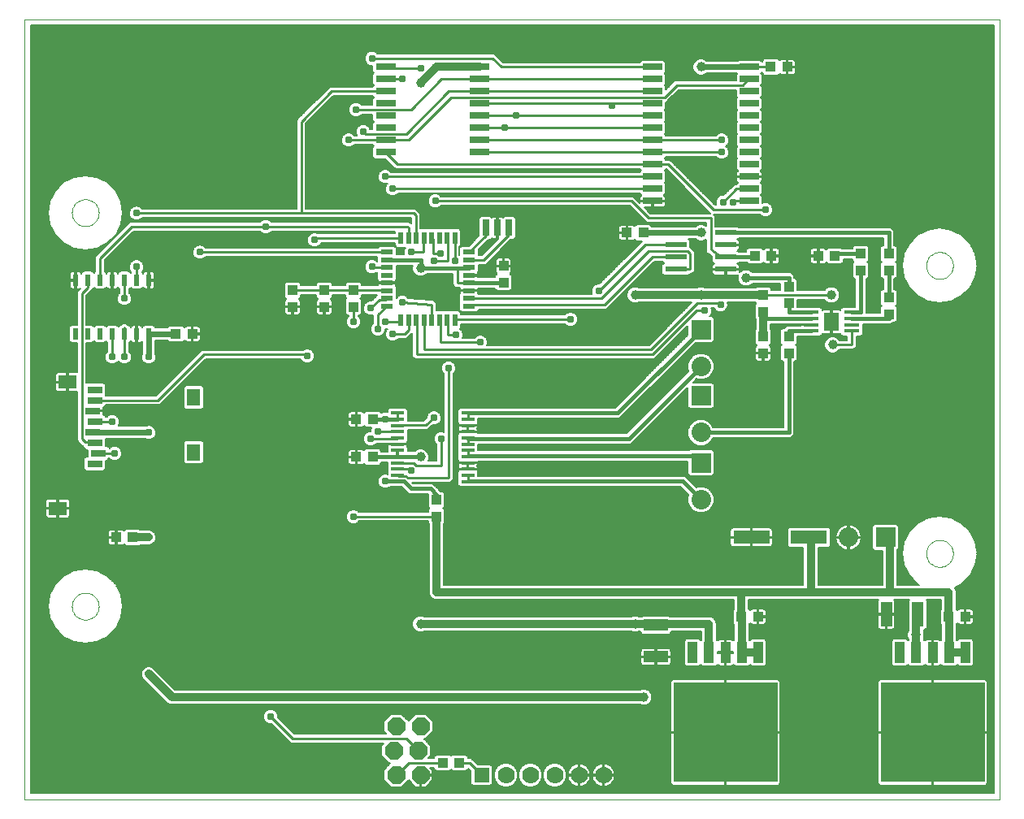
<source format=gtl>
G75*
%MOIN*%
%OFA0B0*%
%FSLAX24Y24*%
%IPPOS*%
%LPD*%
%AMOC8*
5,1,8,0,0,1.08239X$1,22.5*
%
%ADD10C,0.0000*%
%ADD11R,0.0500X0.0220*%
%ADD12R,0.0220X0.0500*%
%ADD13R,0.0276X0.0669*%
%ADD14R,0.0394X0.0433*%
%ADD15R,0.0433X0.0394*%
%ADD16R,0.0550X0.0137*%
%ADD17R,0.0800X0.0800*%
%ADD18C,0.0800*%
%ADD19R,0.0594X0.0594*%
%ADD20C,0.0700*%
%ADD21OC8,0.0740*%
%ADD22R,0.0236X0.0472*%
%ADD23R,0.0630X0.0157*%
%ADD24R,0.0618X0.0744*%
%ADD25R,0.4252X0.4098*%
%ADD26R,0.0420X0.0850*%
%ADD27R,0.0984X0.0472*%
%ADD28R,0.0472X0.0984*%
%ADD29R,0.0866X0.0236*%
%ADD30R,0.0800X0.0260*%
%ADD31R,0.0551X0.0709*%
%ADD32R,0.0748X0.0551*%
%ADD33R,0.0591X0.0315*%
%ADD34R,0.1496X0.0551*%
%ADD35C,0.0100*%
%ADD36C,0.0310*%
%ADD37C,0.0120*%
%ADD38C,0.0240*%
%ADD39C,0.0160*%
%ADD40C,0.0320*%
%ADD41C,0.0396*%
%ADD42C,0.0050*%
D10*
X001190Y000312D02*
X001190Y032312D01*
X041190Y032312D01*
X041190Y000312D01*
X001190Y000312D01*
X003139Y008241D02*
X003141Y008288D01*
X003147Y008334D01*
X003157Y008380D01*
X003170Y008425D01*
X003188Y008468D01*
X003209Y008510D01*
X003233Y008550D01*
X003261Y008587D01*
X003292Y008622D01*
X003326Y008655D01*
X003362Y008684D01*
X003401Y008710D01*
X003442Y008733D01*
X003485Y008752D01*
X003529Y008768D01*
X003574Y008780D01*
X003620Y008788D01*
X003667Y008792D01*
X003713Y008792D01*
X003760Y008788D01*
X003806Y008780D01*
X003851Y008768D01*
X003895Y008752D01*
X003938Y008733D01*
X003979Y008710D01*
X004018Y008684D01*
X004054Y008655D01*
X004088Y008622D01*
X004119Y008587D01*
X004147Y008550D01*
X004171Y008510D01*
X004192Y008468D01*
X004210Y008425D01*
X004223Y008380D01*
X004233Y008334D01*
X004239Y008288D01*
X004241Y008241D01*
X004239Y008194D01*
X004233Y008148D01*
X004223Y008102D01*
X004210Y008057D01*
X004192Y008014D01*
X004171Y007972D01*
X004147Y007932D01*
X004119Y007895D01*
X004088Y007860D01*
X004054Y007827D01*
X004018Y007798D01*
X003979Y007772D01*
X003938Y007749D01*
X003895Y007730D01*
X003851Y007714D01*
X003806Y007702D01*
X003760Y007694D01*
X003713Y007690D01*
X003667Y007690D01*
X003620Y007694D01*
X003574Y007702D01*
X003529Y007714D01*
X003485Y007730D01*
X003442Y007749D01*
X003401Y007772D01*
X003362Y007798D01*
X003326Y007827D01*
X003292Y007860D01*
X003261Y007895D01*
X003233Y007932D01*
X003209Y007972D01*
X003188Y008014D01*
X003170Y008057D01*
X003157Y008102D01*
X003147Y008148D01*
X003141Y008194D01*
X003139Y008241D01*
X003139Y024383D02*
X003141Y024430D01*
X003147Y024476D01*
X003157Y024522D01*
X003170Y024567D01*
X003188Y024610D01*
X003209Y024652D01*
X003233Y024692D01*
X003261Y024729D01*
X003292Y024764D01*
X003326Y024797D01*
X003362Y024826D01*
X003401Y024852D01*
X003442Y024875D01*
X003485Y024894D01*
X003529Y024910D01*
X003574Y024922D01*
X003620Y024930D01*
X003667Y024934D01*
X003713Y024934D01*
X003760Y024930D01*
X003806Y024922D01*
X003851Y024910D01*
X003895Y024894D01*
X003938Y024875D01*
X003979Y024852D01*
X004018Y024826D01*
X004054Y024797D01*
X004088Y024764D01*
X004119Y024729D01*
X004147Y024692D01*
X004171Y024652D01*
X004192Y024610D01*
X004210Y024567D01*
X004223Y024522D01*
X004233Y024476D01*
X004239Y024430D01*
X004241Y024383D01*
X004239Y024336D01*
X004233Y024290D01*
X004223Y024244D01*
X004210Y024199D01*
X004192Y024156D01*
X004171Y024114D01*
X004147Y024074D01*
X004119Y024037D01*
X004088Y024002D01*
X004054Y023969D01*
X004018Y023940D01*
X003979Y023914D01*
X003938Y023891D01*
X003895Y023872D01*
X003851Y023856D01*
X003806Y023844D01*
X003760Y023836D01*
X003713Y023832D01*
X003667Y023832D01*
X003620Y023836D01*
X003574Y023844D01*
X003529Y023856D01*
X003485Y023872D01*
X003442Y023891D01*
X003401Y023914D01*
X003362Y023940D01*
X003326Y023969D01*
X003292Y024002D01*
X003261Y024037D01*
X003233Y024074D01*
X003209Y024114D01*
X003188Y024156D01*
X003170Y024199D01*
X003157Y024244D01*
X003147Y024290D01*
X003141Y024336D01*
X003139Y024383D01*
X038178Y022218D02*
X038180Y022265D01*
X038186Y022311D01*
X038196Y022357D01*
X038209Y022402D01*
X038227Y022445D01*
X038248Y022487D01*
X038272Y022527D01*
X038300Y022564D01*
X038331Y022599D01*
X038365Y022632D01*
X038401Y022661D01*
X038440Y022687D01*
X038481Y022710D01*
X038524Y022729D01*
X038568Y022745D01*
X038613Y022757D01*
X038659Y022765D01*
X038706Y022769D01*
X038752Y022769D01*
X038799Y022765D01*
X038845Y022757D01*
X038890Y022745D01*
X038934Y022729D01*
X038977Y022710D01*
X039018Y022687D01*
X039057Y022661D01*
X039093Y022632D01*
X039127Y022599D01*
X039158Y022564D01*
X039186Y022527D01*
X039210Y022487D01*
X039231Y022445D01*
X039249Y022402D01*
X039262Y022357D01*
X039272Y022311D01*
X039278Y022265D01*
X039280Y022218D01*
X039278Y022171D01*
X039272Y022125D01*
X039262Y022079D01*
X039249Y022034D01*
X039231Y021991D01*
X039210Y021949D01*
X039186Y021909D01*
X039158Y021872D01*
X039127Y021837D01*
X039093Y021804D01*
X039057Y021775D01*
X039018Y021749D01*
X038977Y021726D01*
X038934Y021707D01*
X038890Y021691D01*
X038845Y021679D01*
X038799Y021671D01*
X038752Y021667D01*
X038706Y021667D01*
X038659Y021671D01*
X038613Y021679D01*
X038568Y021691D01*
X038524Y021707D01*
X038481Y021726D01*
X038440Y021749D01*
X038401Y021775D01*
X038365Y021804D01*
X038331Y021837D01*
X038300Y021872D01*
X038272Y021909D01*
X038248Y021949D01*
X038227Y021991D01*
X038209Y022034D01*
X038196Y022079D01*
X038186Y022125D01*
X038180Y022171D01*
X038178Y022218D01*
X038178Y010406D02*
X038180Y010453D01*
X038186Y010499D01*
X038196Y010545D01*
X038209Y010590D01*
X038227Y010633D01*
X038248Y010675D01*
X038272Y010715D01*
X038300Y010752D01*
X038331Y010787D01*
X038365Y010820D01*
X038401Y010849D01*
X038440Y010875D01*
X038481Y010898D01*
X038524Y010917D01*
X038568Y010933D01*
X038613Y010945D01*
X038659Y010953D01*
X038706Y010957D01*
X038752Y010957D01*
X038799Y010953D01*
X038845Y010945D01*
X038890Y010933D01*
X038934Y010917D01*
X038977Y010898D01*
X039018Y010875D01*
X039057Y010849D01*
X039093Y010820D01*
X039127Y010787D01*
X039158Y010752D01*
X039186Y010715D01*
X039210Y010675D01*
X039231Y010633D01*
X039249Y010590D01*
X039262Y010545D01*
X039272Y010499D01*
X039278Y010453D01*
X039280Y010406D01*
X039278Y010359D01*
X039272Y010313D01*
X039262Y010267D01*
X039249Y010222D01*
X039231Y010179D01*
X039210Y010137D01*
X039186Y010097D01*
X039158Y010060D01*
X039127Y010025D01*
X039093Y009992D01*
X039057Y009963D01*
X039018Y009937D01*
X038977Y009914D01*
X038934Y009895D01*
X038890Y009879D01*
X038845Y009867D01*
X038799Y009859D01*
X038752Y009855D01*
X038706Y009855D01*
X038659Y009859D01*
X038613Y009867D01*
X038568Y009879D01*
X038524Y009895D01*
X038481Y009914D01*
X038440Y009937D01*
X038401Y009963D01*
X038365Y009992D01*
X038331Y010025D01*
X038300Y010060D01*
X038272Y010097D01*
X038248Y010137D01*
X038227Y010179D01*
X038209Y010222D01*
X038196Y010267D01*
X038186Y010313D01*
X038180Y010359D01*
X038178Y010406D01*
D11*
X019430Y020560D03*
X019430Y020875D03*
X019430Y021190D03*
X019430Y021505D03*
X019430Y021820D03*
X019430Y022135D03*
X019430Y022450D03*
X019430Y022765D03*
X016050Y022765D03*
X016050Y022450D03*
X016050Y022135D03*
X016050Y021820D03*
X016050Y021505D03*
X016050Y021190D03*
X016050Y020875D03*
X016050Y020560D03*
D12*
X016637Y019972D03*
X016952Y019972D03*
X017267Y019972D03*
X017582Y019972D03*
X017897Y019972D03*
X018212Y019972D03*
X018527Y019972D03*
X018842Y019972D03*
X018842Y023352D03*
X018527Y023352D03*
X018212Y023352D03*
X017897Y023352D03*
X017582Y023352D03*
X017267Y023352D03*
X016952Y023352D03*
X016637Y023352D03*
D13*
X020117Y023762D03*
X020590Y023762D03*
X021062Y023762D03*
D14*
X020840Y022197D03*
X020840Y021528D03*
X014690Y021197D03*
X014690Y020528D03*
X013490Y020528D03*
X013490Y021197D03*
X012190Y021197D03*
X012190Y020528D03*
X018090Y012597D03*
X018090Y011928D03*
X031490Y018628D03*
X031490Y019297D03*
X032540Y019297D03*
X032540Y018628D03*
X031490Y020328D03*
X031490Y020997D03*
X032540Y020678D03*
X032540Y021347D03*
X035490Y022028D03*
X035490Y022697D03*
X036640Y022697D03*
X036640Y022028D03*
X036640Y020897D03*
X036640Y020228D03*
D15*
X034424Y022612D03*
X033755Y022612D03*
X031824Y022612D03*
X031155Y022612D03*
X026574Y023562D03*
X025905Y023562D03*
X031805Y030362D03*
X032474Y030362D03*
X015474Y015912D03*
X014805Y015912D03*
X014805Y014362D03*
X015474Y014362D03*
X008074Y019412D03*
X007405Y019412D03*
X005624Y011062D03*
X004955Y011062D03*
X018355Y001812D03*
X019024Y001812D03*
X030605Y007812D03*
X031274Y007812D03*
X039105Y007812D03*
X039774Y007812D03*
D16*
X019379Y013355D03*
X019379Y013611D03*
X019379Y013867D03*
X019379Y014123D03*
X019379Y014379D03*
X019379Y014634D03*
X019379Y014890D03*
X019379Y015146D03*
X019379Y015402D03*
X019379Y015658D03*
X019379Y015914D03*
X019379Y016170D03*
X016500Y016170D03*
X016500Y015914D03*
X016500Y015658D03*
X016500Y015402D03*
X016500Y015146D03*
X016500Y014890D03*
X016500Y014634D03*
X016500Y014379D03*
X016500Y014123D03*
X016500Y013867D03*
X016500Y013611D03*
X016500Y013355D03*
D17*
X028940Y014127D03*
X028940Y016882D03*
X028940Y019595D03*
X036510Y011062D03*
D18*
X034992Y011062D03*
X028940Y012609D03*
X028940Y015364D03*
X028940Y018077D03*
D19*
X019940Y001312D03*
D20*
X020940Y001312D03*
X021940Y001312D03*
X022940Y001312D03*
X023940Y001312D03*
X024940Y001312D03*
D21*
X017440Y001312D03*
X016440Y001312D03*
X016340Y002312D03*
X017340Y002312D03*
X017440Y003312D03*
X016440Y003312D03*
D22*
X006290Y019410D03*
X005790Y019410D03*
X005290Y019410D03*
X004790Y019410D03*
X004290Y019410D03*
X003790Y019410D03*
X003290Y019410D03*
X003290Y021615D03*
X003790Y021615D03*
X004290Y021615D03*
X004790Y021615D03*
X005290Y021615D03*
X005790Y021615D03*
X006290Y021615D03*
D23*
X033463Y020296D03*
X033463Y020040D03*
X033463Y019784D03*
X033463Y019529D03*
X035116Y019529D03*
X035116Y019784D03*
X035116Y020040D03*
X035116Y020296D03*
D24*
X034290Y019912D03*
D25*
X038440Y003062D03*
X029940Y003062D03*
D26*
X029940Y006342D03*
X030610Y006342D03*
X031280Y006342D03*
X029270Y006342D03*
X028600Y006342D03*
X037100Y006342D03*
X037770Y006342D03*
X038440Y006342D03*
X039110Y006342D03*
X039780Y006342D03*
D27*
X027090Y006163D03*
X027090Y007462D03*
D28*
X036540Y007912D03*
X037839Y007912D03*
D29*
X029963Y022062D03*
X029963Y022562D03*
X029963Y023062D03*
X029963Y023562D03*
X027916Y023562D03*
X027916Y023062D03*
X027916Y022562D03*
X027916Y022062D03*
D30*
X026960Y024862D03*
X026960Y025362D03*
X026960Y025862D03*
X026960Y026362D03*
X026960Y026862D03*
X026960Y027362D03*
X026960Y027862D03*
X026960Y028362D03*
X026960Y028862D03*
X026960Y029362D03*
X026960Y029862D03*
X026960Y030362D03*
X030920Y030362D03*
X030920Y029862D03*
X030920Y029362D03*
X030920Y028862D03*
X030920Y028362D03*
X030920Y027862D03*
X030920Y027362D03*
X030920Y026862D03*
X030920Y026362D03*
X030920Y025862D03*
X030920Y025362D03*
X030920Y024862D03*
X019870Y026862D03*
X019870Y027362D03*
X019870Y027862D03*
X019870Y028362D03*
X019870Y028862D03*
X019870Y029362D03*
X019870Y029862D03*
X019870Y030362D03*
X016010Y030362D03*
X016010Y029862D03*
X016010Y029362D03*
X016010Y028862D03*
X016010Y028362D03*
X016010Y027862D03*
X016010Y027362D03*
X016010Y026862D03*
D31*
X008132Y016805D03*
X008132Y014561D03*
D32*
X002955Y017435D03*
X002561Y012258D03*
D33*
X004077Y014093D03*
X004234Y014526D03*
X004077Y014959D03*
X003998Y015392D03*
X004077Y015825D03*
X003998Y016258D03*
X004077Y016691D03*
X004077Y017124D03*
D34*
X031009Y011062D03*
X033371Y011062D03*
D35*
X027090Y007512D02*
X027090Y007462D01*
X019940Y001312D02*
X019440Y001812D01*
X019024Y001812D01*
X018355Y001812D02*
X016940Y001812D01*
X016440Y001312D01*
X017340Y002312D02*
X016840Y002812D01*
X012190Y002812D01*
X011290Y003712D01*
X014690Y011912D02*
X014705Y011928D01*
X018090Y011928D01*
X018590Y013512D02*
X016890Y013512D01*
X016840Y013562D01*
X016540Y013562D01*
X016500Y013611D01*
X016490Y013362D02*
X016500Y013355D01*
X016540Y013362D01*
X016540Y013862D02*
X016500Y013867D01*
X016540Y013862D02*
X016990Y013862D01*
X017040Y013812D01*
X017240Y014012D02*
X017140Y014112D01*
X016540Y014112D01*
X016500Y014123D01*
X017240Y014012D02*
X018290Y014012D01*
X018290Y015112D01*
X017640Y015662D02*
X017990Y015962D01*
X017640Y015662D02*
X016540Y015662D01*
X016500Y015658D01*
X016490Y015912D02*
X016500Y015914D01*
X016490Y015962D01*
X016490Y016162D01*
X016500Y016170D01*
X016500Y015402D02*
X015750Y015402D01*
X015690Y015412D01*
X015390Y015112D02*
X016490Y015112D01*
X016500Y015146D01*
X016490Y014912D02*
X016509Y014900D01*
X016500Y014890D02*
X016490Y014912D01*
X018590Y013512D02*
X018590Y018012D01*
X017590Y018762D02*
X026890Y018762D01*
X028790Y020662D01*
X029690Y020662D01*
X029740Y020612D01*
X029090Y020362D02*
X028740Y020362D01*
X026940Y018562D01*
X017290Y018562D01*
X017290Y019962D01*
X017267Y019972D01*
X016952Y019972D02*
X016940Y020012D01*
X016940Y019562D01*
X016790Y019412D01*
X016290Y019412D01*
X016540Y019912D02*
X015990Y019912D01*
X015690Y020200D02*
X015690Y019612D01*
X015690Y020200D02*
X016050Y020560D01*
X015990Y020812D02*
X015740Y020812D01*
X015390Y020462D01*
X015990Y020812D02*
X016040Y020862D01*
X016050Y020875D01*
X016050Y021190D02*
X016040Y021212D01*
X014690Y021212D01*
X014690Y021197D01*
X014690Y021212D02*
X013490Y021212D01*
X013490Y021197D01*
X013490Y021212D02*
X012190Y021212D01*
X012190Y021197D01*
X013090Y023262D02*
X013180Y023352D01*
X016637Y023352D01*
X016940Y023365D02*
X016940Y023762D01*
X016890Y023812D01*
X011090Y023812D01*
X005590Y023812D01*
X004290Y022512D01*
X004290Y021615D01*
X004292Y021615D01*
X003790Y021615D02*
X003790Y021312D01*
X003540Y021062D01*
X003540Y015112D01*
X003690Y014962D01*
X004073Y014962D01*
X004077Y014959D01*
X004234Y014526D02*
X004248Y014512D01*
X004890Y014512D01*
X004790Y015812D02*
X004777Y015825D01*
X004077Y015825D01*
X004077Y016691D02*
X006668Y016691D01*
X008540Y018562D01*
X012740Y018562D01*
X012790Y018512D01*
X014690Y019912D02*
X014690Y020528D01*
X016540Y019912D02*
X016590Y019962D01*
X016637Y019972D01*
X016690Y020712D02*
X017890Y020612D01*
X017890Y020012D01*
X017897Y019972D01*
X017590Y019962D02*
X017582Y019972D01*
X017590Y019962D02*
X017590Y018762D01*
X018240Y019062D02*
X019890Y019062D01*
X018890Y019362D02*
X018540Y019362D01*
X018540Y019962D01*
X018527Y019972D01*
X018240Y019962D02*
X018212Y019972D01*
X018240Y019962D02*
X018240Y019062D01*
X018842Y019972D02*
X018890Y020012D01*
X023590Y020012D01*
X024840Y020862D02*
X026790Y022812D01*
X028390Y022812D01*
X028490Y022712D01*
X028490Y022062D01*
X027916Y022062D01*
X027916Y022562D02*
X026940Y022562D01*
X024990Y020612D01*
X019490Y020612D01*
X019440Y020562D01*
X019430Y020560D01*
X019440Y020862D02*
X019430Y020875D01*
X019440Y020862D02*
X024840Y020862D01*
X024740Y021162D02*
X026640Y023062D01*
X027916Y023062D01*
X029340Y022862D02*
X029340Y024162D01*
X026790Y024162D01*
X026090Y024862D01*
X018040Y024862D01*
X017240Y024262D02*
X017240Y023380D01*
X017267Y023352D01*
X017540Y023312D02*
X017582Y023352D01*
X017540Y023312D02*
X017540Y022762D01*
X017040Y022762D01*
X016952Y023352D02*
X016940Y023365D01*
X017240Y024262D02*
X017140Y024362D01*
X012540Y024362D01*
X012540Y028112D01*
X013790Y029362D01*
X016010Y029362D01*
X016010Y029862D02*
X016690Y029862D01*
X016040Y030312D02*
X016010Y030362D01*
X016040Y030312D02*
X017440Y030312D01*
X018290Y029862D02*
X017040Y028612D01*
X014790Y028612D01*
X015090Y027712D02*
X015190Y027612D01*
X016840Y027612D01*
X018590Y029362D01*
X019870Y029362D01*
X026960Y029362D01*
X026960Y028862D02*
X025390Y028862D01*
X025290Y028762D01*
X025190Y028862D01*
X019940Y028862D01*
X019890Y028812D01*
X019870Y028862D01*
X019870Y028362D02*
X021190Y028362D01*
X021340Y028362D01*
X026960Y028362D01*
X026960Y027862D02*
X020890Y027862D01*
X019940Y027862D01*
X019890Y027812D01*
X019870Y027862D01*
X019870Y027362D02*
X019890Y027312D01*
X019940Y027362D01*
X026960Y027362D01*
X029790Y027362D01*
X029790Y026862D02*
X026960Y026862D01*
X019940Y026862D01*
X019890Y026812D01*
X019870Y026862D01*
X019640Y028312D02*
X019870Y028362D01*
X018690Y029112D02*
X016940Y027362D01*
X016010Y027362D01*
X014490Y027362D01*
X016010Y026862D02*
X016040Y026812D01*
X016490Y026362D01*
X026960Y026362D01*
X027590Y026362D01*
X029440Y024512D01*
X031590Y024512D01*
X030920Y024862D02*
X030290Y024862D01*
X030240Y024812D01*
X029840Y024812D02*
X030390Y025362D01*
X030920Y025362D01*
X029340Y022862D02*
X029740Y022562D01*
X029963Y022562D01*
X031490Y021012D02*
X034290Y021012D01*
X035116Y019529D02*
X035116Y018962D01*
X034340Y018962D01*
X025905Y023562D02*
X024590Y023562D01*
X026960Y025362D02*
X016290Y025362D01*
X015990Y025862D02*
X026960Y025862D01*
X027440Y029112D02*
X018690Y029112D01*
X018290Y029862D02*
X019870Y029862D01*
X019890Y029812D01*
X019940Y029862D01*
X026960Y029862D01*
X026960Y030362D02*
X020740Y030362D01*
X020390Y030712D01*
X015440Y030712D01*
X012540Y024362D02*
X005790Y024362D01*
X005790Y022162D02*
X005790Y021615D01*
X005790Y021662D01*
X005290Y021615D02*
X005290Y020862D01*
X005290Y019662D02*
X005290Y019410D01*
X005290Y018462D01*
X004790Y018462D02*
X004790Y019410D01*
X008390Y022762D02*
X016040Y022762D01*
X016050Y022765D01*
X016050Y022135D02*
X015467Y022135D01*
X015440Y022162D01*
X017940Y022712D02*
X018240Y022712D01*
X017940Y022712D02*
X017940Y023312D01*
X017897Y023352D01*
X018527Y023352D02*
X018540Y023312D01*
X018540Y022412D01*
X017990Y022412D01*
X018840Y022412D02*
X018840Y023312D01*
X018842Y023352D01*
X019430Y022765D02*
X020117Y023452D01*
X020117Y023762D01*
X021062Y023762D02*
X021062Y023485D01*
X020027Y022450D01*
X019430Y022450D01*
X018940Y022112D02*
X018940Y021512D01*
X018947Y021505D01*
X019430Y021505D01*
X019379Y016170D02*
X019390Y016162D01*
X019390Y015962D01*
X019379Y015914D01*
X019379Y015146D02*
X019390Y015112D01*
X019390Y014912D01*
X019379Y014890D01*
X019379Y014634D02*
X019390Y014612D01*
X019390Y014412D01*
X019379Y014379D01*
X019379Y013611D02*
X019390Y013562D01*
X019390Y013362D01*
X019379Y013355D01*
X027440Y029112D02*
X027940Y029612D01*
X030640Y029612D01*
X030890Y029862D01*
X030920Y029862D01*
X030920Y030362D02*
X031805Y030362D01*
X026960Y030362D02*
X026940Y030362D01*
D36*
X025290Y028762D03*
X021340Y028362D03*
X020890Y027862D03*
X017440Y030312D03*
X016690Y029862D03*
X015440Y030712D03*
X014790Y028612D03*
X015090Y027712D03*
X014490Y027362D03*
X015990Y025862D03*
X016290Y025362D03*
X018040Y024862D03*
X018240Y022712D03*
X017990Y022412D03*
X018840Y022412D03*
X017040Y022762D03*
X015440Y022162D03*
X015390Y020462D03*
X015990Y019912D03*
X015690Y019612D03*
X016290Y019412D03*
X016690Y020712D03*
X014690Y019912D03*
X012790Y018512D03*
X015990Y015912D03*
X015690Y015412D03*
X015390Y015112D03*
X017040Y013812D03*
X015990Y013362D03*
X014690Y011912D03*
X018290Y015112D03*
X017990Y015962D03*
X018590Y018012D03*
X018890Y019362D03*
X019890Y019062D03*
X023590Y020012D03*
X024740Y021162D03*
X024590Y023562D03*
X029090Y020362D03*
X029740Y020612D03*
X031590Y024512D03*
X030240Y024812D03*
X029840Y024812D03*
X029790Y026862D03*
X029790Y027362D03*
X013090Y023262D03*
X011090Y023812D03*
X008390Y022762D03*
X005790Y022162D03*
X005290Y020862D03*
X005290Y018462D03*
X004790Y018462D03*
X006290Y018462D03*
X004790Y015812D03*
X004890Y014512D03*
X006290Y015362D03*
X006290Y011062D03*
X006290Y005462D03*
X011290Y003712D03*
X005790Y024362D03*
D37*
X016500Y014634D02*
X016500Y014379D01*
D38*
X007405Y019412D02*
X006290Y019412D01*
X006290Y019410D01*
X006290Y018462D01*
X006290Y015392D02*
X003998Y015392D01*
X006290Y015392D02*
X006290Y015362D01*
X026574Y023562D02*
X027916Y023562D01*
X028940Y023562D01*
X028940Y030362D02*
X030920Y030362D01*
D39*
X029963Y023562D02*
X036640Y023562D01*
X036640Y022697D01*
X036640Y022028D02*
X036640Y020897D01*
X036640Y020228D02*
X036640Y020040D01*
X035116Y020040D01*
X035116Y020296D02*
X035490Y020296D01*
X035490Y022028D01*
X034424Y022612D02*
X034424Y022697D01*
X035490Y022697D01*
X032540Y021712D02*
X032540Y021347D01*
X032540Y021712D02*
X030790Y021712D01*
X031155Y022562D02*
X029963Y022562D01*
X031155Y022562D02*
X031155Y022612D01*
X032540Y020678D02*
X032540Y020296D01*
X033463Y020296D01*
X033463Y020040D02*
X031490Y020040D01*
X031490Y020012D01*
X032540Y019529D02*
X032540Y019297D01*
X032540Y019529D02*
X033463Y019529D01*
X032540Y018628D02*
X032540Y015364D01*
X028940Y015364D01*
X028654Y014412D02*
X028940Y014127D01*
X028654Y014412D02*
X019390Y014412D01*
X019390Y015112D02*
X025975Y015112D01*
X028940Y018077D01*
X028940Y019595D02*
X025507Y016162D01*
X019390Y016162D01*
X017440Y014379D02*
X017440Y014362D01*
X017440Y014379D02*
X016500Y014379D01*
X016500Y014362D01*
X015474Y014362D01*
X015990Y013362D02*
X016490Y013362D01*
X016540Y013362D02*
X016740Y013362D01*
X017040Y013062D01*
X017840Y013062D01*
X018090Y012812D01*
X018090Y012597D01*
X019390Y013362D02*
X028186Y013362D01*
X028940Y012609D01*
X020840Y021505D02*
X019430Y021505D01*
X019430Y022112D02*
X018940Y022112D01*
X017440Y022112D01*
X017440Y022450D01*
X016050Y022450D01*
X019430Y022135D02*
X019430Y022112D01*
X020840Y021528D02*
X020840Y021505D01*
X016490Y015912D02*
X015990Y015912D01*
X015474Y015912D01*
D40*
X018090Y011928D02*
X018090Y008812D01*
X030590Y008812D01*
X030590Y007812D01*
X030605Y007812D01*
X030610Y007812D01*
X030610Y006342D01*
X031280Y006342D01*
X029270Y006342D02*
X029270Y007512D01*
X027090Y007512D01*
X026240Y007512D01*
X017440Y007512D01*
X026590Y004512D02*
X007240Y004512D01*
X006290Y005462D01*
X006290Y011062D02*
X005624Y011062D01*
X026240Y021012D02*
X028940Y021012D01*
X031490Y021012D01*
X031490Y020997D01*
X031490Y020328D02*
X031490Y020012D01*
X031490Y019297D01*
X028940Y020997D02*
X028940Y021012D01*
X018090Y030362D02*
X017440Y029712D01*
X018090Y030362D02*
X019870Y030362D01*
X033371Y011062D02*
X033440Y011062D01*
X033440Y008812D01*
X030590Y008812D01*
X033440Y008812D02*
X036690Y008812D01*
X036690Y011062D01*
X036510Y011062D01*
X036690Y008812D02*
X039105Y008812D01*
X039105Y007812D01*
X039110Y007812D01*
X039110Y006342D01*
X039780Y006342D01*
X037770Y006342D02*
X037770Y007062D01*
X037740Y007062D01*
X037770Y007062D02*
X037770Y007812D01*
X037839Y007912D01*
D41*
X037740Y007062D03*
X026590Y004512D03*
X026240Y007512D03*
X017440Y007512D03*
X017440Y014362D03*
X026240Y021012D03*
X028940Y021012D03*
X030790Y021712D03*
X028940Y023562D03*
X034290Y021012D03*
X034340Y018962D03*
X028940Y030362D03*
X017440Y029712D03*
X017440Y022112D03*
D42*
X017577Y021798D02*
X018745Y021798D01*
X018745Y021750D02*
X016445Y021750D01*
X016445Y021798D02*
X017302Y021798D01*
X017245Y021822D02*
X017371Y021769D01*
X017508Y021769D01*
X017634Y021822D01*
X017700Y021887D01*
X018745Y021887D01*
X018745Y021432D01*
X018859Y021317D01*
X018866Y021310D01*
X019055Y021310D01*
X019055Y021215D01*
X019405Y021215D01*
X019405Y021165D01*
X019055Y021165D01*
X019055Y021065D01*
X019035Y021045D01*
X019035Y020390D01*
X019120Y020305D01*
X019740Y020305D01*
X019825Y020390D01*
X019825Y020417D01*
X025070Y020417D01*
X027020Y022367D01*
X027355Y022367D01*
X027410Y022312D01*
X027338Y022241D01*
X027338Y021884D01*
X027423Y021799D01*
X028409Y021799D01*
X028477Y021867D01*
X028570Y021867D01*
X028685Y021982D01*
X028685Y022793D01*
X028570Y022907D01*
X028494Y022984D01*
X028494Y023241D01*
X028437Y023297D01*
X028719Y023297D01*
X028745Y023272D01*
X028871Y023219D01*
X029008Y023219D01*
X029134Y023272D01*
X029145Y023282D01*
X029145Y022927D01*
X029135Y022915D01*
X029145Y022849D01*
X029145Y022782D01*
X029156Y022770D01*
X029158Y022755D01*
X029212Y022715D01*
X029259Y022667D01*
X029275Y022667D01*
X029385Y022585D01*
X029385Y022384D01*
X029470Y022299D01*
X029490Y022299D01*
X029482Y022297D01*
X029453Y022281D01*
X029430Y022257D01*
X029414Y022229D01*
X029405Y022197D01*
X029405Y022087D01*
X029938Y022087D01*
X029938Y022037D01*
X029988Y022037D01*
X029988Y021819D01*
X030413Y021819D01*
X030445Y021828D01*
X030473Y021844D01*
X030446Y021781D01*
X030446Y021644D01*
X030499Y021518D01*
X030595Y021422D01*
X030721Y021369D01*
X030858Y021369D01*
X030984Y021422D01*
X031050Y021487D01*
X032198Y021487D01*
X032198Y021207D01*
X031831Y021207D01*
X031831Y021274D01*
X031747Y021359D01*
X031233Y021359D01*
X031192Y021317D01*
X029100Y021317D01*
X029008Y021356D01*
X028871Y021356D01*
X028779Y021317D01*
X026400Y021317D01*
X026308Y021356D01*
X026171Y021356D01*
X026045Y021303D01*
X025949Y021207D01*
X025896Y021081D01*
X025896Y020944D01*
X025949Y020818D01*
X026045Y020722D01*
X026171Y020669D01*
X026308Y020669D01*
X026400Y020707D01*
X028559Y020707D01*
X026809Y018957D01*
X020171Y018957D01*
X020190Y019003D01*
X020190Y019122D01*
X020144Y019232D01*
X020060Y019317D01*
X019949Y019362D01*
X019830Y019362D01*
X019720Y019317D01*
X019660Y019257D01*
X019171Y019257D01*
X019190Y019303D01*
X019190Y019422D01*
X019144Y019532D01*
X019060Y019617D01*
X019054Y019619D01*
X019097Y019662D01*
X019097Y019817D01*
X023360Y019817D01*
X023420Y019758D01*
X023530Y019712D01*
X023649Y019712D01*
X023760Y019758D01*
X023844Y019842D01*
X023890Y019953D01*
X023890Y020072D01*
X023844Y020182D01*
X023760Y020267D01*
X023649Y020312D01*
X023530Y020312D01*
X023420Y020267D01*
X023360Y020207D01*
X019097Y020207D01*
X019097Y020282D01*
X019012Y020367D01*
X018085Y020367D01*
X018085Y020604D01*
X018091Y020677D01*
X018085Y020684D01*
X018085Y020693D01*
X018033Y020745D01*
X017986Y020800D01*
X017977Y020801D01*
X017970Y020807D01*
X017898Y020807D01*
X016939Y020887D01*
X016860Y020967D01*
X016749Y021012D01*
X016630Y021012D01*
X016520Y020967D01*
X016445Y020892D01*
X016445Y021360D01*
X016425Y021380D01*
X016425Y021480D01*
X016075Y021480D01*
X016075Y021530D01*
X016425Y021530D01*
X016425Y021630D01*
X016445Y021650D01*
X016445Y022225D01*
X017115Y022225D01*
X017096Y022181D01*
X017096Y022044D01*
X017149Y021918D01*
X017245Y021822D01*
X017220Y021847D02*
X016445Y021847D01*
X016445Y021895D02*
X017172Y021895D01*
X017138Y021944D02*
X016445Y021944D01*
X016445Y021992D02*
X017118Y021992D01*
X017098Y022041D02*
X016445Y022041D01*
X016445Y022089D02*
X017096Y022089D01*
X017096Y022138D02*
X016445Y022138D01*
X016445Y022186D02*
X017099Y022186D01*
X016751Y022675D02*
X016445Y022675D01*
X016445Y022935D01*
X016360Y023020D01*
X015740Y023020D01*
X015677Y022957D01*
X008619Y022957D01*
X008560Y023017D01*
X008449Y023062D01*
X008330Y023062D01*
X008220Y023017D01*
X008135Y022932D01*
X008090Y022822D01*
X008090Y022703D01*
X008135Y022592D01*
X008220Y022508D01*
X008330Y022462D01*
X008449Y022462D01*
X008560Y022508D01*
X008619Y022567D01*
X015655Y022567D01*
X015655Y022372D01*
X015610Y022417D01*
X015499Y022462D01*
X015380Y022462D01*
X015270Y022417D01*
X015185Y022332D01*
X015140Y022222D01*
X015140Y022103D01*
X015185Y021992D01*
X015270Y021908D01*
X015380Y021862D01*
X015499Y021862D01*
X015610Y021908D01*
X015641Y021940D01*
X015655Y021940D01*
X015655Y021650D01*
X015675Y021630D01*
X015675Y021530D01*
X016025Y021530D01*
X016025Y021480D01*
X015675Y021480D01*
X015675Y021407D01*
X015031Y021407D01*
X015031Y021474D01*
X014947Y021559D01*
X014433Y021559D01*
X014348Y021474D01*
X014348Y021407D01*
X013831Y021407D01*
X013831Y021474D01*
X013747Y021559D01*
X013233Y021559D01*
X013148Y021474D01*
X013148Y021407D01*
X012531Y021407D01*
X012531Y021474D01*
X012447Y021559D01*
X011933Y021559D01*
X011848Y021474D01*
X011848Y020920D01*
X011921Y020847D01*
X011916Y020844D01*
X011893Y020821D01*
X011876Y020793D01*
X011868Y020761D01*
X011868Y020553D01*
X012165Y020553D01*
X012165Y020503D01*
X012215Y020503D01*
X012215Y020553D01*
X012511Y020553D01*
X012511Y020761D01*
X012503Y020793D01*
X012486Y020821D01*
X012463Y020844D01*
X012458Y020847D01*
X012531Y020920D01*
X012531Y021017D01*
X013148Y021017D01*
X013148Y020920D01*
X013221Y020847D01*
X013216Y020844D01*
X013193Y020821D01*
X013176Y020793D01*
X013168Y020761D01*
X013168Y020553D01*
X013465Y020553D01*
X013465Y020503D01*
X013515Y020503D01*
X013515Y020553D01*
X013811Y020553D01*
X013811Y020761D01*
X013803Y020793D01*
X013786Y020821D01*
X013763Y020844D01*
X013758Y020847D01*
X013831Y020920D01*
X013831Y021017D01*
X014348Y021017D01*
X014348Y020920D01*
X014406Y020862D01*
X014348Y020804D01*
X014348Y020251D01*
X014433Y020166D01*
X014495Y020166D01*
X014495Y020142D01*
X014435Y020082D01*
X014390Y019972D01*
X014390Y019853D01*
X014435Y019742D01*
X014520Y019658D01*
X014630Y019612D01*
X014749Y019612D01*
X014860Y019658D01*
X014944Y019742D01*
X014990Y019853D01*
X014990Y019972D01*
X014944Y020082D01*
X014885Y020142D01*
X014885Y020166D01*
X014947Y020166D01*
X015031Y020251D01*
X015031Y020804D01*
X014973Y020862D01*
X015031Y020920D01*
X015031Y021017D01*
X015655Y021017D01*
X015655Y021003D01*
X015414Y020762D01*
X015330Y020762D01*
X015220Y020717D01*
X015135Y020632D01*
X015090Y020522D01*
X015090Y020403D01*
X015135Y020292D01*
X015220Y020208D01*
X015330Y020162D01*
X015449Y020162D01*
X015495Y020181D01*
X015495Y019842D01*
X015435Y019782D01*
X015390Y019672D01*
X015390Y019553D01*
X015435Y019442D01*
X015520Y019358D01*
X015630Y019312D01*
X015749Y019312D01*
X015860Y019358D01*
X015944Y019442D01*
X015990Y019553D01*
X015990Y019612D01*
X016049Y019612D01*
X016077Y019624D01*
X016035Y019582D01*
X015990Y019472D01*
X015990Y019353D01*
X016035Y019242D01*
X016120Y019158D01*
X016230Y019112D01*
X016349Y019112D01*
X016460Y019158D01*
X016519Y019217D01*
X016870Y019217D01*
X016985Y019332D01*
X017095Y019442D01*
X017095Y018482D01*
X017209Y018367D01*
X027020Y018367D01*
X028395Y019742D01*
X028395Y019368D01*
X025414Y016387D01*
X019296Y016387D01*
X019292Y016383D01*
X019044Y016383D01*
X018959Y016298D01*
X018959Y015785D01*
X018984Y015761D01*
X018979Y015743D01*
X018979Y015667D01*
X019370Y015667D01*
X019370Y015649D01*
X019388Y015649D01*
X019388Y015465D01*
X019388Y015411D01*
X019779Y015411D01*
X019779Y015487D01*
X019770Y015519D01*
X019764Y015530D01*
X019770Y015541D01*
X019779Y015573D01*
X019779Y015649D01*
X019388Y015649D01*
X019388Y015667D01*
X019779Y015667D01*
X019779Y015743D01*
X019774Y015761D01*
X019799Y015785D01*
X019799Y015937D01*
X025600Y015937D01*
X028713Y019050D01*
X029400Y019050D01*
X029485Y019135D01*
X029485Y020055D01*
X029400Y020140D01*
X029291Y020140D01*
X029344Y020192D01*
X029390Y020303D01*
X029390Y020422D01*
X029371Y020467D01*
X029475Y020467D01*
X029485Y020442D01*
X029570Y020358D01*
X029680Y020312D01*
X029799Y020312D01*
X029910Y020358D01*
X029994Y020442D01*
X030040Y020553D01*
X030040Y020672D01*
X030025Y020707D01*
X031161Y020707D01*
X031206Y020662D01*
X031148Y020604D01*
X031148Y020051D01*
X031185Y020014D01*
X031185Y019611D01*
X031148Y019574D01*
X031148Y019020D01*
X031221Y018947D01*
X031216Y018944D01*
X031193Y018921D01*
X031176Y018893D01*
X031168Y018861D01*
X031168Y018653D01*
X031465Y018653D01*
X031465Y018603D01*
X031515Y018603D01*
X031515Y018653D01*
X031811Y018653D01*
X031811Y018861D01*
X031803Y018893D01*
X031786Y018921D01*
X031763Y018944D01*
X031758Y018947D01*
X031831Y019020D01*
X031831Y019574D01*
X031795Y019611D01*
X031795Y019815D01*
X033023Y019815D01*
X033023Y019799D01*
X033448Y019799D01*
X033448Y019770D01*
X033023Y019770D01*
X033023Y019754D01*
X032446Y019754D01*
X032351Y019659D01*
X032283Y019659D01*
X032198Y019574D01*
X032198Y019020D01*
X032256Y018962D01*
X032198Y018904D01*
X032198Y018351D01*
X032283Y018266D01*
X032315Y018266D01*
X032315Y015589D01*
X029436Y015589D01*
X029402Y015673D01*
X029248Y015826D01*
X029048Y015909D01*
X028831Y015909D01*
X028631Y015826D01*
X028478Y015673D01*
X028395Y015473D01*
X028395Y015256D01*
X028478Y015056D01*
X028631Y014902D01*
X028831Y014819D01*
X029048Y014819D01*
X029248Y014902D01*
X029402Y015056D01*
X029436Y015139D01*
X032633Y015139D01*
X032765Y015271D01*
X032765Y018266D01*
X032797Y018266D01*
X032881Y018351D01*
X032881Y018904D01*
X032823Y018962D01*
X032881Y019020D01*
X032881Y019304D01*
X033556Y019304D01*
X033557Y019305D01*
X033838Y019305D01*
X033923Y019390D01*
X033923Y019429D01*
X033932Y019424D01*
X033964Y019415D01*
X034265Y019415D01*
X034265Y019887D01*
X034315Y019887D01*
X034315Y019415D01*
X034615Y019415D01*
X034647Y019424D01*
X034656Y019429D01*
X034656Y019390D01*
X034741Y019305D01*
X034921Y019305D01*
X034921Y019157D01*
X034630Y019157D01*
X034534Y019253D01*
X034408Y019306D01*
X034271Y019306D01*
X034145Y019253D01*
X034049Y019157D01*
X033996Y019031D01*
X033996Y018894D01*
X034049Y018768D01*
X034145Y018672D01*
X034271Y018619D01*
X034408Y018619D01*
X034534Y018672D01*
X034630Y018767D01*
X035197Y018767D01*
X035311Y018882D01*
X035311Y019305D01*
X035491Y019305D01*
X035576Y019390D01*
X035576Y019815D01*
X036733Y019815D01*
X036784Y019866D01*
X036897Y019866D01*
X036981Y019951D01*
X036981Y020504D01*
X036923Y020562D01*
X036981Y020620D01*
X036981Y021174D01*
X036897Y021259D01*
X036865Y021259D01*
X036865Y021666D01*
X036897Y021666D01*
X036981Y021751D01*
X036981Y022304D01*
X036923Y022362D01*
X036981Y022420D01*
X036981Y022974D01*
X036897Y023059D01*
X036865Y023059D01*
X037444Y023059D01*
X037420Y023011D02*
X036945Y023011D01*
X036981Y022962D02*
X037395Y022962D01*
X037370Y022914D02*
X036981Y022914D01*
X036981Y022865D02*
X037345Y022865D01*
X037321Y022817D02*
X036981Y022817D01*
X036981Y022768D02*
X037296Y022768D01*
X037271Y022720D02*
X036981Y022720D01*
X036981Y022671D02*
X037255Y022671D01*
X037259Y022696D02*
X037184Y022218D01*
X037259Y021741D01*
X037479Y021310D01*
X037820Y020968D01*
X037820Y020968D01*
X038251Y020749D01*
X038251Y020749D01*
X038729Y020673D01*
X039206Y020749D01*
X039206Y020749D01*
X039637Y020968D01*
X039979Y021310D01*
X039979Y021310D01*
X040198Y021741D01*
X040274Y022218D01*
X040198Y022696D01*
X039979Y023127D01*
X039637Y023468D01*
X039637Y023468D01*
X039206Y023688D01*
X038729Y023763D01*
X038729Y023763D01*
X038251Y023688D01*
X037820Y023468D01*
X037479Y023127D01*
X037479Y023127D01*
X037259Y022696D01*
X037259Y022696D01*
X037248Y022623D02*
X036981Y022623D01*
X036981Y022574D02*
X037240Y022574D01*
X037232Y022526D02*
X036981Y022526D01*
X036981Y022477D02*
X037225Y022477D01*
X037217Y022429D02*
X036981Y022429D01*
X036941Y022380D02*
X037209Y022380D01*
X037202Y022332D02*
X036954Y022332D01*
X036981Y022283D02*
X037194Y022283D01*
X037186Y022235D02*
X036981Y022235D01*
X036981Y022186D02*
X037189Y022186D01*
X037184Y022218D02*
X037184Y022218D01*
X037196Y022138D02*
X036981Y022138D01*
X036981Y022089D02*
X037204Y022089D01*
X037212Y022041D02*
X036981Y022041D01*
X036981Y021992D02*
X037219Y021992D01*
X037227Y021944D02*
X036981Y021944D01*
X036981Y021895D02*
X037235Y021895D01*
X037243Y021847D02*
X036981Y021847D01*
X036981Y021798D02*
X037250Y021798D01*
X037258Y021750D02*
X036980Y021750D01*
X036931Y021701D02*
X037280Y021701D01*
X037259Y021741D02*
X037259Y021741D01*
X037304Y021653D02*
X036865Y021653D01*
X036865Y021604D02*
X037329Y021604D01*
X037354Y021556D02*
X036865Y021556D01*
X036865Y021507D02*
X037378Y021507D01*
X037403Y021459D02*
X036865Y021459D01*
X036865Y021410D02*
X037428Y021410D01*
X037453Y021362D02*
X036865Y021362D01*
X036865Y021313D02*
X037477Y021313D01*
X037479Y021310D02*
X037479Y021310D01*
X037524Y021265D02*
X036865Y021265D01*
X036939Y021216D02*
X037573Y021216D01*
X037621Y021168D02*
X036981Y021168D01*
X036981Y021119D02*
X037670Y021119D01*
X037718Y021071D02*
X036981Y021071D01*
X036981Y021022D02*
X037767Y021022D01*
X037815Y020974D02*
X036981Y020974D01*
X036981Y020925D02*
X037906Y020925D01*
X038001Y020877D02*
X036981Y020877D01*
X036981Y020828D02*
X038096Y020828D01*
X038191Y020780D02*
X036981Y020780D01*
X036981Y020731D02*
X038365Y020731D01*
X038671Y020683D02*
X036981Y020683D01*
X036981Y020634D02*
X040940Y020634D01*
X040940Y020586D02*
X036947Y020586D01*
X036949Y020537D02*
X040940Y020537D01*
X040940Y020489D02*
X036981Y020489D01*
X036981Y020440D02*
X040940Y020440D01*
X040940Y020392D02*
X036981Y020392D01*
X036981Y020343D02*
X040940Y020343D01*
X040940Y020295D02*
X036981Y020295D01*
X036981Y020246D02*
X040940Y020246D01*
X040940Y020198D02*
X036981Y020198D01*
X036981Y020149D02*
X040940Y020149D01*
X040940Y020101D02*
X036981Y020101D01*
X036981Y020052D02*
X040940Y020052D01*
X040940Y020004D02*
X036981Y020004D01*
X036981Y019955D02*
X040940Y019955D01*
X040940Y019907D02*
X036937Y019907D01*
X036775Y019858D02*
X040940Y019858D01*
X040940Y019810D02*
X035576Y019810D01*
X035576Y019761D02*
X040940Y019761D01*
X040940Y019713D02*
X035576Y019713D01*
X035576Y019664D02*
X040940Y019664D01*
X040940Y019616D02*
X035576Y019616D01*
X035576Y019567D02*
X040940Y019567D01*
X040940Y019519D02*
X035576Y019519D01*
X035576Y019470D02*
X040940Y019470D01*
X040940Y019422D02*
X035576Y019422D01*
X035560Y019373D02*
X040940Y019373D01*
X040940Y019325D02*
X035511Y019325D01*
X035311Y019276D02*
X040940Y019276D01*
X040940Y019228D02*
X035311Y019228D01*
X035311Y019179D02*
X040940Y019179D01*
X040940Y019131D02*
X035311Y019131D01*
X035311Y019082D02*
X040940Y019082D01*
X040940Y019034D02*
X035311Y019034D01*
X035311Y018985D02*
X040940Y018985D01*
X040940Y018937D02*
X035311Y018937D01*
X035311Y018888D02*
X040940Y018888D01*
X040940Y018840D02*
X035269Y018840D01*
X035221Y018791D02*
X040940Y018791D01*
X040940Y018743D02*
X034605Y018743D01*
X034556Y018694D02*
X040940Y018694D01*
X040940Y018646D02*
X034471Y018646D01*
X034208Y018646D02*
X032881Y018646D01*
X032881Y018694D02*
X034123Y018694D01*
X034074Y018743D02*
X032881Y018743D01*
X032881Y018791D02*
X034039Y018791D01*
X034019Y018840D02*
X032881Y018840D01*
X032881Y018888D02*
X033999Y018888D01*
X033996Y018937D02*
X032849Y018937D01*
X032846Y018985D02*
X033996Y018985D01*
X033998Y019034D02*
X032881Y019034D01*
X032881Y019082D02*
X034018Y019082D01*
X034038Y019131D02*
X032881Y019131D01*
X032881Y019179D02*
X034071Y019179D01*
X034119Y019228D02*
X032881Y019228D01*
X032881Y019276D02*
X034200Y019276D01*
X034265Y019422D02*
X034315Y019422D01*
X034315Y019470D02*
X034265Y019470D01*
X034265Y019519D02*
X034315Y019519D01*
X034315Y019567D02*
X034265Y019567D01*
X034265Y019616D02*
X034315Y019616D01*
X034315Y019664D02*
X034265Y019664D01*
X034265Y019713D02*
X034315Y019713D01*
X034315Y019761D02*
X034265Y019761D01*
X034265Y019810D02*
X034315Y019810D01*
X034315Y019858D02*
X034265Y019858D01*
X034265Y019937D02*
X034265Y020409D01*
X033964Y020409D01*
X033932Y020401D01*
X033923Y020395D01*
X033923Y020435D01*
X033838Y020520D01*
X033557Y020520D01*
X033556Y020521D01*
X032881Y020521D01*
X032881Y020817D01*
X033999Y020817D01*
X034095Y020722D01*
X034221Y020669D01*
X034358Y020669D01*
X034484Y020722D01*
X034580Y020818D01*
X034633Y020944D01*
X034633Y021081D01*
X034580Y021207D01*
X034484Y021303D01*
X034358Y021356D01*
X034221Y021356D01*
X034095Y021303D01*
X033999Y021207D01*
X032881Y021207D01*
X032881Y021624D01*
X032797Y021709D01*
X032765Y021709D01*
X032765Y021806D01*
X032633Y021937D01*
X031050Y021937D01*
X030984Y022003D01*
X030858Y022056D01*
X030721Y022056D01*
X030595Y022003D01*
X030521Y021929D01*
X030521Y022037D01*
X029988Y022037D01*
X029988Y022087D01*
X030521Y022087D01*
X030521Y022197D01*
X030513Y022229D01*
X030496Y022257D01*
X030473Y022281D01*
X030445Y022297D01*
X030436Y022299D01*
X030456Y022299D01*
X030494Y022337D01*
X030812Y022337D01*
X030878Y022271D01*
X031432Y022271D01*
X031505Y022344D01*
X031508Y022339D01*
X031531Y022316D01*
X031559Y022299D01*
X031591Y022291D01*
X031799Y022291D01*
X031799Y022587D01*
X031849Y022587D01*
X031849Y022291D01*
X032057Y022291D01*
X032089Y022299D01*
X032118Y022316D01*
X032141Y022339D01*
X032157Y022367D01*
X032166Y022399D01*
X032166Y022587D01*
X031849Y022587D01*
X031849Y022637D01*
X032166Y022637D01*
X032166Y022826D01*
X032157Y022858D01*
X032141Y022886D01*
X032118Y022909D01*
X032089Y022926D01*
X032057Y022934D01*
X031849Y022934D01*
X031849Y022637D01*
X031799Y022637D01*
X031799Y022934D01*
X031591Y022934D01*
X031559Y022926D01*
X031531Y022909D01*
X031508Y022886D01*
X031505Y022881D01*
X031432Y022954D01*
X030878Y022954D01*
X030793Y022869D01*
X030793Y022787D01*
X030494Y022787D01*
X030456Y022826D01*
X030436Y022826D01*
X030445Y022828D01*
X030473Y022844D01*
X030496Y022868D01*
X030513Y022896D01*
X030521Y022928D01*
X030521Y023037D01*
X029988Y023037D01*
X029988Y023087D01*
X030521Y023087D01*
X030521Y023197D01*
X030513Y023229D01*
X030496Y023257D01*
X030473Y023281D01*
X030445Y023297D01*
X030436Y023299D01*
X030456Y023299D01*
X030494Y023337D01*
X036415Y023337D01*
X036415Y023059D01*
X029988Y023059D01*
X030459Y023302D02*
X036415Y023302D01*
X036415Y023253D02*
X030499Y023253D01*
X030519Y023205D02*
X036415Y023205D01*
X036415Y023156D02*
X030521Y023156D01*
X030521Y023108D02*
X036415Y023108D01*
X036415Y023059D02*
X036383Y023059D01*
X036298Y022974D01*
X036298Y022420D01*
X036356Y022362D01*
X036298Y022304D01*
X036298Y021751D01*
X036383Y021666D01*
X036415Y021666D01*
X036415Y021259D01*
X036383Y021259D01*
X036298Y021174D01*
X036298Y020620D01*
X036356Y020562D01*
X036298Y020504D01*
X036298Y020265D01*
X035715Y020265D01*
X035715Y021666D01*
X035747Y021666D01*
X035831Y021751D01*
X035831Y022304D01*
X035773Y022362D01*
X035831Y022420D01*
X035831Y022974D01*
X035747Y023059D01*
X035233Y023059D01*
X035148Y022974D01*
X035148Y022922D01*
X034733Y022922D01*
X034701Y022954D01*
X034148Y022954D01*
X034074Y022881D01*
X034072Y022886D01*
X034048Y022909D01*
X034020Y022926D01*
X033988Y022934D01*
X033780Y022934D01*
X033780Y022637D01*
X033730Y022637D01*
X033730Y022587D01*
X033780Y022587D01*
X033780Y022291D01*
X033988Y022291D01*
X034020Y022299D01*
X034048Y022316D01*
X034072Y022339D01*
X034074Y022344D01*
X034148Y022271D01*
X034701Y022271D01*
X034786Y022356D01*
X034786Y022472D01*
X035148Y022472D01*
X035148Y022420D01*
X035206Y022362D01*
X035148Y022304D01*
X035148Y021751D01*
X035233Y021666D01*
X035265Y021666D01*
X035265Y020521D01*
X035023Y020521D01*
X035022Y020520D01*
X034741Y020520D01*
X034656Y020435D01*
X034656Y020395D01*
X034647Y020401D01*
X034615Y020409D01*
X034315Y020409D01*
X034315Y019937D01*
X034265Y019937D01*
X034265Y019955D02*
X034315Y019955D01*
X034315Y020004D02*
X034265Y020004D01*
X034265Y020052D02*
X034315Y020052D01*
X034315Y020101D02*
X034265Y020101D01*
X034265Y020149D02*
X034315Y020149D01*
X034315Y020198D02*
X034265Y020198D01*
X034265Y020246D02*
X034315Y020246D01*
X034315Y020295D02*
X034265Y020295D01*
X034265Y020343D02*
X034315Y020343D01*
X034315Y020392D02*
X034265Y020392D01*
X034189Y020683D02*
X032881Y020683D01*
X032881Y020731D02*
X034086Y020731D01*
X034037Y020780D02*
X032881Y020780D01*
X032881Y020634D02*
X035265Y020634D01*
X035265Y020586D02*
X032881Y020586D01*
X032881Y020537D02*
X035265Y020537D01*
X035265Y020683D02*
X034390Y020683D01*
X034493Y020731D02*
X035265Y020731D01*
X035265Y020780D02*
X034542Y020780D01*
X034585Y020828D02*
X035265Y020828D01*
X035265Y020877D02*
X034605Y020877D01*
X034625Y020925D02*
X035265Y020925D01*
X035265Y020974D02*
X034633Y020974D01*
X034633Y021022D02*
X035265Y021022D01*
X035265Y021071D02*
X034633Y021071D01*
X034617Y021119D02*
X035265Y021119D01*
X035265Y021168D02*
X034597Y021168D01*
X034571Y021216D02*
X035265Y021216D01*
X035265Y021265D02*
X034523Y021265D01*
X034460Y021313D02*
X035265Y021313D01*
X035265Y021362D02*
X032881Y021362D01*
X032881Y021410D02*
X035265Y021410D01*
X035265Y021459D02*
X032881Y021459D01*
X032881Y021507D02*
X035265Y021507D01*
X035265Y021556D02*
X032881Y021556D01*
X032881Y021604D02*
X035265Y021604D01*
X035265Y021653D02*
X032853Y021653D01*
X032804Y021701D02*
X035198Y021701D01*
X035149Y021750D02*
X032765Y021750D01*
X032765Y021798D02*
X035148Y021798D01*
X035148Y021847D02*
X032724Y021847D01*
X032675Y021895D02*
X035148Y021895D01*
X035148Y021944D02*
X031044Y021944D01*
X030995Y021992D02*
X035148Y021992D01*
X035148Y022041D02*
X030894Y022041D01*
X030685Y022041D02*
X029988Y022041D01*
X029988Y021992D02*
X029938Y021992D01*
X029938Y022037D02*
X029938Y021819D01*
X029514Y021819D01*
X029482Y021828D01*
X029453Y021844D01*
X029430Y021868D01*
X029414Y021896D01*
X029405Y021928D01*
X029405Y022037D01*
X029938Y022037D01*
X029938Y022041D02*
X028685Y022041D01*
X028685Y022089D02*
X029405Y022089D01*
X029405Y022138D02*
X028685Y022138D01*
X028685Y022186D02*
X029405Y022186D01*
X029417Y022235D02*
X028685Y022235D01*
X028685Y022283D02*
X029458Y022283D01*
X029438Y022332D02*
X028685Y022332D01*
X028685Y022380D02*
X029389Y022380D01*
X029385Y022429D02*
X028685Y022429D01*
X028685Y022477D02*
X029385Y022477D01*
X029385Y022526D02*
X028685Y022526D01*
X028685Y022574D02*
X029385Y022574D01*
X029334Y022623D02*
X028685Y022623D01*
X028685Y022671D02*
X029255Y022671D01*
X029205Y022720D02*
X028685Y022720D01*
X028685Y022768D02*
X029156Y022768D01*
X029145Y022817D02*
X028661Y022817D01*
X028613Y022865D02*
X029142Y022865D01*
X029135Y022914D02*
X028564Y022914D01*
X028516Y022962D02*
X029145Y022962D01*
X029145Y023011D02*
X028494Y023011D01*
X028494Y023059D02*
X029145Y023059D01*
X029145Y023108D02*
X028494Y023108D01*
X028494Y023156D02*
X029145Y023156D01*
X029145Y023205D02*
X028494Y023205D01*
X028482Y023253D02*
X028790Y023253D01*
X029089Y023253D02*
X029145Y023253D01*
X029145Y023843D02*
X029134Y023853D01*
X029008Y023906D01*
X028871Y023906D01*
X028745Y023853D01*
X028719Y023827D01*
X026928Y023827D01*
X026851Y023904D01*
X026298Y023904D01*
X026224Y023831D01*
X026222Y023836D01*
X026198Y023859D01*
X026170Y023876D01*
X026138Y023884D01*
X025930Y023884D01*
X025930Y023587D01*
X025880Y023587D01*
X025880Y023537D01*
X025930Y023537D01*
X025930Y023241D01*
X026138Y023241D01*
X026170Y023249D01*
X026198Y023266D01*
X026222Y023289D01*
X026224Y023294D01*
X026298Y023221D01*
X026522Y023221D01*
X026445Y023143D01*
X024764Y021462D01*
X024680Y021462D01*
X024570Y021417D01*
X024485Y021332D01*
X024440Y021222D01*
X024440Y021103D01*
X024458Y021057D01*
X019812Y021057D01*
X019805Y021065D01*
X019805Y021165D01*
X019455Y021165D01*
X019455Y021215D01*
X019805Y021215D01*
X019805Y021280D01*
X020498Y021280D01*
X020498Y021251D01*
X020583Y021166D01*
X021097Y021166D01*
X021181Y021251D01*
X021181Y021804D01*
X021108Y021878D01*
X021113Y021881D01*
X021136Y021904D01*
X021153Y021932D01*
X021161Y021964D01*
X021161Y022172D01*
X020865Y022172D01*
X020865Y022222D01*
X021161Y022222D01*
X021161Y022430D01*
X021153Y022462D01*
X021136Y022490D01*
X021113Y022514D01*
X021085Y022530D01*
X021053Y022539D01*
X020865Y022539D01*
X020865Y022222D01*
X020815Y022222D01*
X020815Y022539D01*
X020626Y022539D01*
X020595Y022530D01*
X020566Y022514D01*
X020543Y022490D01*
X020526Y022462D01*
X020518Y022430D01*
X020518Y022222D01*
X020815Y022222D01*
X020815Y022172D01*
X020518Y022172D01*
X020518Y021964D01*
X020526Y021932D01*
X020543Y021904D01*
X020566Y021881D01*
X020571Y021878D01*
X020498Y021804D01*
X020498Y021730D01*
X019805Y021730D01*
X019805Y021795D01*
X019455Y021795D01*
X019455Y021845D01*
X019805Y021845D01*
X019805Y021945D01*
X019825Y021965D01*
X019825Y022255D01*
X020108Y022255D01*
X021136Y023283D01*
X021260Y023283D01*
X021345Y023368D01*
X021345Y024157D01*
X021260Y024242D01*
X020864Y024242D01*
X020812Y024190D01*
X020804Y024197D01*
X020776Y024214D01*
X020744Y024222D01*
X020615Y024222D01*
X020615Y023787D01*
X020565Y023787D01*
X020565Y024222D01*
X020435Y024222D01*
X020404Y024214D01*
X020375Y024197D01*
X020368Y024190D01*
X020315Y024242D01*
X019919Y024242D01*
X019834Y024157D01*
X019834Y023445D01*
X019409Y023020D01*
X019120Y023020D01*
X019035Y022935D01*
X019035Y022642D01*
X019035Y022980D01*
X019097Y023042D01*
X019097Y023662D01*
X019012Y023747D01*
X017435Y023747D01*
X017435Y024343D01*
X017220Y024557D01*
X012735Y024557D01*
X012735Y028032D01*
X013870Y029167D01*
X015470Y029167D01*
X015525Y029112D01*
X015465Y029052D01*
X015465Y028807D01*
X015019Y028807D01*
X014960Y028867D01*
X014849Y028912D01*
X014730Y028912D01*
X014620Y028867D01*
X014535Y028782D01*
X013485Y028782D01*
X013437Y028734D02*
X014515Y028734D01*
X014535Y028782D02*
X014490Y028672D01*
X014490Y028553D01*
X014535Y028442D01*
X014620Y028358D01*
X014730Y028312D01*
X014849Y028312D01*
X014960Y028358D01*
X015019Y028417D01*
X015465Y028417D01*
X015465Y028172D01*
X015525Y028112D01*
X015465Y028052D01*
X015465Y027807D01*
X015375Y027807D01*
X015344Y027882D01*
X015260Y027967D01*
X015149Y028012D01*
X015030Y028012D01*
X014920Y027967D01*
X014835Y027882D01*
X014790Y027772D01*
X014790Y027653D01*
X014829Y027557D01*
X014719Y027557D01*
X014660Y027617D01*
X014549Y027662D01*
X014430Y027662D01*
X014320Y027617D01*
X014235Y027532D01*
X014190Y027422D01*
X014190Y027303D01*
X014235Y027192D01*
X014320Y027108D01*
X014430Y027062D01*
X014549Y027062D01*
X014660Y027108D01*
X014719Y027167D01*
X015470Y027167D01*
X015525Y027112D01*
X015465Y027052D01*
X015465Y026672D01*
X015550Y026587D01*
X015989Y026587D01*
X016295Y026282D01*
X016409Y026167D01*
X026420Y026167D01*
X026475Y026112D01*
X026420Y026057D01*
X016219Y026057D01*
X016160Y026117D01*
X016049Y026162D01*
X015930Y026162D01*
X015820Y026117D01*
X015735Y026032D01*
X015690Y025922D01*
X015690Y025803D01*
X015735Y025692D01*
X015820Y025608D01*
X015930Y025562D01*
X016049Y025562D01*
X016077Y025574D01*
X016035Y025532D01*
X015990Y025422D01*
X015990Y025303D01*
X016035Y025192D01*
X016120Y025108D01*
X016230Y025062D01*
X016349Y025062D01*
X016460Y025108D01*
X016519Y025167D01*
X026420Y025167D01*
X026490Y025097D01*
X026483Y025092D01*
X026460Y025069D01*
X026443Y025041D01*
X026435Y025009D01*
X026435Y024887D01*
X026935Y024887D01*
X026935Y024837D01*
X026985Y024837D01*
X026985Y024887D01*
X027485Y024887D01*
X027485Y025009D01*
X027476Y025041D01*
X027460Y025069D01*
X027436Y025092D01*
X027429Y025097D01*
X027505Y025172D01*
X027505Y025552D01*
X027445Y025612D01*
X027505Y025672D01*
X027505Y026052D01*
X027445Y026112D01*
X027500Y026167D01*
X027509Y026167D01*
X029319Y024357D01*
X029259Y024357D01*
X026870Y024357D01*
X026620Y024607D01*
X026935Y024607D01*
X026935Y024837D01*
X026435Y024837D01*
X026435Y024793D01*
X026170Y025057D01*
X018269Y025057D01*
X018210Y025117D01*
X018099Y025162D01*
X017980Y025162D01*
X017870Y025117D01*
X017785Y025032D01*
X017740Y024922D01*
X017740Y024803D01*
X017785Y024692D01*
X017870Y024608D01*
X017980Y024562D01*
X018099Y024562D01*
X018210Y024608D01*
X018269Y024667D01*
X026009Y024667D01*
X026709Y023967D01*
X029145Y023967D01*
X029145Y023843D01*
X029145Y023884D02*
X029061Y023884D01*
X029145Y023932D02*
X021345Y023932D01*
X021345Y023884D02*
X025669Y023884D01*
X025672Y023884D02*
X025640Y023876D01*
X025612Y023859D01*
X025588Y023836D01*
X025572Y023808D01*
X025563Y023776D01*
X025563Y023587D01*
X025880Y023587D01*
X025880Y023884D01*
X025672Y023884D01*
X025588Y023835D02*
X021345Y023835D01*
X021345Y023787D02*
X025566Y023787D01*
X025563Y023738D02*
X021345Y023738D01*
X021345Y023690D02*
X025563Y023690D01*
X025563Y023641D02*
X021345Y023641D01*
X021345Y023593D02*
X025563Y023593D01*
X025563Y023537D02*
X025563Y023349D01*
X025572Y023317D01*
X025588Y023289D01*
X025612Y023266D01*
X025640Y023249D01*
X025672Y023241D01*
X025880Y023241D01*
X025880Y023537D01*
X025563Y023537D01*
X025563Y023496D02*
X021345Y023496D01*
X021345Y023544D02*
X025880Y023544D01*
X025880Y023496D02*
X025930Y023496D01*
X025930Y023447D02*
X025880Y023447D01*
X025880Y023399D02*
X025930Y023399D01*
X025930Y023350D02*
X025880Y023350D01*
X025880Y023302D02*
X025930Y023302D01*
X025930Y023253D02*
X025880Y023253D01*
X025633Y023253D02*
X021106Y023253D01*
X021057Y023205D02*
X026506Y023205D01*
X026457Y023156D02*
X021009Y023156D01*
X020960Y023108D02*
X026409Y023108D01*
X026445Y023143D02*
X026445Y023143D01*
X026360Y023059D02*
X020912Y023059D01*
X020863Y023011D02*
X026312Y023011D01*
X026263Y022962D02*
X020815Y022962D01*
X020766Y022914D02*
X026215Y022914D01*
X026166Y022865D02*
X020718Y022865D01*
X020669Y022817D02*
X026118Y022817D01*
X026069Y022768D02*
X020621Y022768D01*
X020572Y022720D02*
X026021Y022720D01*
X025972Y022671D02*
X020524Y022671D01*
X020475Y022623D02*
X025924Y022623D01*
X025875Y022574D02*
X020427Y022574D01*
X020378Y022526D02*
X020587Y022526D01*
X020535Y022477D02*
X020330Y022477D01*
X020281Y022429D02*
X020518Y022429D01*
X020518Y022380D02*
X020233Y022380D01*
X020184Y022332D02*
X020518Y022332D01*
X020518Y022283D02*
X020136Y022283D01*
X019825Y022235D02*
X020518Y022235D01*
X020518Y022138D02*
X019825Y022138D01*
X019825Y022186D02*
X020815Y022186D01*
X020815Y022235D02*
X020865Y022235D01*
X020865Y022283D02*
X020815Y022283D01*
X020815Y022332D02*
X020865Y022332D01*
X020865Y022380D02*
X020815Y022380D01*
X020815Y022429D02*
X020865Y022429D01*
X020865Y022477D02*
X020815Y022477D01*
X020815Y022526D02*
X020865Y022526D01*
X021093Y022526D02*
X025827Y022526D01*
X025778Y022477D02*
X021144Y022477D01*
X021161Y022429D02*
X025730Y022429D01*
X025681Y022380D02*
X021161Y022380D01*
X021161Y022332D02*
X025633Y022332D01*
X025584Y022283D02*
X021161Y022283D01*
X021161Y022235D02*
X025536Y022235D01*
X025487Y022186D02*
X020865Y022186D01*
X021161Y022138D02*
X025439Y022138D01*
X025390Y022089D02*
X021161Y022089D01*
X021161Y022041D02*
X025342Y022041D01*
X025293Y021992D02*
X021161Y021992D01*
X021156Y021944D02*
X025245Y021944D01*
X025196Y021895D02*
X021128Y021895D01*
X021139Y021847D02*
X025148Y021847D01*
X025099Y021798D02*
X021181Y021798D01*
X021181Y021750D02*
X025051Y021750D01*
X025002Y021701D02*
X021181Y021701D01*
X021181Y021653D02*
X024954Y021653D01*
X024905Y021604D02*
X021181Y021604D01*
X021181Y021556D02*
X024857Y021556D01*
X024808Y021507D02*
X021181Y021507D01*
X021181Y021459D02*
X024671Y021459D01*
X024563Y021410D02*
X021181Y021410D01*
X021181Y021362D02*
X024514Y021362D01*
X024477Y021313D02*
X021181Y021313D01*
X021181Y021265D02*
X024457Y021265D01*
X024440Y021216D02*
X021146Y021216D01*
X021098Y021168D02*
X024440Y021168D01*
X024440Y021119D02*
X019805Y021119D01*
X019805Y021071D02*
X024453Y021071D01*
X025093Y020440D02*
X028291Y020440D01*
X028243Y020392D02*
X019825Y020392D01*
X019778Y020343D02*
X028194Y020343D01*
X028146Y020295D02*
X023692Y020295D01*
X023780Y020246D02*
X028097Y020246D01*
X028049Y020198D02*
X023829Y020198D01*
X023858Y020149D02*
X028000Y020149D01*
X027952Y020101D02*
X023878Y020101D01*
X023890Y020052D02*
X027903Y020052D01*
X027855Y020004D02*
X023890Y020004D01*
X023890Y019955D02*
X027806Y019955D01*
X027758Y019907D02*
X023870Y019907D01*
X023850Y019858D02*
X027709Y019858D01*
X027661Y019810D02*
X023811Y019810D01*
X023762Y019761D02*
X027612Y019761D01*
X027564Y019713D02*
X023650Y019713D01*
X023530Y019713D02*
X019097Y019713D01*
X019097Y019761D02*
X023417Y019761D01*
X023368Y019810D02*
X019097Y019810D01*
X019097Y019664D02*
X027515Y019664D01*
X027467Y019616D02*
X019061Y019616D01*
X019109Y019567D02*
X027418Y019567D01*
X027370Y019519D02*
X019150Y019519D01*
X019170Y019470D02*
X027321Y019470D01*
X027273Y019422D02*
X019190Y019422D01*
X019190Y019373D02*
X027224Y019373D01*
X027176Y019325D02*
X020041Y019325D01*
X020100Y019276D02*
X027127Y019276D01*
X027079Y019228D02*
X020146Y019228D01*
X020166Y019179D02*
X027030Y019179D01*
X026982Y019131D02*
X020186Y019131D01*
X020190Y019082D02*
X026933Y019082D01*
X026885Y019034D02*
X020190Y019034D01*
X020182Y018985D02*
X026836Y018985D01*
X027250Y018597D02*
X027623Y018597D01*
X027575Y018549D02*
X027201Y018549D01*
X027153Y018500D02*
X027526Y018500D01*
X027478Y018452D02*
X027104Y018452D01*
X027056Y018403D02*
X027429Y018403D01*
X027381Y018355D02*
X013049Y018355D01*
X013044Y018342D02*
X013090Y018453D01*
X013090Y018572D01*
X013044Y018682D01*
X012960Y018767D01*
X012849Y018812D01*
X012730Y018812D01*
X012620Y018767D01*
X012610Y018757D01*
X008459Y018757D01*
X008345Y018643D01*
X006588Y016886D01*
X004517Y016886D01*
X004517Y017342D01*
X004432Y017427D01*
X003735Y017427D01*
X003735Y019029D01*
X003968Y019029D01*
X004040Y019101D01*
X004111Y019029D01*
X004468Y019029D01*
X004540Y019101D01*
X004595Y019046D01*
X004595Y018692D01*
X004535Y018632D01*
X004490Y018522D01*
X004490Y018403D01*
X003735Y018403D01*
X003735Y018355D02*
X004510Y018355D01*
X004490Y018403D02*
X004535Y018292D01*
X004620Y018208D01*
X004730Y018162D01*
X004849Y018162D01*
X004960Y018208D01*
X005040Y018288D01*
X005120Y018208D01*
X005230Y018162D01*
X005349Y018162D01*
X005460Y018208D01*
X005544Y018292D01*
X005590Y018403D01*
X005990Y018403D01*
X006035Y018292D01*
X006120Y018208D01*
X006230Y018162D01*
X006349Y018162D01*
X006460Y018208D01*
X006544Y018292D01*
X006590Y018403D01*
X008104Y018403D01*
X008056Y018355D02*
X006570Y018355D01*
X006590Y018403D02*
X006590Y018522D01*
X006555Y018607D01*
X006555Y019147D01*
X007052Y019147D01*
X007128Y019071D01*
X007682Y019071D01*
X007755Y019144D01*
X007758Y019139D01*
X007781Y019116D01*
X007809Y019099D01*
X007841Y019091D01*
X008049Y019091D01*
X008049Y019387D01*
X008099Y019387D01*
X008099Y019091D01*
X008307Y019091D01*
X008339Y019099D01*
X008368Y019116D01*
X008391Y019139D01*
X008407Y019167D01*
X008416Y019199D01*
X008416Y019387D01*
X008099Y019387D01*
X008099Y019437D01*
X008416Y019437D01*
X008416Y019626D01*
X008407Y019658D01*
X008391Y019686D01*
X008368Y019709D01*
X008339Y019726D01*
X008307Y019734D01*
X008099Y019734D01*
X008099Y019437D01*
X008049Y019437D01*
X008049Y019734D01*
X007841Y019734D01*
X007809Y019726D01*
X007781Y019709D01*
X007758Y019686D01*
X007755Y019681D01*
X007682Y019754D01*
X007128Y019754D01*
X007052Y019677D01*
X006553Y019677D01*
X006553Y019706D01*
X006468Y019791D01*
X006111Y019791D01*
X006026Y019706D01*
X006026Y019686D01*
X006024Y019695D01*
X006008Y019723D01*
X005984Y019746D01*
X005956Y019763D01*
X005924Y019771D01*
X005815Y019771D01*
X005815Y019435D01*
X005765Y019435D01*
X005765Y019771D01*
X005655Y019771D01*
X005623Y019763D01*
X005595Y019746D01*
X005571Y019723D01*
X005555Y019695D01*
X005553Y019686D01*
X005553Y019706D01*
X005468Y019791D01*
X005437Y019791D01*
X005370Y019857D01*
X005209Y019857D01*
X005143Y019791D01*
X005111Y019791D01*
X005040Y019719D01*
X004968Y019791D01*
X004611Y019791D01*
X004540Y019719D01*
X004468Y019791D01*
X004111Y019791D01*
X004040Y019719D01*
X003968Y019791D01*
X003735Y019791D01*
X003735Y020982D01*
X003985Y021232D01*
X003985Y021250D01*
X004040Y021305D01*
X004111Y021234D01*
X004468Y021234D01*
X004553Y021318D01*
X004553Y021339D01*
X004555Y021330D01*
X004571Y021302D01*
X004595Y021279D01*
X004623Y021262D01*
X004655Y021254D01*
X004765Y021254D01*
X004765Y021590D01*
X004815Y021590D01*
X004815Y021254D01*
X004924Y021254D01*
X004956Y021262D01*
X004984Y021279D01*
X005008Y021302D01*
X005024Y021330D01*
X005026Y021339D01*
X005026Y021318D01*
X005095Y021250D01*
X005095Y021092D01*
X005035Y021032D01*
X004990Y020922D01*
X004990Y020803D01*
X005035Y020692D01*
X005120Y020608D01*
X005230Y020562D01*
X005349Y020562D01*
X005460Y020608D01*
X005544Y020692D01*
X005590Y020803D01*
X005590Y020922D01*
X005544Y021032D01*
X005485Y021092D01*
X005485Y021250D01*
X005540Y021305D01*
X005611Y021234D01*
X005968Y021234D01*
X006053Y021318D01*
X006053Y021339D01*
X006055Y021330D01*
X006071Y021302D01*
X006095Y021279D01*
X006123Y021262D01*
X006155Y021254D01*
X006265Y021254D01*
X006265Y021590D01*
X006315Y021590D01*
X006315Y021640D01*
X006533Y021640D01*
X006533Y021867D01*
X006524Y021899D01*
X006508Y021928D01*
X006484Y021951D01*
X006456Y021967D01*
X006424Y021976D01*
X006315Y021976D01*
X006315Y021640D01*
X006265Y021640D01*
X006265Y021976D01*
X006155Y021976D01*
X006123Y021967D01*
X006095Y021951D01*
X006071Y021928D01*
X006055Y021899D01*
X006053Y021891D01*
X006053Y021911D01*
X006008Y021956D01*
X006044Y021992D01*
X006090Y022103D01*
X006090Y022222D01*
X006044Y022332D01*
X005960Y022417D01*
X005849Y022462D01*
X005730Y022462D01*
X005620Y022417D01*
X005535Y022332D01*
X005490Y022222D01*
X005490Y022103D01*
X005535Y021992D01*
X005572Y021956D01*
X005540Y021924D01*
X005468Y021996D01*
X005111Y021996D01*
X005026Y021911D01*
X005026Y021891D01*
X005024Y021899D01*
X005008Y021928D01*
X004984Y021951D01*
X004956Y021967D01*
X004924Y021976D01*
X004815Y021976D01*
X004815Y021640D01*
X004765Y021640D01*
X004765Y021976D01*
X004655Y021976D01*
X004623Y021967D01*
X004595Y021951D01*
X004571Y021928D01*
X004555Y021899D01*
X004553Y021891D01*
X004553Y021911D01*
X004485Y021979D01*
X004485Y022432D01*
X005670Y023617D01*
X010860Y023617D01*
X010920Y023558D01*
X011030Y023512D01*
X011149Y023512D01*
X011260Y023558D01*
X011319Y023617D01*
X016382Y023617D01*
X016382Y023547D01*
X013185Y023547D01*
X013149Y023562D01*
X013030Y023562D01*
X012920Y023517D01*
X012835Y023432D01*
X012790Y023322D01*
X012790Y023203D01*
X012835Y023092D01*
X012920Y023008D01*
X013030Y022962D01*
X013149Y022962D01*
X013260Y023008D01*
X013344Y023092D01*
X013371Y023157D01*
X016382Y023157D01*
X016382Y023042D01*
X016467Y022957D01*
X016810Y022957D01*
X016785Y022932D01*
X016740Y022822D01*
X016740Y022703D01*
X016751Y022675D01*
X016740Y022720D02*
X016445Y022720D01*
X016445Y022768D02*
X016740Y022768D01*
X016740Y022817D02*
X016445Y022817D01*
X016445Y022865D02*
X016757Y022865D01*
X016777Y022914D02*
X016445Y022914D01*
X016463Y022962D02*
X016417Y022962D01*
X016414Y023011D02*
X016369Y023011D01*
X016382Y023059D02*
X013310Y023059D01*
X013350Y023108D02*
X016382Y023108D01*
X016382Y023156D02*
X013370Y023156D01*
X013262Y023011D02*
X015730Y023011D01*
X015682Y022962D02*
X008614Y022962D01*
X008566Y023011D02*
X012917Y023011D01*
X012869Y023059D02*
X008457Y023059D01*
X008322Y023059D02*
X005112Y023059D01*
X005063Y023011D02*
X008213Y023011D01*
X008165Y022962D02*
X005015Y022962D01*
X004966Y022914D02*
X008127Y022914D01*
X008107Y022865D02*
X004918Y022865D01*
X004869Y022817D02*
X008090Y022817D01*
X008090Y022768D02*
X004821Y022768D01*
X004772Y022720D02*
X008090Y022720D01*
X008103Y022671D02*
X004724Y022671D01*
X004675Y022623D02*
X008123Y022623D01*
X008154Y022574D02*
X004627Y022574D01*
X004578Y022526D02*
X008202Y022526D01*
X008295Y022477D02*
X004530Y022477D01*
X004485Y022429D02*
X005648Y022429D01*
X005583Y022380D02*
X004485Y022380D01*
X004485Y022332D02*
X005535Y022332D01*
X005515Y022283D02*
X004485Y022283D01*
X004485Y022235D02*
X005495Y022235D01*
X005490Y022186D02*
X004485Y022186D01*
X004485Y022138D02*
X005490Y022138D01*
X005495Y022089D02*
X004485Y022089D01*
X004485Y022041D02*
X005515Y022041D01*
X005536Y021992D02*
X005472Y021992D01*
X005520Y021944D02*
X005559Y021944D01*
X005107Y021992D02*
X004485Y021992D01*
X004520Y021944D02*
X004587Y021944D01*
X004553Y021895D02*
X004554Y021895D01*
X004765Y021895D02*
X004815Y021895D01*
X004815Y021847D02*
X004765Y021847D01*
X004765Y021798D02*
X004815Y021798D01*
X004815Y021750D02*
X004765Y021750D01*
X004765Y021701D02*
X004815Y021701D01*
X004815Y021653D02*
X004765Y021653D01*
X004765Y021556D02*
X004815Y021556D01*
X004815Y021507D02*
X004765Y021507D01*
X004765Y021459D02*
X004815Y021459D01*
X004815Y021410D02*
X004765Y021410D01*
X004765Y021362D02*
X004815Y021362D01*
X004815Y021313D02*
X004765Y021313D01*
X004765Y021265D02*
X004815Y021265D01*
X004960Y021265D02*
X005080Y021265D01*
X005095Y021216D02*
X003969Y021216D01*
X003999Y021265D02*
X004080Y021265D01*
X003920Y021168D02*
X005095Y021168D01*
X005095Y021119D02*
X003872Y021119D01*
X003823Y021071D02*
X005073Y021071D01*
X005031Y021022D02*
X003775Y021022D01*
X003735Y020974D02*
X005011Y020974D01*
X004991Y020925D02*
X003735Y020925D01*
X003735Y020877D02*
X004990Y020877D01*
X004990Y020828D02*
X003735Y020828D01*
X003735Y020780D02*
X004999Y020780D01*
X005019Y020731D02*
X003735Y020731D01*
X003735Y020683D02*
X005045Y020683D01*
X005094Y020634D02*
X003735Y020634D01*
X003735Y020586D02*
X005174Y020586D01*
X005405Y020586D02*
X011868Y020586D01*
X011868Y020634D02*
X005485Y020634D01*
X005534Y020683D02*
X011868Y020683D01*
X011868Y020731D02*
X005560Y020731D01*
X005580Y020780D02*
X011873Y020780D01*
X011900Y020828D02*
X005590Y020828D01*
X005590Y020877D02*
X011892Y020877D01*
X011848Y020925D02*
X005588Y020925D01*
X005568Y020974D02*
X011848Y020974D01*
X011848Y021022D02*
X005548Y021022D01*
X005506Y021071D02*
X011848Y021071D01*
X011848Y021119D02*
X005485Y021119D01*
X005485Y021168D02*
X011848Y021168D01*
X011848Y021216D02*
X005485Y021216D01*
X005499Y021265D02*
X005580Y021265D01*
X005999Y021265D02*
X006119Y021265D01*
X006065Y021313D02*
X006047Y021313D01*
X006265Y021313D02*
X006315Y021313D01*
X006315Y021265D02*
X006265Y021265D01*
X006315Y021254D02*
X006424Y021254D01*
X006456Y021262D01*
X006484Y021279D01*
X006508Y021302D01*
X006524Y021330D01*
X006533Y021362D01*
X006533Y021590D01*
X006315Y021590D01*
X006315Y021254D01*
X006315Y021362D02*
X006265Y021362D01*
X006265Y021410D02*
X006315Y021410D01*
X006315Y021459D02*
X006265Y021459D01*
X006265Y021507D02*
X006315Y021507D01*
X006315Y021556D02*
X006265Y021556D01*
X006315Y021604D02*
X015675Y021604D01*
X015675Y021556D02*
X014950Y021556D01*
X014998Y021507D02*
X016025Y021507D01*
X016075Y021507D02*
X018745Y021507D01*
X018745Y021459D02*
X016425Y021459D01*
X016425Y021410D02*
X018766Y021410D01*
X018815Y021362D02*
X016443Y021362D01*
X016445Y021313D02*
X018863Y021313D01*
X019055Y021265D02*
X016445Y021265D01*
X016445Y021216D02*
X019055Y021216D01*
X019055Y021119D02*
X016445Y021119D01*
X016445Y021071D02*
X019055Y021071D01*
X019035Y021022D02*
X016445Y021022D01*
X016445Y020974D02*
X016536Y020974D01*
X016478Y020925D02*
X016445Y020925D01*
X016445Y021168D02*
X019405Y021168D01*
X019455Y021168D02*
X020581Y021168D01*
X020533Y021216D02*
X019805Y021216D01*
X019805Y021265D02*
X020498Y021265D01*
X020498Y021750D02*
X019805Y021750D01*
X019805Y021847D02*
X020540Y021847D01*
X020551Y021895D02*
X019805Y021895D01*
X019805Y021944D02*
X020523Y021944D01*
X020518Y021992D02*
X019825Y021992D01*
X019825Y022041D02*
X020518Y022041D01*
X020518Y022089D02*
X019825Y022089D01*
X019455Y021798D02*
X020498Y021798D01*
X019946Y022645D02*
X019825Y022645D01*
X019825Y022884D01*
X020198Y023257D01*
X020223Y023283D01*
X020315Y023283D01*
X020368Y023335D01*
X020375Y023328D01*
X020404Y023311D01*
X020435Y023303D01*
X020565Y023303D01*
X020565Y023737D01*
X020615Y023737D01*
X020615Y023313D01*
X019946Y022645D01*
X019972Y022671D02*
X019825Y022671D01*
X019825Y022720D02*
X020021Y022720D01*
X020069Y022768D02*
X019825Y022768D01*
X019825Y022817D02*
X020118Y022817D01*
X020166Y022865D02*
X019825Y022865D01*
X019854Y022914D02*
X020215Y022914D01*
X020263Y022962D02*
X019903Y022962D01*
X019951Y023011D02*
X020312Y023011D01*
X020360Y023059D02*
X020000Y023059D01*
X020048Y023108D02*
X020409Y023108D01*
X020457Y023156D02*
X020097Y023156D01*
X020145Y023205D02*
X020506Y023205D01*
X020554Y023253D02*
X020194Y023253D01*
X020334Y023302D02*
X020603Y023302D01*
X020615Y023350D02*
X020565Y023350D01*
X020565Y023399D02*
X020615Y023399D01*
X020615Y023447D02*
X020565Y023447D01*
X020565Y023496D02*
X020615Y023496D01*
X020615Y023544D02*
X020565Y023544D01*
X020565Y023593D02*
X020615Y023593D01*
X020615Y023641D02*
X020565Y023641D01*
X020565Y023690D02*
X020615Y023690D01*
X020615Y023835D02*
X020565Y023835D01*
X020565Y023884D02*
X020615Y023884D01*
X020615Y023932D02*
X020565Y023932D01*
X020565Y023981D02*
X020615Y023981D01*
X020615Y024029D02*
X020565Y024029D01*
X020565Y024078D02*
X020615Y024078D01*
X020615Y024126D02*
X020565Y024126D01*
X020565Y024175D02*
X020615Y024175D01*
X020845Y024223D02*
X020334Y024223D01*
X019900Y024223D02*
X017435Y024223D01*
X017435Y024175D02*
X019852Y024175D01*
X019834Y024126D02*
X017435Y024126D01*
X017435Y024078D02*
X019834Y024078D01*
X019834Y024029D02*
X017435Y024029D01*
X017435Y023981D02*
X019834Y023981D01*
X019834Y023932D02*
X017435Y023932D01*
X017435Y023884D02*
X019834Y023884D01*
X019834Y023835D02*
X017435Y023835D01*
X017435Y023787D02*
X019834Y023787D01*
X019834Y023738D02*
X019021Y023738D01*
X019070Y023690D02*
X019834Y023690D01*
X019834Y023641D02*
X019097Y023641D01*
X019097Y023593D02*
X019834Y023593D01*
X019834Y023544D02*
X019097Y023544D01*
X019097Y023496D02*
X019834Y023496D01*
X019834Y023447D02*
X019097Y023447D01*
X019097Y023399D02*
X019788Y023399D01*
X019739Y023350D02*
X019097Y023350D01*
X019097Y023302D02*
X019691Y023302D01*
X019642Y023253D02*
X019097Y023253D01*
X019097Y023205D02*
X019594Y023205D01*
X019545Y023156D02*
X019097Y023156D01*
X019097Y023108D02*
X019497Y023108D01*
X019448Y023059D02*
X019097Y023059D01*
X019110Y023011D02*
X019065Y023011D01*
X019062Y022962D02*
X019035Y022962D01*
X019035Y022914D02*
X019035Y022914D01*
X019035Y022865D02*
X019035Y022865D01*
X019035Y022817D02*
X019035Y022817D01*
X019035Y022768D02*
X019035Y022768D01*
X019035Y022720D02*
X019035Y022720D01*
X019035Y022671D02*
X019035Y022671D01*
X019035Y022642D02*
X019035Y022642D01*
X018745Y021847D02*
X017659Y021847D01*
X017650Y020828D02*
X019035Y020828D01*
X019035Y020780D02*
X018004Y020780D01*
X018047Y020731D02*
X019035Y020731D01*
X019035Y020683D02*
X018086Y020683D01*
X018087Y020634D02*
X019035Y020634D01*
X019035Y020586D02*
X018085Y020586D01*
X018085Y020537D02*
X019035Y020537D01*
X019035Y020489D02*
X018085Y020489D01*
X018085Y020440D02*
X019035Y020440D01*
X019035Y020392D02*
X018085Y020392D01*
X019036Y020343D02*
X019082Y020343D01*
X019085Y020295D02*
X023487Y020295D01*
X023399Y020246D02*
X019097Y020246D01*
X019035Y020877D02*
X017068Y020877D01*
X016901Y020925D02*
X019035Y020925D01*
X019035Y020974D02*
X016843Y020974D01*
X016425Y021556D02*
X018745Y021556D01*
X018745Y021604D02*
X016425Y021604D01*
X016445Y021653D02*
X018745Y021653D01*
X018745Y021701D02*
X016445Y021701D01*
X015655Y021701D02*
X006533Y021701D01*
X006533Y021653D02*
X015655Y021653D01*
X015655Y021750D02*
X006533Y021750D01*
X006533Y021798D02*
X015655Y021798D01*
X015655Y021847D02*
X006533Y021847D01*
X006525Y021895D02*
X015301Y021895D01*
X015234Y021944D02*
X006492Y021944D01*
X006315Y021944D02*
X006265Y021944D01*
X006265Y021895D02*
X006315Y021895D01*
X006315Y021847D02*
X006265Y021847D01*
X006265Y021798D02*
X006315Y021798D01*
X006315Y021750D02*
X006265Y021750D01*
X006265Y021701D02*
X006315Y021701D01*
X006315Y021653D02*
X006265Y021653D01*
X006533Y021556D02*
X011930Y021556D01*
X011881Y021507D02*
X006533Y021507D01*
X006533Y021459D02*
X011848Y021459D01*
X011848Y021410D02*
X006533Y021410D01*
X006533Y021362D02*
X011848Y021362D01*
X011848Y021313D02*
X006514Y021313D01*
X006460Y021265D02*
X011848Y021265D01*
X012450Y021556D02*
X013230Y021556D01*
X013181Y021507D02*
X012498Y021507D01*
X012531Y021459D02*
X013148Y021459D01*
X013148Y021410D02*
X012531Y021410D01*
X012531Y020974D02*
X013148Y020974D01*
X013148Y020925D02*
X012531Y020925D01*
X012488Y020877D02*
X013192Y020877D01*
X013200Y020828D02*
X012480Y020828D01*
X012506Y020780D02*
X013173Y020780D01*
X013168Y020731D02*
X012511Y020731D01*
X012511Y020683D02*
X013168Y020683D01*
X013168Y020634D02*
X012511Y020634D01*
X012511Y020586D02*
X013168Y020586D01*
X013168Y020503D02*
X013168Y020295D01*
X013176Y020263D01*
X013193Y020234D01*
X013216Y020211D01*
X013245Y020195D01*
X013276Y020186D01*
X013465Y020186D01*
X013465Y020503D01*
X013168Y020503D01*
X013168Y020489D02*
X012511Y020489D01*
X012511Y020503D02*
X012215Y020503D01*
X012215Y020186D01*
X012403Y020186D01*
X012435Y020195D01*
X012463Y020211D01*
X012486Y020234D01*
X012503Y020263D01*
X012511Y020295D01*
X012511Y020503D01*
X012511Y020440D02*
X013168Y020440D01*
X013168Y020392D02*
X012511Y020392D01*
X012511Y020343D02*
X013168Y020343D01*
X013168Y020295D02*
X012511Y020295D01*
X012493Y020246D02*
X013186Y020246D01*
X013240Y020198D02*
X012439Y020198D01*
X012215Y020198D02*
X012165Y020198D01*
X012165Y020186D02*
X012165Y020503D01*
X011868Y020503D01*
X011868Y020295D01*
X011876Y020263D01*
X011893Y020234D01*
X011916Y020211D01*
X011945Y020195D01*
X011976Y020186D01*
X012165Y020186D01*
X012165Y020246D02*
X012215Y020246D01*
X012215Y020295D02*
X012165Y020295D01*
X012165Y020343D02*
X012215Y020343D01*
X012215Y020392D02*
X012165Y020392D01*
X012165Y020440D02*
X012215Y020440D01*
X012215Y020489D02*
X012165Y020489D01*
X012165Y020537D02*
X003735Y020537D01*
X003735Y020489D02*
X011868Y020489D01*
X011868Y020440D02*
X003735Y020440D01*
X003735Y020392D02*
X011868Y020392D01*
X011868Y020343D02*
X003735Y020343D01*
X003735Y020295D02*
X011868Y020295D01*
X011886Y020246D02*
X003735Y020246D01*
X003735Y020198D02*
X011940Y020198D01*
X012215Y020537D02*
X013465Y020537D01*
X013465Y020489D02*
X013515Y020489D01*
X013515Y020503D02*
X013515Y020186D01*
X013703Y020186D01*
X013735Y020195D01*
X013763Y020211D01*
X013786Y020234D01*
X013803Y020263D01*
X013811Y020295D01*
X013811Y020503D01*
X013515Y020503D01*
X013515Y020537D02*
X014348Y020537D01*
X014348Y020489D02*
X013811Y020489D01*
X013811Y020440D02*
X014348Y020440D01*
X014348Y020392D02*
X013811Y020392D01*
X013811Y020343D02*
X014348Y020343D01*
X014348Y020295D02*
X013811Y020295D01*
X013793Y020246D02*
X014353Y020246D01*
X014401Y020198D02*
X013739Y020198D01*
X013515Y020198D02*
X013465Y020198D01*
X013465Y020246D02*
X013515Y020246D01*
X013515Y020295D02*
X013465Y020295D01*
X013465Y020343D02*
X013515Y020343D01*
X013515Y020392D02*
X013465Y020392D01*
X013465Y020440D02*
X013515Y020440D01*
X013811Y020586D02*
X014348Y020586D01*
X014348Y020634D02*
X013811Y020634D01*
X013811Y020683D02*
X014348Y020683D01*
X014348Y020731D02*
X013811Y020731D01*
X013806Y020780D02*
X014348Y020780D01*
X014371Y020828D02*
X013780Y020828D01*
X013788Y020877D02*
X014392Y020877D01*
X014348Y020925D02*
X013831Y020925D01*
X013831Y020974D02*
X014348Y020974D01*
X014348Y021410D02*
X013831Y021410D01*
X013831Y021459D02*
X014348Y021459D01*
X014381Y021507D02*
X013798Y021507D01*
X013750Y021556D02*
X014430Y021556D01*
X015031Y021459D02*
X015675Y021459D01*
X015675Y021410D02*
X015031Y021410D01*
X015186Y021992D02*
X006043Y021992D01*
X006064Y022041D02*
X015165Y022041D01*
X015145Y022089D02*
X006084Y022089D01*
X006090Y022138D02*
X015140Y022138D01*
X015140Y022186D02*
X006090Y022186D01*
X006084Y022235D02*
X015145Y022235D01*
X015165Y022283D02*
X006064Y022283D01*
X006044Y022332D02*
X015185Y022332D01*
X015233Y022380D02*
X005996Y022380D01*
X005931Y022429D02*
X015298Y022429D01*
X015581Y022429D02*
X015655Y022429D01*
X015655Y022477D02*
X008485Y022477D01*
X008577Y022526D02*
X015655Y022526D01*
X015646Y022380D02*
X015655Y022380D01*
X015655Y021895D02*
X015578Y021895D01*
X015625Y020974D02*
X015031Y020974D01*
X015031Y020925D02*
X015576Y020925D01*
X015528Y020877D02*
X014988Y020877D01*
X015008Y020828D02*
X015479Y020828D01*
X015431Y020780D02*
X015031Y020780D01*
X015031Y020731D02*
X015254Y020731D01*
X015185Y020683D02*
X015031Y020683D01*
X015031Y020634D02*
X015137Y020634D01*
X015116Y020586D02*
X015031Y020586D01*
X015031Y020537D02*
X015096Y020537D01*
X015090Y020489D02*
X015031Y020489D01*
X015031Y020440D02*
X015090Y020440D01*
X015094Y020392D02*
X015031Y020392D01*
X015031Y020343D02*
X015114Y020343D01*
X015134Y020295D02*
X015031Y020295D01*
X015026Y020246D02*
X015182Y020246D01*
X015245Y020198D02*
X014978Y020198D01*
X014885Y020149D02*
X015495Y020149D01*
X015495Y020101D02*
X014926Y020101D01*
X014956Y020052D02*
X015495Y020052D01*
X015495Y020004D02*
X014977Y020004D01*
X014990Y019955D02*
X015495Y019955D01*
X015495Y019907D02*
X014990Y019907D01*
X014990Y019858D02*
X015495Y019858D01*
X015462Y019810D02*
X014972Y019810D01*
X014952Y019761D02*
X015426Y019761D01*
X015406Y019713D02*
X014914Y019713D01*
X014865Y019664D02*
X015390Y019664D01*
X015390Y019616D02*
X014757Y019616D01*
X014622Y019616D02*
X008416Y019616D01*
X008416Y019567D02*
X015390Y019567D01*
X015404Y019519D02*
X008416Y019519D01*
X008416Y019470D02*
X015424Y019470D01*
X015456Y019422D02*
X008099Y019422D01*
X008099Y019470D02*
X008049Y019470D01*
X008049Y019519D02*
X008099Y019519D01*
X008099Y019567D02*
X008049Y019567D01*
X008049Y019616D02*
X008099Y019616D01*
X008099Y019664D02*
X008049Y019664D01*
X008049Y019713D02*
X008099Y019713D01*
X008362Y019713D02*
X014465Y019713D01*
X014428Y019761D02*
X006498Y019761D01*
X006547Y019713D02*
X007087Y019713D01*
X007068Y019131D02*
X006555Y019131D01*
X006555Y019082D02*
X007117Y019082D01*
X007693Y019082D02*
X017095Y019082D01*
X017095Y019034D02*
X006555Y019034D01*
X006555Y018985D02*
X017095Y018985D01*
X017095Y018937D02*
X006555Y018937D01*
X006555Y018888D02*
X017095Y018888D01*
X017095Y018840D02*
X006555Y018840D01*
X006555Y018791D02*
X012678Y018791D01*
X012901Y018791D02*
X017095Y018791D01*
X017095Y018743D02*
X012984Y018743D01*
X013032Y018694D02*
X017095Y018694D01*
X017095Y018646D02*
X013059Y018646D01*
X013079Y018597D02*
X017095Y018597D01*
X017095Y018549D02*
X013090Y018549D01*
X013090Y018500D02*
X017095Y018500D01*
X017125Y018452D02*
X013089Y018452D01*
X013069Y018403D02*
X017173Y018403D01*
X017095Y019131D02*
X016393Y019131D01*
X016480Y019179D02*
X017095Y019179D01*
X017095Y019228D02*
X016880Y019228D01*
X016929Y019276D02*
X017095Y019276D01*
X017095Y019325D02*
X016977Y019325D01*
X017026Y019373D02*
X017095Y019373D01*
X017095Y019422D02*
X017074Y019422D01*
X016186Y019131D02*
X008383Y019131D01*
X008410Y019179D02*
X016099Y019179D01*
X016050Y019228D02*
X008416Y019228D01*
X008416Y019276D02*
X016021Y019276D01*
X016001Y019325D02*
X015778Y019325D01*
X015874Y019373D02*
X015990Y019373D01*
X015990Y019422D02*
X015923Y019422D01*
X015955Y019470D02*
X015990Y019470D01*
X015975Y019519D02*
X016009Y019519D01*
X015990Y019567D02*
X016029Y019567D01*
X016057Y019616D02*
X016068Y019616D01*
X015601Y019325D02*
X008416Y019325D01*
X008416Y019373D02*
X015505Y019373D01*
X014514Y019664D02*
X008404Y019664D01*
X008099Y019373D02*
X008049Y019373D01*
X008049Y019325D02*
X008099Y019325D01*
X008099Y019276D02*
X008049Y019276D01*
X008049Y019228D02*
X008099Y019228D01*
X008099Y019179D02*
X008049Y019179D01*
X008049Y019131D02*
X008099Y019131D01*
X007766Y019131D02*
X007742Y019131D01*
X007723Y019713D02*
X007787Y019713D01*
X008444Y018743D02*
X006555Y018743D01*
X006555Y018694D02*
X008395Y018694D01*
X008347Y018646D02*
X006555Y018646D01*
X006559Y018597D02*
X008298Y018597D01*
X008250Y018549D02*
X006579Y018549D01*
X006590Y018500D02*
X008201Y018500D01*
X008153Y018452D02*
X006590Y018452D01*
X006550Y018306D02*
X008007Y018306D01*
X007959Y018258D02*
X006509Y018258D01*
X006460Y018209D02*
X007910Y018209D01*
X007862Y018161D02*
X003735Y018161D01*
X003735Y018209D02*
X004619Y018209D01*
X004570Y018258D02*
X003735Y018258D01*
X003735Y018306D02*
X004530Y018306D01*
X004490Y018452D02*
X003735Y018452D01*
X003735Y018500D02*
X004490Y018500D01*
X004501Y018549D02*
X003735Y018549D01*
X003735Y018597D02*
X004521Y018597D01*
X004548Y018646D02*
X003735Y018646D01*
X003735Y018694D02*
X004595Y018694D01*
X004595Y018743D02*
X003735Y018743D01*
X003735Y018791D02*
X004595Y018791D01*
X004595Y018840D02*
X003735Y018840D01*
X003735Y018888D02*
X004595Y018888D01*
X004595Y018937D02*
X003735Y018937D01*
X003735Y018985D02*
X004595Y018985D01*
X004595Y019034D02*
X004472Y019034D01*
X004521Y019082D02*
X004558Y019082D01*
X004107Y019034D02*
X003972Y019034D01*
X004021Y019082D02*
X004058Y019082D01*
X003345Y019029D02*
X003345Y017836D01*
X002980Y017836D01*
X002980Y017460D01*
X002930Y017460D01*
X002930Y017410D01*
X002980Y017410D01*
X002980Y017035D01*
X003345Y017035D01*
X003345Y015032D01*
X003495Y014882D01*
X003609Y014767D01*
X003637Y014767D01*
X003637Y014741D01*
X003722Y014656D01*
X003794Y014656D01*
X003794Y014395D01*
X003722Y014395D01*
X003637Y014310D01*
X003637Y013875D01*
X003722Y013790D01*
X004432Y013790D01*
X004517Y013875D01*
X004517Y014223D01*
X004590Y014223D01*
X004672Y014306D01*
X004720Y014258D01*
X004830Y014212D01*
X004949Y014212D01*
X005060Y014258D01*
X005144Y014342D01*
X005190Y014453D01*
X005190Y014572D01*
X005144Y014682D01*
X005060Y014767D01*
X004949Y014812D01*
X004830Y014812D01*
X004720Y014767D01*
X004675Y014722D01*
X004675Y014743D01*
X004590Y014828D01*
X004517Y014828D01*
X004517Y015127D01*
X006101Y015127D01*
X006120Y015108D01*
X006230Y015062D01*
X006349Y015062D01*
X006460Y015108D01*
X006544Y015192D01*
X006590Y015303D01*
X006590Y015422D01*
X006544Y015532D01*
X006460Y015617D01*
X006349Y015662D01*
X006230Y015662D01*
X006217Y015657D01*
X005050Y015657D01*
X005090Y015753D01*
X005090Y015872D01*
X005044Y015982D01*
X004960Y016067D01*
X004849Y016112D01*
X004730Y016112D01*
X004620Y016067D01*
X004573Y016020D01*
X004517Y016020D01*
X004517Y016043D01*
X004432Y016127D01*
X004419Y016127D01*
X004419Y016233D01*
X004023Y016233D01*
X004023Y016283D01*
X004419Y016283D01*
X004419Y016389D01*
X004432Y016389D01*
X004517Y016474D01*
X004517Y016496D01*
X006749Y016496D01*
X008620Y018367D01*
X012525Y018367D01*
X012535Y018342D01*
X012620Y018258D01*
X012730Y018212D01*
X012849Y018212D01*
X012960Y018258D01*
X013044Y018342D01*
X013007Y018306D02*
X018514Y018306D01*
X018530Y018312D02*
X018420Y018267D01*
X018335Y018182D01*
X018290Y018072D01*
X018290Y017953D01*
X018335Y017842D01*
X018395Y017783D01*
X018395Y015394D01*
X018349Y015412D01*
X018230Y015412D01*
X018120Y015367D01*
X018035Y015282D01*
X017990Y015172D01*
X017990Y015053D01*
X018035Y014942D01*
X018095Y014883D01*
X018095Y014207D01*
X017747Y014207D01*
X017783Y014294D01*
X017783Y014431D01*
X017730Y014557D01*
X017634Y014653D01*
X017508Y014706D01*
X017371Y014706D01*
X017245Y014653D01*
X017196Y014604D01*
X016920Y014604D01*
X016920Y014763D01*
X016896Y014788D01*
X016900Y014805D01*
X016900Y014881D01*
X016509Y014881D01*
X016509Y014900D01*
X016900Y014900D01*
X016900Y014975D01*
X016896Y014993D01*
X016920Y015018D01*
X016920Y015467D01*
X017632Y015467D01*
X017705Y015462D01*
X017712Y015467D01*
X017720Y015467D01*
X017772Y015519D01*
X017939Y015662D01*
X018049Y015662D01*
X018160Y015708D01*
X018244Y015792D01*
X018290Y015903D01*
X018290Y016022D01*
X018244Y016132D01*
X018160Y016217D01*
X018049Y016262D01*
X017930Y016262D01*
X017820Y016217D01*
X017735Y016132D01*
X017690Y016022D01*
X017690Y015962D01*
X017567Y015857D01*
X016920Y015857D01*
X016920Y016298D01*
X016835Y016383D01*
X016165Y016383D01*
X016080Y016298D01*
X016080Y016200D01*
X016049Y016212D01*
X015930Y016212D01*
X015833Y016172D01*
X015751Y016254D01*
X015198Y016254D01*
X015124Y016181D01*
X015122Y016186D01*
X015098Y016209D01*
X015070Y016226D01*
X015038Y016234D01*
X014830Y016234D01*
X014830Y015937D01*
X014780Y015937D01*
X014780Y015887D01*
X014830Y015887D01*
X014830Y015591D01*
X015038Y015591D01*
X015070Y015599D01*
X015098Y015616D01*
X015122Y015639D01*
X015124Y015644D01*
X015198Y015571D01*
X015430Y015571D01*
X015390Y015472D01*
X015390Y015412D01*
X015330Y015412D01*
X015220Y015367D01*
X015135Y015282D01*
X015090Y015172D01*
X015090Y015053D01*
X015135Y014942D01*
X015220Y014858D01*
X015330Y014812D01*
X015449Y014812D01*
X015560Y014858D01*
X015619Y014917D01*
X016100Y014917D01*
X016100Y014900D01*
X016491Y014900D01*
X016491Y014881D01*
X016100Y014881D01*
X016100Y014805D01*
X016105Y014788D01*
X016080Y014763D01*
X016080Y014587D01*
X015836Y014587D01*
X015836Y014619D01*
X015751Y014704D01*
X015198Y014704D01*
X015124Y014631D01*
X015122Y014636D01*
X015098Y014659D01*
X015070Y014676D01*
X015038Y014684D01*
X014830Y014684D01*
X014830Y014387D01*
X014780Y014387D01*
X014780Y014337D01*
X014830Y014337D01*
X014830Y014041D01*
X015038Y014041D01*
X015070Y014049D01*
X015098Y014066D01*
X015122Y014089D01*
X015124Y014094D01*
X015198Y014021D01*
X015751Y014021D01*
X015836Y014106D01*
X015836Y014137D01*
X016080Y014137D01*
X016080Y013650D01*
X016079Y013650D01*
X016080Y013650D02*
X016049Y013662D01*
X015930Y013662D01*
X015820Y013617D01*
X015735Y013532D01*
X015690Y013422D01*
X015690Y013303D01*
X015735Y013192D01*
X015820Y013108D01*
X015930Y013062D01*
X016049Y013062D01*
X016160Y013108D01*
X016189Y013137D01*
X016646Y013137D01*
X016815Y012969D01*
X016946Y012837D01*
X017746Y012837D01*
X017748Y012836D01*
X017748Y012320D01*
X017806Y012262D01*
X017748Y012204D01*
X017748Y012123D01*
X014904Y012123D01*
X014860Y012167D01*
X014749Y012212D01*
X014630Y012212D01*
X014520Y012167D01*
X014435Y012082D01*
X014390Y011972D01*
X014390Y011853D01*
X014435Y011742D01*
X014520Y011658D01*
X014630Y011612D01*
X014749Y011612D01*
X014860Y011658D01*
X014934Y011733D01*
X017748Y011733D01*
X017748Y011651D01*
X017785Y011614D01*
X017785Y008752D01*
X017831Y008640D01*
X017917Y008554D01*
X018029Y008507D01*
X030285Y008507D01*
X030285Y008111D01*
X030243Y008069D01*
X030243Y007556D01*
X030305Y007494D01*
X030305Y006877D01*
X030258Y006830D01*
X030250Y006844D01*
X030226Y006867D01*
X030198Y006884D01*
X030166Y006892D01*
X029965Y006892D01*
X029965Y006367D01*
X030255Y006367D01*
X030255Y006317D01*
X029965Y006317D01*
X029965Y005792D01*
X030166Y005792D01*
X030198Y005801D01*
X030226Y005817D01*
X030250Y005841D01*
X030271Y005841D01*
X030258Y005854D02*
X030340Y005772D01*
X030880Y005772D01*
X030945Y005837D01*
X031010Y005772D01*
X031550Y005772D01*
X031635Y005857D01*
X031635Y006827D01*
X031550Y006912D01*
X031010Y006912D01*
X030945Y006847D01*
X030915Y006877D01*
X030915Y007504D01*
X030955Y007544D01*
X030958Y007539D01*
X030981Y007516D01*
X031009Y007499D01*
X031041Y007491D01*
X031249Y007491D01*
X031249Y007787D01*
X031299Y007787D01*
X031299Y007491D01*
X031507Y007491D01*
X031539Y007499D01*
X031568Y007516D01*
X031591Y007539D01*
X036179Y007539D01*
X036179Y007587D02*
X031613Y007587D01*
X031616Y007599D02*
X031616Y007787D01*
X031299Y007787D01*
X031299Y007837D01*
X031616Y007837D01*
X031616Y008026D01*
X031607Y008058D01*
X031591Y008086D01*
X031568Y008109D01*
X031539Y008126D01*
X031507Y008134D01*
X031299Y008134D01*
X031299Y007837D01*
X031249Y007837D01*
X031249Y008134D01*
X031041Y008134D01*
X031009Y008126D01*
X030981Y008109D01*
X030958Y008086D01*
X030955Y008081D01*
X030895Y008141D01*
X030895Y008507D01*
X036232Y008507D01*
X036227Y008505D01*
X036204Y008481D01*
X036187Y008453D01*
X036179Y008421D01*
X036179Y007937D01*
X036515Y007937D01*
X036515Y007887D01*
X036565Y007887D01*
X036565Y007295D01*
X036793Y007295D01*
X036824Y007304D01*
X036853Y007320D01*
X036876Y007344D01*
X036893Y007372D01*
X036901Y007404D01*
X036901Y007887D01*
X036565Y007887D01*
X036565Y007937D01*
X036901Y007937D01*
X036901Y008421D01*
X036893Y008453D01*
X036876Y008481D01*
X036853Y008505D01*
X036848Y008507D01*
X037501Y008507D01*
X037458Y008465D01*
X037458Y007360D01*
X037465Y007354D01*
X037465Y007273D01*
X037449Y007257D01*
X037396Y007131D01*
X037396Y006994D01*
X037449Y006868D01*
X037452Y006865D01*
X037435Y006847D01*
X037370Y006912D01*
X036830Y006912D01*
X036745Y006827D01*
X036745Y005857D01*
X036830Y005772D01*
X037370Y005772D01*
X037435Y005837D01*
X037500Y005772D01*
X038040Y005772D01*
X038122Y005854D01*
X038130Y005841D01*
X038153Y005817D01*
X038181Y005801D01*
X038213Y005792D01*
X038415Y005792D01*
X038415Y006317D01*
X038465Y006317D01*
X038465Y005792D01*
X038666Y005792D01*
X038698Y005801D01*
X038726Y005817D01*
X038750Y005841D01*
X038771Y005841D01*
X038758Y005854D02*
X038840Y005772D01*
X039380Y005772D01*
X039445Y005837D01*
X039510Y005772D01*
X040050Y005772D01*
X040135Y005857D01*
X040135Y006827D01*
X040050Y006912D01*
X039510Y006912D01*
X039445Y006847D01*
X039415Y006877D01*
X039415Y007504D01*
X039455Y007544D01*
X039458Y007539D01*
X039481Y007516D01*
X039509Y007499D01*
X039541Y007491D01*
X039749Y007491D01*
X039749Y007787D01*
X039799Y007787D01*
X039799Y007491D01*
X040007Y007491D01*
X040039Y007499D01*
X040068Y007516D01*
X040091Y007539D01*
X040940Y007539D01*
X040940Y007587D02*
X040113Y007587D01*
X040116Y007599D02*
X040116Y007787D01*
X039799Y007787D01*
X039799Y007837D01*
X040116Y007837D01*
X040116Y008026D01*
X040107Y008058D01*
X040091Y008086D01*
X040068Y008109D01*
X040039Y008126D01*
X040007Y008134D01*
X039799Y008134D01*
X039799Y007837D01*
X039749Y007837D01*
X039749Y008134D01*
X039541Y008134D01*
X039509Y008126D01*
X039481Y008109D01*
X039458Y008086D01*
X039455Y008081D01*
X039410Y008126D01*
X039410Y008873D01*
X039364Y008985D01*
X039342Y009006D01*
X039637Y009156D01*
X039979Y009498D01*
X039979Y009498D01*
X040198Y009929D01*
X040274Y010406D01*
X040198Y010884D01*
X039979Y011315D01*
X039637Y011656D01*
X039206Y011876D01*
X038729Y011951D01*
X038729Y011951D01*
X038251Y011876D01*
X037820Y011656D01*
X037479Y011315D01*
X037259Y010884D01*
X037184Y010406D01*
X037259Y009929D01*
X037479Y009498D01*
X037820Y009156D01*
X037820Y009156D01*
X037897Y009117D01*
X036995Y009117D01*
X036995Y010542D01*
X037055Y010602D01*
X037055Y011522D01*
X036970Y011607D01*
X036050Y011607D01*
X035965Y011522D01*
X035965Y010602D01*
X036050Y010517D01*
X036385Y010517D01*
X036385Y009117D01*
X033745Y009117D01*
X033745Y010642D01*
X034179Y010642D01*
X034264Y010727D01*
X034264Y011398D01*
X034179Y011483D01*
X032563Y011483D01*
X032478Y011398D01*
X032478Y010727D01*
X032563Y010642D01*
X033135Y010642D01*
X033135Y009117D01*
X018395Y009117D01*
X018395Y011614D01*
X018431Y011651D01*
X018431Y012204D01*
X018373Y012262D01*
X018431Y012320D01*
X018431Y012874D01*
X028356Y012874D01*
X028307Y012922D02*
X018383Y012922D01*
X018347Y012959D02*
X018262Y012959D01*
X018183Y013037D01*
X017933Y013287D01*
X017133Y013287D01*
X017103Y013317D01*
X018670Y013317D01*
X018785Y013432D01*
X018785Y017783D01*
X018844Y017842D01*
X018890Y017953D01*
X018890Y018072D01*
X018844Y018182D01*
X018760Y018267D01*
X018649Y018312D01*
X018530Y018312D01*
X018410Y018258D02*
X012958Y018258D01*
X012621Y018258D02*
X008510Y018258D01*
X008559Y018306D02*
X012572Y018306D01*
X012530Y018355D02*
X008607Y018355D01*
X008462Y018209D02*
X018362Y018209D01*
X018326Y018161D02*
X008413Y018161D01*
X008365Y018112D02*
X018306Y018112D01*
X018290Y018064D02*
X008316Y018064D01*
X008268Y018015D02*
X018290Y018015D01*
X018290Y017967D02*
X008219Y017967D01*
X008171Y017918D02*
X018304Y017918D01*
X018324Y017870D02*
X008122Y017870D01*
X008074Y017821D02*
X018357Y017821D01*
X018395Y017773D02*
X008025Y017773D01*
X007977Y017724D02*
X018395Y017724D01*
X018395Y017676D02*
X007928Y017676D01*
X007880Y017627D02*
X018395Y017627D01*
X018395Y017579D02*
X007831Y017579D01*
X007783Y017530D02*
X018395Y017530D01*
X018395Y017482D02*
X007734Y017482D01*
X007686Y017433D02*
X018395Y017433D01*
X018395Y017385D02*
X007637Y017385D01*
X007589Y017336D02*
X018395Y017336D01*
X018395Y017288D02*
X008485Y017288D01*
X008468Y017305D02*
X008553Y017220D01*
X008553Y016391D01*
X008468Y016306D01*
X007796Y016306D01*
X007712Y016391D01*
X007712Y017220D01*
X007796Y017305D01*
X008468Y017305D01*
X008533Y017239D02*
X018395Y017239D01*
X018395Y017191D02*
X008553Y017191D01*
X008553Y017142D02*
X018395Y017142D01*
X018395Y017094D02*
X008553Y017094D01*
X008553Y017045D02*
X018395Y017045D01*
X018395Y016997D02*
X008553Y016997D01*
X008553Y016948D02*
X018395Y016948D01*
X018395Y016900D02*
X008553Y016900D01*
X008553Y016851D02*
X018395Y016851D01*
X018395Y016803D02*
X008553Y016803D01*
X008553Y016754D02*
X018395Y016754D01*
X018395Y016705D02*
X008553Y016705D01*
X008553Y016657D02*
X018395Y016657D01*
X018395Y016608D02*
X008553Y016608D01*
X008553Y016560D02*
X018395Y016560D01*
X018395Y016511D02*
X008553Y016511D01*
X008553Y016463D02*
X018395Y016463D01*
X018395Y016414D02*
X008553Y016414D01*
X008528Y016366D02*
X016148Y016366D01*
X016099Y016317D02*
X008479Y016317D01*
X007785Y016317D02*
X004419Y016317D01*
X004419Y016366D02*
X007736Y016366D01*
X007712Y016414D02*
X004458Y016414D01*
X004507Y016463D02*
X007712Y016463D01*
X007712Y016511D02*
X006764Y016511D01*
X006813Y016560D02*
X007712Y016560D01*
X007712Y016608D02*
X006861Y016608D01*
X006910Y016657D02*
X007712Y016657D01*
X007712Y016705D02*
X006958Y016705D01*
X007007Y016754D02*
X007712Y016754D01*
X007712Y016803D02*
X007055Y016803D01*
X007104Y016851D02*
X007712Y016851D01*
X007712Y016900D02*
X007152Y016900D01*
X007201Y016948D02*
X007712Y016948D01*
X007712Y016997D02*
X007249Y016997D01*
X007298Y017045D02*
X007712Y017045D01*
X007712Y017094D02*
X007346Y017094D01*
X007395Y017142D02*
X007712Y017142D01*
X007712Y017191D02*
X007443Y017191D01*
X007492Y017239D02*
X007731Y017239D01*
X007779Y017288D02*
X007540Y017288D01*
X007280Y017579D02*
X003735Y017579D01*
X003735Y017627D02*
X007328Y017627D01*
X007377Y017676D02*
X003735Y017676D01*
X003735Y017724D02*
X007425Y017724D01*
X007474Y017773D02*
X003735Y017773D01*
X003735Y017821D02*
X007522Y017821D01*
X007571Y017870D02*
X003735Y017870D01*
X003735Y017918D02*
X007619Y017918D01*
X007668Y017967D02*
X003735Y017967D01*
X003735Y018015D02*
X007716Y018015D01*
X007765Y018064D02*
X003735Y018064D01*
X003735Y018112D02*
X007813Y018112D01*
X007231Y017530D02*
X003735Y017530D01*
X003735Y017482D02*
X007183Y017482D01*
X007134Y017433D02*
X003735Y017433D01*
X003345Y016997D02*
X001440Y016997D01*
X001440Y017045D02*
X002530Y017045D01*
X002533Y017043D02*
X002564Y017035D01*
X002930Y017035D01*
X002930Y017410D01*
X002456Y017410D01*
X002456Y017143D01*
X002464Y017111D01*
X002481Y017083D01*
X002504Y017060D01*
X002533Y017043D01*
X002475Y017094D02*
X001440Y017094D01*
X001440Y017142D02*
X002456Y017142D01*
X002456Y017191D02*
X001440Y017191D01*
X001440Y017239D02*
X002456Y017239D01*
X002456Y017288D02*
X001440Y017288D01*
X001440Y017336D02*
X002456Y017336D01*
X002456Y017385D02*
X001440Y017385D01*
X001440Y017433D02*
X002930Y017433D01*
X002930Y017460D02*
X002456Y017460D01*
X002456Y017727D01*
X002464Y017759D01*
X002481Y017788D01*
X002504Y017811D01*
X002533Y017827D01*
X002564Y017836D01*
X002930Y017836D01*
X002930Y017460D01*
X002930Y017482D02*
X002980Y017482D01*
X002980Y017530D02*
X002930Y017530D01*
X002930Y017579D02*
X002980Y017579D01*
X002980Y017627D02*
X002930Y017627D01*
X002930Y017676D02*
X002980Y017676D01*
X002980Y017724D02*
X002930Y017724D01*
X002930Y017773D02*
X002980Y017773D01*
X002980Y017821D02*
X002930Y017821D01*
X002522Y017821D02*
X001440Y017821D01*
X001440Y017773D02*
X002472Y017773D01*
X002456Y017724D02*
X001440Y017724D01*
X001440Y017676D02*
X002456Y017676D01*
X002456Y017627D02*
X001440Y017627D01*
X001440Y017579D02*
X002456Y017579D01*
X002456Y017530D02*
X001440Y017530D01*
X001440Y017482D02*
X002456Y017482D01*
X002930Y017385D02*
X002980Y017385D01*
X002980Y017336D02*
X002930Y017336D01*
X002930Y017288D02*
X002980Y017288D01*
X002980Y017239D02*
X002930Y017239D01*
X002930Y017191D02*
X002980Y017191D01*
X002980Y017142D02*
X002930Y017142D01*
X002930Y017094D02*
X002980Y017094D01*
X002980Y017045D02*
X002930Y017045D01*
X003345Y016948D02*
X001440Y016948D01*
X001440Y016900D02*
X003345Y016900D01*
X003345Y016851D02*
X001440Y016851D01*
X001440Y016803D02*
X003345Y016803D01*
X003345Y016754D02*
X001440Y016754D01*
X001440Y016705D02*
X003345Y016705D01*
X003345Y016657D02*
X001440Y016657D01*
X001440Y016608D02*
X003345Y016608D01*
X003345Y016560D02*
X001440Y016560D01*
X001440Y016511D02*
X003345Y016511D01*
X003345Y016463D02*
X001440Y016463D01*
X001440Y016414D02*
X003345Y016414D01*
X003345Y016366D02*
X001440Y016366D01*
X001440Y016317D02*
X003345Y016317D01*
X003345Y016269D02*
X001440Y016269D01*
X001440Y016220D02*
X003345Y016220D01*
X003345Y016172D02*
X001440Y016172D01*
X001440Y016123D02*
X003345Y016123D01*
X003345Y016075D02*
X001440Y016075D01*
X001440Y016026D02*
X003345Y016026D01*
X003345Y015978D02*
X001440Y015978D01*
X001440Y015929D02*
X003345Y015929D01*
X003345Y015881D02*
X001440Y015881D01*
X001440Y015832D02*
X003345Y015832D01*
X003345Y015784D02*
X001440Y015784D01*
X001440Y015735D02*
X003345Y015735D01*
X003345Y015687D02*
X001440Y015687D01*
X001440Y015638D02*
X003345Y015638D01*
X003345Y015590D02*
X001440Y015590D01*
X001440Y015541D02*
X003345Y015541D01*
X003345Y015493D02*
X001440Y015493D01*
X001440Y015444D02*
X003345Y015444D01*
X003345Y015396D02*
X001440Y015396D01*
X001440Y015347D02*
X003345Y015347D01*
X003345Y015299D02*
X001440Y015299D01*
X001440Y015250D02*
X003345Y015250D01*
X003345Y015202D02*
X001440Y015202D01*
X001440Y015153D02*
X003345Y015153D01*
X003345Y015105D02*
X001440Y015105D01*
X001440Y015056D02*
X003345Y015056D01*
X003368Y015008D02*
X001440Y015008D01*
X001440Y014959D02*
X003417Y014959D01*
X003465Y014911D02*
X001440Y014911D01*
X001440Y014862D02*
X003514Y014862D01*
X003562Y014814D02*
X001440Y014814D01*
X001440Y014765D02*
X003637Y014765D01*
X003661Y014717D02*
X001440Y014717D01*
X001440Y014668D02*
X003710Y014668D01*
X003794Y014620D02*
X001440Y014620D01*
X001440Y014571D02*
X003794Y014571D01*
X003794Y014523D02*
X001440Y014523D01*
X001440Y014474D02*
X003794Y014474D01*
X003794Y014426D02*
X001440Y014426D01*
X001440Y014377D02*
X003704Y014377D01*
X003655Y014329D02*
X001440Y014329D01*
X001440Y014280D02*
X003637Y014280D01*
X003637Y014232D02*
X001440Y014232D01*
X001440Y014183D02*
X003637Y014183D01*
X003637Y014135D02*
X001440Y014135D01*
X001440Y014086D02*
X003637Y014086D01*
X003637Y014038D02*
X001440Y014038D01*
X001440Y013989D02*
X003637Y013989D01*
X003637Y013941D02*
X001440Y013941D01*
X001440Y013892D02*
X003637Y013892D01*
X003668Y013844D02*
X001440Y013844D01*
X001440Y013795D02*
X003716Y013795D01*
X004438Y013795D02*
X016080Y013795D01*
X016080Y013747D02*
X001440Y013747D01*
X001440Y013698D02*
X016080Y013698D01*
X016080Y013844D02*
X004486Y013844D01*
X004517Y013892D02*
X016080Y013892D01*
X016080Y013941D02*
X004517Y013941D01*
X004517Y013989D02*
X016080Y013989D01*
X016080Y014038D02*
X015768Y014038D01*
X015817Y014086D02*
X016080Y014086D01*
X016080Y014135D02*
X015836Y014135D01*
X015900Y013650D02*
X001440Y013650D01*
X001440Y013601D02*
X015804Y013601D01*
X015756Y013553D02*
X001440Y013553D01*
X001440Y013504D02*
X015724Y013504D01*
X015704Y013456D02*
X001440Y013456D01*
X001440Y013407D02*
X015690Y013407D01*
X015690Y013359D02*
X001440Y013359D01*
X001440Y013310D02*
X015690Y013310D01*
X015706Y013262D02*
X001440Y013262D01*
X001440Y013213D02*
X015727Y013213D01*
X015763Y013165D02*
X001440Y013165D01*
X001440Y013116D02*
X015811Y013116D01*
X015916Y013068D02*
X001440Y013068D01*
X001440Y013019D02*
X016764Y013019D01*
X016813Y012971D02*
X001440Y012971D01*
X001440Y012922D02*
X016861Y012922D01*
X016815Y012969D02*
X016815Y012969D01*
X016910Y012874D02*
X001440Y012874D01*
X001440Y012825D02*
X017748Y012825D01*
X017748Y012777D02*
X001440Y012777D01*
X001440Y012728D02*
X017748Y012728D01*
X017748Y012680D02*
X001440Y012680D01*
X001440Y012631D02*
X002108Y012631D01*
X002110Y012634D02*
X002087Y012610D01*
X002071Y012582D01*
X002062Y012550D01*
X002062Y012283D01*
X002536Y012283D01*
X002536Y012233D01*
X002062Y012233D01*
X002062Y011966D01*
X002071Y011934D01*
X002087Y011906D01*
X002110Y011882D01*
X002139Y011866D01*
X002171Y011857D01*
X002536Y011857D01*
X002536Y012233D01*
X002586Y012233D01*
X002586Y011857D01*
X002952Y011857D01*
X002984Y011866D01*
X003012Y011882D01*
X003035Y011906D01*
X003052Y011934D01*
X003060Y011966D01*
X003060Y012233D01*
X002586Y012233D01*
X002586Y012283D01*
X002536Y012283D01*
X002536Y012659D01*
X002171Y012659D01*
X002139Y012650D01*
X002110Y012634D01*
X002071Y012583D02*
X001440Y012583D01*
X001440Y012534D02*
X002062Y012534D01*
X002062Y012486D02*
X001440Y012486D01*
X001440Y012437D02*
X002062Y012437D01*
X002062Y012389D02*
X001440Y012389D01*
X001440Y012340D02*
X002062Y012340D01*
X002062Y012292D02*
X001440Y012292D01*
X001440Y012243D02*
X002536Y012243D01*
X002536Y012195D02*
X002586Y012195D01*
X002586Y012243D02*
X017787Y012243D01*
X017776Y012292D02*
X003060Y012292D01*
X003060Y012283D02*
X003060Y012550D01*
X003052Y012582D01*
X003035Y012610D01*
X003012Y012634D01*
X002984Y012650D01*
X002952Y012659D01*
X002586Y012659D01*
X002586Y012283D01*
X003060Y012283D01*
X003060Y012340D02*
X017748Y012340D01*
X017748Y012389D02*
X003060Y012389D01*
X003060Y012437D02*
X017748Y012437D01*
X017748Y012486D02*
X003060Y012486D01*
X003060Y012534D02*
X017748Y012534D01*
X017748Y012583D02*
X003051Y012583D01*
X003014Y012631D02*
X017748Y012631D01*
X017748Y012195D02*
X014791Y012195D01*
X014880Y012146D02*
X017748Y012146D01*
X017748Y011710D02*
X014911Y011710D01*
X014863Y011661D02*
X017748Y011661D01*
X017785Y011613D02*
X014751Y011613D01*
X014629Y011613D02*
X001440Y011613D01*
X001440Y011661D02*
X014516Y011661D01*
X014468Y011710D02*
X001440Y011710D01*
X001440Y011758D02*
X014429Y011758D01*
X014409Y011807D02*
X001440Y011807D01*
X001440Y011855D02*
X014390Y011855D01*
X014390Y011904D02*
X003034Y011904D01*
X003057Y011952D02*
X014390Y011952D01*
X014402Y012001D02*
X003060Y012001D01*
X003060Y012049D02*
X014422Y012049D01*
X014451Y012098D02*
X003060Y012098D01*
X003060Y012146D02*
X014499Y012146D01*
X014588Y012195D02*
X003060Y012195D01*
X002586Y012146D02*
X002536Y012146D01*
X002536Y012098D02*
X002586Y012098D01*
X002586Y012049D02*
X002536Y012049D01*
X002536Y012001D02*
X002586Y012001D01*
X002586Y011952D02*
X002536Y011952D01*
X002536Y011904D02*
X002586Y011904D01*
X002586Y012292D02*
X002536Y012292D01*
X002536Y012340D02*
X002586Y012340D01*
X002586Y012389D02*
X002536Y012389D01*
X002536Y012437D02*
X002586Y012437D01*
X002586Y012486D02*
X002536Y012486D01*
X002536Y012534D02*
X002586Y012534D01*
X002586Y012583D02*
X002536Y012583D01*
X002536Y012631D02*
X002586Y012631D01*
X002062Y012195D02*
X001440Y012195D01*
X001440Y012146D02*
X002062Y012146D01*
X002062Y012098D02*
X001440Y012098D01*
X001440Y012049D02*
X002062Y012049D01*
X002062Y012001D02*
X001440Y012001D01*
X001440Y011952D02*
X002066Y011952D01*
X002089Y011904D02*
X001440Y011904D01*
X001440Y011564D02*
X017785Y011564D01*
X017785Y011516D02*
X001440Y011516D01*
X001440Y011467D02*
X017785Y011467D01*
X017785Y011419D02*
X001440Y011419D01*
X001440Y011370D02*
X004681Y011370D01*
X004690Y011376D02*
X004662Y011359D01*
X004638Y011336D01*
X004622Y011308D01*
X004613Y011276D01*
X004613Y011087D01*
X004930Y011087D01*
X004930Y011037D01*
X004980Y011037D01*
X004980Y010741D01*
X005188Y010741D01*
X005220Y010749D01*
X005248Y010766D01*
X005272Y010789D01*
X005274Y010794D01*
X005348Y010721D01*
X005901Y010721D01*
X005938Y010757D01*
X006350Y010757D01*
X006462Y010804D01*
X006548Y010890D01*
X006595Y011002D01*
X006595Y011123D01*
X006548Y011235D01*
X006462Y011321D01*
X006350Y011367D01*
X005938Y011367D01*
X005901Y011404D01*
X005348Y011404D01*
X005274Y011331D01*
X005272Y011336D01*
X005248Y011359D01*
X005220Y011376D01*
X005188Y011384D01*
X004980Y011384D01*
X004980Y011087D01*
X004930Y011087D01*
X004930Y011384D01*
X004722Y011384D01*
X004690Y011376D01*
X004630Y011322D02*
X001440Y011322D01*
X001440Y011273D02*
X004613Y011273D01*
X004613Y011225D02*
X001440Y011225D01*
X001440Y011176D02*
X004613Y011176D01*
X004613Y011128D02*
X001440Y011128D01*
X001440Y011079D02*
X004930Y011079D01*
X004930Y011037D02*
X004613Y011037D01*
X004613Y010849D01*
X004622Y010817D01*
X004638Y010789D01*
X004662Y010766D01*
X004690Y010749D01*
X004722Y010741D01*
X004930Y010741D01*
X004930Y011037D01*
X004930Y011031D02*
X004980Y011031D01*
X004980Y010982D02*
X004930Y010982D01*
X004930Y010934D02*
X004980Y010934D01*
X004980Y010885D02*
X004930Y010885D01*
X004930Y010837D02*
X004980Y010837D01*
X004980Y010788D02*
X004930Y010788D01*
X004639Y010788D02*
X001440Y010788D01*
X001440Y010740D02*
X005328Y010740D01*
X005280Y010788D02*
X005271Y010788D01*
X004980Y011128D02*
X004930Y011128D01*
X004930Y011176D02*
X004980Y011176D01*
X004980Y011225D02*
X004930Y011225D01*
X004930Y011273D02*
X004980Y011273D01*
X004980Y011322D02*
X004930Y011322D01*
X004930Y011370D02*
X004980Y011370D01*
X005229Y011370D02*
X005314Y011370D01*
X004613Y011031D02*
X001440Y011031D01*
X001440Y010982D02*
X004613Y010982D01*
X004613Y010934D02*
X001440Y010934D01*
X001440Y010885D02*
X004613Y010885D01*
X004617Y010837D02*
X001440Y010837D01*
X001440Y010691D02*
X017785Y010691D01*
X017785Y010643D02*
X001440Y010643D01*
X001440Y010594D02*
X017785Y010594D01*
X017785Y010546D02*
X001440Y010546D01*
X001440Y010497D02*
X017785Y010497D01*
X017785Y010449D02*
X001440Y010449D01*
X001440Y010400D02*
X017785Y010400D01*
X017785Y010352D02*
X001440Y010352D01*
X001440Y010303D02*
X017785Y010303D01*
X017785Y010255D02*
X001440Y010255D01*
X001440Y010206D02*
X017785Y010206D01*
X017785Y010158D02*
X001440Y010158D01*
X001440Y010109D02*
X017785Y010109D01*
X017785Y010061D02*
X001440Y010061D01*
X001440Y010012D02*
X017785Y010012D01*
X017785Y009964D02*
X001440Y009964D01*
X001440Y009915D02*
X017785Y009915D01*
X017785Y009867D02*
X001440Y009867D01*
X001440Y009818D02*
X017785Y009818D01*
X017785Y009770D02*
X003793Y009770D01*
X003690Y009786D02*
X004167Y009711D01*
X004167Y009711D01*
X004598Y009491D01*
X004598Y009491D01*
X004940Y009150D01*
X004940Y009150D01*
X005159Y008719D01*
X005159Y008719D01*
X005235Y008241D01*
X005159Y007764D01*
X005159Y007764D01*
X004940Y007333D01*
X004940Y007333D01*
X004598Y006991D01*
X004598Y006991D01*
X004167Y006772D01*
X004167Y006772D01*
X003690Y006696D01*
X003690Y006696D01*
X003212Y006772D01*
X002781Y006991D01*
X002440Y007333D01*
X002440Y007333D01*
X002220Y007764D01*
X002220Y007764D01*
X002145Y008241D01*
X002145Y008241D01*
X002220Y008719D01*
X002220Y008719D01*
X002440Y009150D01*
X002440Y009150D01*
X002781Y009491D01*
X002781Y009491D01*
X003212Y009711D01*
X003212Y009711D01*
X003690Y009786D01*
X003690Y009786D01*
X003586Y009770D02*
X001440Y009770D01*
X001440Y009721D02*
X003280Y009721D01*
X003138Y009673D02*
X001440Y009673D01*
X001440Y009624D02*
X003043Y009624D01*
X002948Y009576D02*
X001440Y009576D01*
X001440Y009527D02*
X002852Y009527D01*
X002769Y009479D02*
X001440Y009479D01*
X001440Y009430D02*
X002721Y009430D01*
X002672Y009382D02*
X001440Y009382D01*
X001440Y009333D02*
X002624Y009333D01*
X002575Y009285D02*
X001440Y009285D01*
X001440Y009236D02*
X002527Y009236D01*
X002478Y009188D02*
X001440Y009188D01*
X001440Y009139D02*
X002435Y009139D01*
X002410Y009091D02*
X001440Y009091D01*
X001440Y009042D02*
X002385Y009042D01*
X002360Y008994D02*
X001440Y008994D01*
X001440Y008945D02*
X002336Y008945D01*
X002311Y008897D02*
X001440Y008897D01*
X001440Y008848D02*
X002286Y008848D01*
X002262Y008800D02*
X001440Y008800D01*
X001440Y008751D02*
X002237Y008751D01*
X002218Y008703D02*
X001440Y008703D01*
X001440Y008654D02*
X002210Y008654D01*
X002202Y008606D02*
X001440Y008606D01*
X001440Y008557D02*
X002195Y008557D01*
X002187Y008509D02*
X001440Y008509D01*
X001440Y008460D02*
X002179Y008460D01*
X002172Y008412D02*
X001440Y008412D01*
X001440Y008363D02*
X002164Y008363D01*
X002156Y008315D02*
X001440Y008315D01*
X001440Y008266D02*
X002149Y008266D01*
X002148Y008218D02*
X001440Y008218D01*
X001440Y008169D02*
X002156Y008169D01*
X002164Y008121D02*
X001440Y008121D01*
X001440Y008072D02*
X002171Y008072D01*
X002179Y008024D02*
X001440Y008024D01*
X001440Y007975D02*
X002187Y007975D01*
X002194Y007927D02*
X001440Y007927D01*
X001440Y007878D02*
X002202Y007878D01*
X002210Y007830D02*
X001440Y007830D01*
X001440Y007781D02*
X002217Y007781D01*
X002236Y007733D02*
X001440Y007733D01*
X001440Y007684D02*
X002261Y007684D01*
X002285Y007636D02*
X001440Y007636D01*
X001440Y007587D02*
X002310Y007587D01*
X002335Y007539D02*
X001440Y007539D01*
X001440Y007490D02*
X002360Y007490D01*
X002384Y007442D02*
X001440Y007442D01*
X001440Y007393D02*
X002409Y007393D01*
X002434Y007345D02*
X001440Y007345D01*
X001440Y007296D02*
X002477Y007296D01*
X002525Y007248D02*
X001440Y007248D01*
X001440Y007199D02*
X002574Y007199D01*
X002622Y007151D02*
X001440Y007151D01*
X001440Y007102D02*
X002671Y007102D01*
X002719Y007054D02*
X001440Y007054D01*
X001440Y007005D02*
X002768Y007005D01*
X002849Y006957D02*
X001440Y006957D01*
X001440Y006908D02*
X002944Y006908D01*
X003040Y006860D02*
X001440Y006860D01*
X001440Y006811D02*
X003135Y006811D01*
X003270Y006763D02*
X001440Y006763D01*
X001440Y006714D02*
X003576Y006714D01*
X003803Y006714D02*
X028245Y006714D01*
X028245Y006666D02*
X001440Y006666D01*
X001440Y006617D02*
X028245Y006617D01*
X028245Y006569D02*
X001440Y006569D01*
X001440Y006520D02*
X026568Y006520D01*
X026581Y006524D02*
X026549Y006516D01*
X026521Y006499D01*
X026497Y006476D01*
X026481Y006447D01*
X026472Y006415D01*
X026472Y006188D01*
X027065Y006188D01*
X027065Y006524D01*
X026581Y006524D01*
X026495Y006472D02*
X001440Y006472D01*
X001440Y006423D02*
X026475Y006423D01*
X026472Y006375D02*
X001440Y006375D01*
X001440Y006326D02*
X026472Y006326D01*
X026472Y006278D02*
X001440Y006278D01*
X001440Y006229D02*
X026472Y006229D01*
X026472Y006138D02*
X026472Y005910D01*
X026481Y005878D01*
X026497Y005850D01*
X026521Y005827D01*
X026549Y005810D01*
X026581Y005802D01*
X027065Y005802D01*
X027065Y006138D01*
X027115Y006138D01*
X027115Y006188D01*
X027707Y006188D01*
X027707Y006415D01*
X027698Y006447D01*
X027682Y006476D01*
X027658Y006499D01*
X027630Y006516D01*
X027598Y006524D01*
X027115Y006524D01*
X027115Y006188D01*
X027065Y006188D01*
X027065Y006138D01*
X026472Y006138D01*
X026472Y006132D02*
X001440Y006132D01*
X001440Y006084D02*
X026472Y006084D01*
X026472Y006035D02*
X001440Y006035D01*
X001440Y005987D02*
X026472Y005987D01*
X026472Y005938D02*
X001440Y005938D01*
X001440Y005890D02*
X026478Y005890D01*
X026506Y005841D02*
X001440Y005841D01*
X001440Y005793D02*
X028309Y005793D01*
X028330Y005772D02*
X028870Y005772D01*
X028935Y005837D01*
X029000Y005772D01*
X029540Y005772D01*
X029622Y005854D01*
X029630Y005841D01*
X029653Y005817D01*
X029681Y005801D01*
X029713Y005792D01*
X029915Y005792D01*
X029915Y006317D01*
X029965Y006317D01*
X029965Y006367D01*
X029915Y006367D01*
X029915Y006892D01*
X029713Y006892D01*
X029681Y006884D01*
X029653Y006867D01*
X029630Y006844D01*
X029622Y006830D01*
X029575Y006877D01*
X029575Y007573D01*
X029528Y007685D01*
X029442Y007771D01*
X029330Y007817D01*
X027668Y007817D01*
X027642Y007843D01*
X026537Y007843D01*
X026512Y007817D01*
X026400Y007817D01*
X026308Y007856D01*
X026171Y007856D01*
X026079Y007817D01*
X017600Y007817D01*
X017508Y007856D01*
X017371Y007856D01*
X017245Y007803D01*
X017149Y007707D01*
X017096Y007581D01*
X017096Y007444D01*
X017149Y007318D01*
X017245Y007222D01*
X017371Y007169D01*
X017508Y007169D01*
X017600Y007207D01*
X026079Y007207D01*
X026171Y007169D01*
X026308Y007169D01*
X026400Y007207D01*
X026452Y007207D01*
X026452Y007166D01*
X026537Y007081D01*
X027642Y007081D01*
X027727Y007166D01*
X027727Y007207D01*
X028965Y007207D01*
X028965Y006877D01*
X028935Y006847D01*
X028870Y006912D01*
X028330Y006912D01*
X028245Y006827D01*
X028245Y005857D01*
X028330Y005772D01*
X028261Y005841D02*
X027673Y005841D01*
X027682Y005850D02*
X027698Y005878D01*
X027707Y005910D01*
X027707Y006138D01*
X027115Y006138D01*
X027115Y005802D01*
X027598Y005802D01*
X027630Y005810D01*
X027658Y005827D01*
X027682Y005850D01*
X027701Y005890D02*
X028245Y005890D01*
X028245Y005938D02*
X027707Y005938D01*
X027707Y005987D02*
X028245Y005987D01*
X028245Y006035D02*
X027707Y006035D01*
X027707Y006084D02*
X028245Y006084D01*
X028245Y006132D02*
X027707Y006132D01*
X027707Y006229D02*
X028245Y006229D01*
X028245Y006181D02*
X027115Y006181D01*
X027115Y006229D02*
X027065Y006229D01*
X027065Y006181D02*
X001440Y006181D01*
X001440Y005744D02*
X006173Y005744D01*
X006229Y005767D02*
X006117Y005721D01*
X006031Y005635D01*
X005985Y005523D01*
X005985Y005402D01*
X006031Y005290D01*
X007067Y004254D01*
X007179Y004207D01*
X026429Y004207D01*
X026521Y004169D01*
X026658Y004169D01*
X026784Y004222D01*
X026880Y004318D01*
X026933Y004444D01*
X026933Y004581D01*
X026880Y004707D01*
X026784Y004803D01*
X026658Y004856D01*
X026521Y004856D01*
X026429Y004817D01*
X007366Y004817D01*
X006462Y005721D01*
X006350Y005767D01*
X006229Y005767D01*
X006092Y005696D02*
X001440Y005696D01*
X001440Y005647D02*
X006043Y005647D01*
X006016Y005599D02*
X001440Y005599D01*
X001440Y005550D02*
X005996Y005550D01*
X005985Y005502D02*
X001440Y005502D01*
X001440Y005453D02*
X005985Y005453D01*
X005985Y005405D02*
X001440Y005405D01*
X001440Y005356D02*
X006003Y005356D01*
X006023Y005308D02*
X001440Y005308D01*
X001440Y005259D02*
X006061Y005259D01*
X006110Y005211D02*
X001440Y005211D01*
X001440Y005162D02*
X006158Y005162D01*
X006207Y005114D02*
X001440Y005114D01*
X001440Y005065D02*
X006255Y005065D01*
X006304Y005017D02*
X001440Y005017D01*
X001440Y004968D02*
X006352Y004968D01*
X006401Y004920D02*
X001440Y004920D01*
X001440Y004871D02*
X006449Y004871D01*
X006498Y004823D02*
X001440Y004823D01*
X001440Y004774D02*
X006546Y004774D01*
X006595Y004726D02*
X001440Y004726D01*
X001440Y004677D02*
X006643Y004677D01*
X006692Y004629D02*
X001440Y004629D01*
X001440Y004580D02*
X006740Y004580D01*
X006789Y004532D02*
X001440Y004532D01*
X001440Y004483D02*
X006837Y004483D01*
X006886Y004435D02*
X001440Y004435D01*
X001440Y004386D02*
X006934Y004386D01*
X006983Y004338D02*
X001440Y004338D01*
X001440Y004289D02*
X007031Y004289D01*
X007098Y004241D02*
X001440Y004241D01*
X001440Y004192D02*
X026466Y004192D01*
X026714Y004192D02*
X027689Y004192D01*
X027689Y004144D02*
X001440Y004144D01*
X001440Y004095D02*
X027689Y004095D01*
X027689Y004047D02*
X001440Y004047D01*
X001440Y003998D02*
X011196Y003998D01*
X011230Y004012D02*
X011120Y003967D01*
X011035Y003882D01*
X010990Y003772D01*
X010990Y003653D01*
X011035Y003542D01*
X011120Y003458D01*
X011230Y003412D01*
X011314Y003412D01*
X012109Y002617D01*
X015916Y002617D01*
X015825Y002526D01*
X015825Y002099D01*
X016126Y001797D01*
X016196Y001797D01*
X015925Y001526D01*
X015925Y001099D01*
X016226Y000797D01*
X016653Y000797D01*
X016954Y001098D01*
X017235Y000817D01*
X017415Y000817D01*
X017415Y001287D01*
X017465Y001287D01*
X017465Y001337D01*
X017935Y001337D01*
X017935Y001517D01*
X017835Y001617D01*
X017993Y001617D01*
X017993Y001556D01*
X018078Y001471D01*
X018632Y001471D01*
X018690Y001529D01*
X018748Y001471D01*
X019301Y001471D01*
X019386Y001556D01*
X019386Y001590D01*
X019498Y001478D01*
X019498Y000956D01*
X019583Y000871D01*
X020297Y000871D01*
X020381Y000956D01*
X020381Y001669D01*
X020297Y001754D01*
X019774Y001754D01*
X019520Y002007D01*
X019386Y002007D01*
X019386Y002069D01*
X019301Y002154D01*
X018748Y002154D01*
X018690Y002096D01*
X018632Y002154D01*
X018078Y002154D01*
X017993Y002069D01*
X017993Y002007D01*
X017763Y002007D01*
X017855Y002099D01*
X017855Y002526D01*
X017583Y002797D01*
X017653Y002797D01*
X017955Y003099D01*
X017955Y003526D01*
X017653Y003827D01*
X017226Y003827D01*
X016940Y003541D01*
X016653Y003827D01*
X016226Y003827D01*
X015925Y003526D01*
X015925Y003099D01*
X016016Y003007D01*
X012270Y003007D01*
X011590Y003688D01*
X011590Y003772D01*
X011544Y003882D01*
X011460Y003967D01*
X011349Y004012D01*
X011230Y004012D01*
X011103Y003950D02*
X001440Y003950D01*
X001440Y003901D02*
X011054Y003901D01*
X011023Y003853D02*
X001440Y003853D01*
X001440Y003804D02*
X011003Y003804D01*
X010990Y003756D02*
X001440Y003756D01*
X001440Y003707D02*
X010990Y003707D01*
X010990Y003659D02*
X001440Y003659D01*
X001440Y003610D02*
X011007Y003610D01*
X011027Y003562D02*
X001440Y003562D01*
X001440Y003513D02*
X011064Y003513D01*
X011113Y003465D02*
X001440Y003465D01*
X001440Y003416D02*
X011220Y003416D01*
X011358Y003368D02*
X001440Y003368D01*
X001440Y003319D02*
X011407Y003319D01*
X011455Y003271D02*
X001440Y003271D01*
X001440Y003222D02*
X011504Y003222D01*
X011552Y003174D02*
X001440Y003174D01*
X001440Y003125D02*
X011601Y003125D01*
X011649Y003077D02*
X001440Y003077D01*
X001440Y003028D02*
X011698Y003028D01*
X011746Y002980D02*
X001440Y002980D01*
X001440Y002931D02*
X011795Y002931D01*
X011843Y002883D02*
X001440Y002883D01*
X001440Y002834D02*
X011892Y002834D01*
X011940Y002786D02*
X001440Y002786D01*
X001440Y002737D02*
X011989Y002737D01*
X012037Y002689D02*
X001440Y002689D01*
X001440Y002640D02*
X012086Y002640D01*
X012249Y003028D02*
X015995Y003028D01*
X015947Y003077D02*
X012201Y003077D01*
X012152Y003125D02*
X015925Y003125D01*
X015925Y003174D02*
X012104Y003174D01*
X012055Y003222D02*
X015925Y003222D01*
X015925Y003271D02*
X012007Y003271D01*
X011958Y003319D02*
X015925Y003319D01*
X015925Y003368D02*
X011910Y003368D01*
X011861Y003416D02*
X015925Y003416D01*
X015925Y003465D02*
X011813Y003465D01*
X011764Y003513D02*
X015925Y003513D01*
X015961Y003562D02*
X011716Y003562D01*
X011667Y003610D02*
X016009Y003610D01*
X016058Y003659D02*
X011619Y003659D01*
X011590Y003707D02*
X016106Y003707D01*
X016155Y003756D02*
X011590Y003756D01*
X011576Y003804D02*
X016203Y003804D01*
X016676Y003804D02*
X017203Y003804D01*
X017155Y003756D02*
X016724Y003756D01*
X016773Y003707D02*
X017106Y003707D01*
X017058Y003659D02*
X016821Y003659D01*
X016870Y003610D02*
X017009Y003610D01*
X016961Y003562D02*
X016918Y003562D01*
X017676Y003804D02*
X027689Y003804D01*
X027689Y003756D02*
X017724Y003756D01*
X017773Y003707D02*
X027689Y003707D01*
X027689Y003659D02*
X017821Y003659D01*
X017870Y003610D02*
X027689Y003610D01*
X027689Y003562D02*
X017918Y003562D01*
X017955Y003513D02*
X027689Y003513D01*
X027689Y003465D02*
X017955Y003465D01*
X017955Y003416D02*
X027689Y003416D01*
X027689Y003368D02*
X017955Y003368D01*
X017955Y003319D02*
X027689Y003319D01*
X027689Y003271D02*
X017955Y003271D01*
X017955Y003222D02*
X027689Y003222D01*
X027689Y003174D02*
X017955Y003174D01*
X017955Y003125D02*
X027689Y003125D01*
X027689Y003087D02*
X029915Y003087D01*
X029915Y003037D01*
X029965Y003037D01*
X029965Y003087D01*
X032191Y003087D01*
X032191Y005128D01*
X032182Y005160D01*
X032166Y005188D01*
X032142Y005212D01*
X032114Y005228D01*
X032082Y005237D01*
X029965Y005237D01*
X029965Y003087D01*
X029915Y003087D01*
X029915Y005237D01*
X027797Y005237D01*
X027765Y005228D01*
X027737Y005212D01*
X027714Y005188D01*
X027697Y005160D01*
X027689Y005128D01*
X027689Y003087D01*
X027689Y003037D02*
X027689Y000997D01*
X027697Y000965D01*
X027714Y000936D01*
X027737Y000913D01*
X027765Y000897D01*
X027797Y000888D01*
X029915Y000888D01*
X029915Y003037D01*
X027689Y003037D01*
X027689Y003028D02*
X017884Y003028D01*
X017835Y002980D02*
X027689Y002980D01*
X027689Y002931D02*
X017787Y002931D01*
X017738Y002883D02*
X027689Y002883D01*
X027689Y002834D02*
X017690Y002834D01*
X017594Y002786D02*
X027689Y002786D01*
X027689Y002737D02*
X017643Y002737D01*
X017691Y002689D02*
X027689Y002689D01*
X027689Y002640D02*
X017740Y002640D01*
X017788Y002592D02*
X027689Y002592D01*
X027689Y002543D02*
X017837Y002543D01*
X017855Y002495D02*
X027689Y002495D01*
X027689Y002446D02*
X017855Y002446D01*
X017855Y002398D02*
X027689Y002398D01*
X027689Y002349D02*
X017855Y002349D01*
X017855Y002301D02*
X027689Y002301D01*
X027689Y002252D02*
X017855Y002252D01*
X017855Y002204D02*
X027689Y002204D01*
X027689Y002155D02*
X017855Y002155D01*
X017855Y002107D02*
X018031Y002107D01*
X017993Y002058D02*
X017814Y002058D01*
X017765Y002010D02*
X017993Y002010D01*
X017993Y001573D02*
X017879Y001573D01*
X017927Y001525D02*
X018024Y001525D01*
X018073Y001476D02*
X017935Y001476D01*
X017935Y001428D02*
X019498Y001428D01*
X019498Y001476D02*
X019307Y001476D01*
X019355Y001525D02*
X019451Y001525D01*
X019403Y001573D02*
X019386Y001573D01*
X019498Y001379D02*
X017935Y001379D01*
X017935Y001287D02*
X017465Y001287D01*
X017465Y000817D01*
X017645Y000817D01*
X017935Y001107D01*
X017935Y001287D01*
X017935Y001282D02*
X019498Y001282D01*
X019498Y001234D02*
X017935Y001234D01*
X017935Y001185D02*
X019498Y001185D01*
X019498Y001137D02*
X017935Y001137D01*
X017916Y001088D02*
X019498Y001088D01*
X019498Y001040D02*
X017867Y001040D01*
X017819Y000991D02*
X019498Y000991D01*
X019510Y000943D02*
X017770Y000943D01*
X017722Y000894D02*
X019559Y000894D01*
X019498Y001331D02*
X017465Y001331D01*
X017465Y001282D02*
X017415Y001282D01*
X017415Y001234D02*
X017465Y001234D01*
X017465Y001185D02*
X017415Y001185D01*
X017415Y001137D02*
X017465Y001137D01*
X017465Y001088D02*
X017415Y001088D01*
X017415Y001040D02*
X017465Y001040D01*
X017465Y000991D02*
X017415Y000991D01*
X017415Y000943D02*
X017465Y000943D01*
X017465Y000894D02*
X017415Y000894D01*
X017415Y000846D02*
X017465Y000846D01*
X017673Y000846D02*
X020772Y000846D01*
X020841Y000817D02*
X021038Y000817D01*
X021220Y000893D01*
X021359Y001032D01*
X021435Y001214D01*
X021435Y001411D01*
X021359Y001593D01*
X021220Y001732D01*
X021038Y001807D01*
X020841Y001807D01*
X020659Y001732D01*
X020520Y001593D01*
X020445Y001411D01*
X020445Y001214D01*
X020520Y001032D01*
X020659Y000893D01*
X020841Y000817D01*
X020658Y000894D02*
X020320Y000894D01*
X020369Y000943D02*
X020609Y000943D01*
X020561Y000991D02*
X020381Y000991D01*
X020381Y001040D02*
X020517Y001040D01*
X020497Y001088D02*
X020381Y001088D01*
X020381Y001137D02*
X020477Y001137D01*
X020456Y001185D02*
X020381Y001185D01*
X020381Y001234D02*
X020445Y001234D01*
X020445Y001282D02*
X020381Y001282D01*
X020381Y001331D02*
X020445Y001331D01*
X020445Y001379D02*
X020381Y001379D01*
X020381Y001428D02*
X020452Y001428D01*
X020472Y001476D02*
X020381Y001476D01*
X020381Y001525D02*
X020492Y001525D01*
X020512Y001573D02*
X020381Y001573D01*
X020381Y001622D02*
X020549Y001622D01*
X020598Y001670D02*
X020380Y001670D01*
X020332Y001719D02*
X020646Y001719D01*
X020745Y001767D02*
X019760Y001767D01*
X019712Y001816D02*
X027689Y001816D01*
X027689Y001864D02*
X019663Y001864D01*
X019615Y001913D02*
X027689Y001913D01*
X027689Y001961D02*
X019566Y001961D01*
X019386Y002010D02*
X027689Y002010D01*
X027689Y002058D02*
X019386Y002058D01*
X019348Y002107D02*
X027689Y002107D01*
X027689Y001767D02*
X025076Y001767D01*
X025051Y001776D02*
X024977Y001787D01*
X024965Y001787D01*
X024965Y001337D01*
X025415Y001337D01*
X025415Y001350D01*
X025403Y001424D01*
X025380Y001495D01*
X025346Y001561D01*
X025302Y001622D01*
X025249Y001675D01*
X025189Y001719D01*
X025122Y001753D01*
X025051Y001776D01*
X024965Y001767D02*
X024915Y001767D01*
X024915Y001787D02*
X024902Y001787D01*
X024828Y001776D01*
X024757Y001753D01*
X024691Y001719D01*
X024188Y001719D01*
X024189Y001719D02*
X024122Y001753D01*
X024051Y001776D01*
X023977Y001787D01*
X023965Y001787D01*
X023965Y001337D01*
X024415Y001337D01*
X024415Y001350D01*
X024403Y001424D01*
X024380Y001495D01*
X024346Y001561D01*
X024302Y001622D01*
X024249Y001675D01*
X024189Y001719D01*
X024253Y001670D02*
X024626Y001670D01*
X024630Y001675D02*
X024577Y001622D01*
X024533Y001561D01*
X024499Y001495D01*
X024476Y001424D01*
X024465Y001350D01*
X024465Y001337D01*
X024915Y001337D01*
X024915Y001287D01*
X024965Y001287D01*
X024965Y001337D01*
X024915Y001337D01*
X024915Y001787D01*
X024915Y001719D02*
X024965Y001719D01*
X024965Y001670D02*
X024915Y001670D01*
X024915Y001622D02*
X024965Y001622D01*
X024965Y001573D02*
X024915Y001573D01*
X024915Y001525D02*
X024965Y001525D01*
X024965Y001476D02*
X024915Y001476D01*
X024915Y001428D02*
X024965Y001428D01*
X024965Y001379D02*
X024915Y001379D01*
X024915Y001331D02*
X023965Y001331D01*
X023965Y001337D02*
X023965Y001287D01*
X024415Y001287D01*
X024415Y001275D01*
X024403Y001201D01*
X024380Y001130D01*
X024346Y001063D01*
X024302Y001003D01*
X024249Y000950D01*
X024189Y000906D01*
X024122Y000872D01*
X024051Y000849D01*
X023977Y000837D01*
X023965Y000837D01*
X023965Y001287D01*
X023915Y001287D01*
X023915Y000837D01*
X023902Y000837D01*
X023828Y000849D01*
X023757Y000872D01*
X023691Y000906D01*
X023630Y000950D01*
X023577Y001003D01*
X023533Y001063D01*
X023499Y001130D01*
X023476Y001201D01*
X023465Y001275D01*
X023465Y001287D01*
X023915Y001287D01*
X023915Y001337D01*
X023465Y001337D01*
X023465Y001350D01*
X023476Y001424D01*
X023499Y001495D01*
X023533Y001561D01*
X023577Y001622D01*
X023630Y001675D01*
X023691Y001719D01*
X023233Y001719D01*
X023220Y001732D02*
X023038Y001807D01*
X022841Y001807D01*
X022659Y001732D01*
X022520Y001593D01*
X022445Y001411D01*
X022445Y001214D01*
X022520Y001032D01*
X022659Y000893D01*
X022841Y000817D01*
X023038Y000817D01*
X023220Y000893D01*
X023359Y001032D01*
X023435Y001214D01*
X023435Y001411D01*
X023359Y001593D01*
X023220Y001732D01*
X023282Y001670D02*
X023626Y001670D01*
X023577Y001622D02*
X023330Y001622D01*
X023367Y001573D02*
X023542Y001573D01*
X023515Y001525D02*
X023387Y001525D01*
X023407Y001476D02*
X023493Y001476D01*
X023478Y001428D02*
X023428Y001428D01*
X023435Y001379D02*
X023469Y001379D01*
X023435Y001331D02*
X023915Y001331D01*
X023915Y001337D02*
X023915Y001787D01*
X023902Y001787D01*
X023828Y001776D01*
X023757Y001753D01*
X023691Y001719D01*
X023803Y001767D02*
X023135Y001767D01*
X022745Y001767D02*
X022135Y001767D01*
X022220Y001732D02*
X022038Y001807D01*
X021841Y001807D01*
X021659Y001732D01*
X021520Y001593D01*
X021445Y001411D01*
X021445Y001214D01*
X021520Y001032D01*
X021659Y000893D01*
X021841Y000817D01*
X022038Y000817D01*
X022220Y000893D01*
X022359Y001032D01*
X022435Y001214D01*
X022435Y001411D01*
X022359Y001593D01*
X022220Y001732D01*
X022233Y001719D02*
X022646Y001719D01*
X022598Y001670D02*
X022282Y001670D01*
X022330Y001622D02*
X022549Y001622D01*
X022512Y001573D02*
X022367Y001573D01*
X022387Y001525D02*
X022492Y001525D01*
X022472Y001476D02*
X022407Y001476D01*
X022428Y001428D02*
X022452Y001428D01*
X022445Y001379D02*
X022435Y001379D01*
X022435Y001331D02*
X022445Y001331D01*
X022445Y001282D02*
X022435Y001282D01*
X022435Y001234D02*
X022445Y001234D01*
X022456Y001185D02*
X022423Y001185D01*
X022403Y001137D02*
X022477Y001137D01*
X022497Y001088D02*
X022383Y001088D01*
X022363Y001040D02*
X022517Y001040D01*
X022561Y000991D02*
X022319Y000991D01*
X022270Y000943D02*
X022609Y000943D01*
X022658Y000894D02*
X022222Y000894D01*
X022107Y000846D02*
X022772Y000846D01*
X023107Y000846D02*
X023849Y000846D01*
X023915Y000846D02*
X023965Y000846D01*
X023965Y000894D02*
X023915Y000894D01*
X023915Y000943D02*
X023965Y000943D01*
X023965Y000991D02*
X023915Y000991D01*
X023915Y001040D02*
X023965Y001040D01*
X023965Y001088D02*
X023915Y001088D01*
X023915Y001137D02*
X023965Y001137D01*
X023965Y001185D02*
X023915Y001185D01*
X023915Y001234D02*
X023965Y001234D01*
X023965Y001282D02*
X023915Y001282D01*
X023915Y001337D02*
X023965Y001337D01*
X023965Y001379D02*
X023915Y001379D01*
X023915Y001428D02*
X023965Y001428D01*
X023965Y001476D02*
X023915Y001476D01*
X023915Y001525D02*
X023965Y001525D01*
X023965Y001573D02*
X023915Y001573D01*
X023915Y001622D02*
X023965Y001622D01*
X023965Y001670D02*
X023915Y001670D01*
X023915Y001719D02*
X023965Y001719D01*
X023965Y001767D02*
X023915Y001767D01*
X024076Y001767D02*
X024803Y001767D01*
X024691Y001719D02*
X024630Y001675D01*
X024577Y001622D02*
X024302Y001622D01*
X024337Y001573D02*
X024542Y001573D01*
X024515Y001525D02*
X024364Y001525D01*
X024386Y001476D02*
X024493Y001476D01*
X024478Y001428D02*
X024402Y001428D01*
X024410Y001379D02*
X024469Y001379D01*
X024465Y001287D02*
X024465Y001275D01*
X024476Y001201D01*
X024499Y001130D01*
X024533Y001063D01*
X024577Y001003D01*
X024630Y000950D01*
X024691Y000906D01*
X024757Y000872D01*
X024828Y000849D01*
X024902Y000837D01*
X024915Y000837D01*
X024915Y001287D01*
X024465Y001287D01*
X024465Y001282D02*
X024415Y001282D01*
X024408Y001234D02*
X024471Y001234D01*
X024481Y001185D02*
X024398Y001185D01*
X024382Y001137D02*
X024497Y001137D01*
X024521Y001088D02*
X024359Y001088D01*
X024329Y001040D02*
X024550Y001040D01*
X024589Y000991D02*
X024290Y000991D01*
X024239Y000943D02*
X024640Y000943D01*
X024714Y000894D02*
X024166Y000894D01*
X024031Y000846D02*
X024849Y000846D01*
X024915Y000846D02*
X024965Y000846D01*
X024965Y000837D02*
X024977Y000837D01*
X025051Y000849D01*
X025122Y000872D01*
X025189Y000906D01*
X025249Y000950D01*
X025302Y001003D01*
X025346Y001063D01*
X025380Y001130D01*
X025403Y001201D01*
X025415Y001275D01*
X025415Y001287D01*
X024965Y001287D01*
X024965Y000837D01*
X024965Y000894D02*
X024915Y000894D01*
X024915Y000943D02*
X024965Y000943D01*
X024965Y000991D02*
X024915Y000991D01*
X024915Y001040D02*
X024965Y001040D01*
X024965Y001088D02*
X024915Y001088D01*
X024915Y001137D02*
X024965Y001137D01*
X024965Y001185D02*
X024915Y001185D01*
X024915Y001234D02*
X024965Y001234D01*
X024965Y001282D02*
X024915Y001282D01*
X024965Y001331D02*
X027689Y001331D01*
X027689Y001379D02*
X025410Y001379D01*
X025402Y001428D02*
X027689Y001428D01*
X027689Y001476D02*
X025386Y001476D01*
X025364Y001525D02*
X027689Y001525D01*
X027689Y001573D02*
X025337Y001573D01*
X025302Y001622D02*
X027689Y001622D01*
X027689Y001670D02*
X025253Y001670D01*
X025188Y001719D02*
X027689Y001719D01*
X027689Y001282D02*
X025415Y001282D01*
X025408Y001234D02*
X027689Y001234D01*
X027689Y001185D02*
X025398Y001185D01*
X025382Y001137D02*
X027689Y001137D01*
X027689Y001088D02*
X025359Y001088D01*
X025329Y001040D02*
X027689Y001040D01*
X027690Y000991D02*
X025290Y000991D01*
X025239Y000943D02*
X027710Y000943D01*
X027774Y000894D02*
X025166Y000894D01*
X025031Y000846D02*
X040940Y000846D01*
X040940Y000894D02*
X040605Y000894D01*
X040614Y000897D02*
X040642Y000913D01*
X040666Y000936D01*
X040682Y000965D01*
X040691Y000997D01*
X040691Y003037D01*
X038465Y003037D01*
X038465Y003087D01*
X040691Y003087D01*
X040691Y005128D01*
X040682Y005160D01*
X040666Y005188D01*
X040642Y005212D01*
X040614Y005228D01*
X040582Y005237D01*
X038465Y005237D01*
X038465Y003087D01*
X038415Y003087D01*
X038415Y003037D01*
X038465Y003037D01*
X038465Y000888D01*
X040582Y000888D01*
X040614Y000897D01*
X040669Y000943D02*
X040940Y000943D01*
X040940Y000991D02*
X040689Y000991D01*
X040691Y001040D02*
X040940Y001040D01*
X040940Y001088D02*
X040691Y001088D01*
X040691Y001137D02*
X040940Y001137D01*
X040940Y001185D02*
X040691Y001185D01*
X040691Y001234D02*
X040940Y001234D01*
X040940Y001282D02*
X040691Y001282D01*
X040691Y001331D02*
X040940Y001331D01*
X040940Y001379D02*
X040691Y001379D01*
X040691Y001428D02*
X040940Y001428D01*
X040940Y001476D02*
X040691Y001476D01*
X040691Y001525D02*
X040940Y001525D01*
X040940Y001573D02*
X040691Y001573D01*
X040691Y001622D02*
X040940Y001622D01*
X040940Y001670D02*
X040691Y001670D01*
X040691Y001719D02*
X040940Y001719D01*
X040940Y001767D02*
X040691Y001767D01*
X040691Y001816D02*
X040940Y001816D01*
X040940Y001864D02*
X040691Y001864D01*
X040691Y001913D02*
X040940Y001913D01*
X040940Y001961D02*
X040691Y001961D01*
X040691Y002010D02*
X040940Y002010D01*
X040940Y002058D02*
X040691Y002058D01*
X040691Y002107D02*
X040940Y002107D01*
X040940Y002155D02*
X040691Y002155D01*
X040691Y002204D02*
X040940Y002204D01*
X040940Y002252D02*
X040691Y002252D01*
X040691Y002301D02*
X040940Y002301D01*
X040940Y002349D02*
X040691Y002349D01*
X040691Y002398D02*
X040940Y002398D01*
X040940Y002446D02*
X040691Y002446D01*
X040691Y002495D02*
X040940Y002495D01*
X040940Y002543D02*
X040691Y002543D01*
X040691Y002592D02*
X040940Y002592D01*
X040940Y002640D02*
X040691Y002640D01*
X040691Y002689D02*
X040940Y002689D01*
X040940Y002737D02*
X040691Y002737D01*
X040691Y002786D02*
X040940Y002786D01*
X040940Y002834D02*
X040691Y002834D01*
X040691Y002883D02*
X040940Y002883D01*
X040940Y002931D02*
X040691Y002931D01*
X040691Y002980D02*
X040940Y002980D01*
X040940Y003028D02*
X040691Y003028D01*
X040691Y003125D02*
X040940Y003125D01*
X040940Y003077D02*
X038465Y003077D01*
X038465Y003125D02*
X038415Y003125D01*
X038415Y003087D02*
X038415Y005237D01*
X036297Y005237D01*
X036265Y005228D01*
X036237Y005212D01*
X036214Y005188D01*
X036197Y005160D01*
X036189Y005128D01*
X036189Y003087D01*
X038415Y003087D01*
X038415Y003077D02*
X029965Y003077D01*
X029965Y003037D02*
X032191Y003037D01*
X032191Y000997D01*
X032182Y000965D01*
X032166Y000936D01*
X032142Y000913D01*
X032114Y000897D01*
X032082Y000888D01*
X029965Y000888D01*
X029965Y003037D01*
X029965Y003028D02*
X029915Y003028D01*
X029915Y002980D02*
X029965Y002980D01*
X029965Y002931D02*
X029915Y002931D01*
X029915Y002883D02*
X029965Y002883D01*
X029965Y002834D02*
X029915Y002834D01*
X029915Y002786D02*
X029965Y002786D01*
X029965Y002737D02*
X029915Y002737D01*
X029915Y002689D02*
X029965Y002689D01*
X029965Y002640D02*
X029915Y002640D01*
X029915Y002592D02*
X029965Y002592D01*
X029965Y002543D02*
X029915Y002543D01*
X029915Y002495D02*
X029965Y002495D01*
X029965Y002446D02*
X029915Y002446D01*
X029915Y002398D02*
X029965Y002398D01*
X029965Y002349D02*
X029915Y002349D01*
X029915Y002301D02*
X029965Y002301D01*
X029965Y002252D02*
X029915Y002252D01*
X029915Y002204D02*
X029965Y002204D01*
X029965Y002155D02*
X029915Y002155D01*
X029915Y002107D02*
X029965Y002107D01*
X029965Y002058D02*
X029915Y002058D01*
X029915Y002010D02*
X029965Y002010D01*
X029965Y001961D02*
X029915Y001961D01*
X029915Y001913D02*
X029965Y001913D01*
X029965Y001864D02*
X029915Y001864D01*
X029915Y001816D02*
X029965Y001816D01*
X029965Y001767D02*
X029915Y001767D01*
X029915Y001719D02*
X029965Y001719D01*
X029965Y001670D02*
X029915Y001670D01*
X029915Y001622D02*
X029965Y001622D01*
X029965Y001573D02*
X029915Y001573D01*
X029915Y001525D02*
X029965Y001525D01*
X029965Y001476D02*
X029915Y001476D01*
X029915Y001428D02*
X029965Y001428D01*
X029965Y001379D02*
X029915Y001379D01*
X029915Y001331D02*
X029965Y001331D01*
X029965Y001282D02*
X029915Y001282D01*
X029915Y001234D02*
X029965Y001234D01*
X029965Y001185D02*
X029915Y001185D01*
X029915Y001137D02*
X029965Y001137D01*
X029965Y001088D02*
X029915Y001088D01*
X029915Y001040D02*
X029965Y001040D01*
X029965Y000991D02*
X029915Y000991D01*
X029915Y000943D02*
X029965Y000943D01*
X029965Y000894D02*
X029915Y000894D01*
X032105Y000894D02*
X036274Y000894D01*
X036265Y000897D02*
X036297Y000888D01*
X038415Y000888D01*
X038415Y003037D01*
X036189Y003037D01*
X036189Y000997D01*
X036197Y000965D01*
X036214Y000936D01*
X036237Y000913D01*
X036265Y000897D01*
X036210Y000943D02*
X032169Y000943D01*
X032189Y000991D02*
X036190Y000991D01*
X036189Y001040D02*
X032191Y001040D01*
X032191Y001088D02*
X036189Y001088D01*
X036189Y001137D02*
X032191Y001137D01*
X032191Y001185D02*
X036189Y001185D01*
X036189Y001234D02*
X032191Y001234D01*
X032191Y001282D02*
X036189Y001282D01*
X036189Y001331D02*
X032191Y001331D01*
X032191Y001379D02*
X036189Y001379D01*
X036189Y001428D02*
X032191Y001428D01*
X032191Y001476D02*
X036189Y001476D01*
X036189Y001525D02*
X032191Y001525D01*
X032191Y001573D02*
X036189Y001573D01*
X036189Y001622D02*
X032191Y001622D01*
X032191Y001670D02*
X036189Y001670D01*
X036189Y001719D02*
X032191Y001719D01*
X032191Y001767D02*
X036189Y001767D01*
X036189Y001816D02*
X032191Y001816D01*
X032191Y001864D02*
X036189Y001864D01*
X036189Y001913D02*
X032191Y001913D01*
X032191Y001961D02*
X036189Y001961D01*
X036189Y002010D02*
X032191Y002010D01*
X032191Y002058D02*
X036189Y002058D01*
X036189Y002107D02*
X032191Y002107D01*
X032191Y002155D02*
X036189Y002155D01*
X036189Y002204D02*
X032191Y002204D01*
X032191Y002252D02*
X036189Y002252D01*
X036189Y002301D02*
X032191Y002301D01*
X032191Y002349D02*
X036189Y002349D01*
X036189Y002398D02*
X032191Y002398D01*
X032191Y002446D02*
X036189Y002446D01*
X036189Y002495D02*
X032191Y002495D01*
X032191Y002543D02*
X036189Y002543D01*
X036189Y002592D02*
X032191Y002592D01*
X032191Y002640D02*
X036189Y002640D01*
X036189Y002689D02*
X032191Y002689D01*
X032191Y002737D02*
X036189Y002737D01*
X036189Y002786D02*
X032191Y002786D01*
X032191Y002834D02*
X036189Y002834D01*
X036189Y002883D02*
X032191Y002883D01*
X032191Y002931D02*
X036189Y002931D01*
X036189Y002980D02*
X032191Y002980D01*
X032191Y003028D02*
X036189Y003028D01*
X036189Y003125D02*
X032191Y003125D01*
X032191Y003174D02*
X036189Y003174D01*
X036189Y003222D02*
X032191Y003222D01*
X032191Y003271D02*
X036189Y003271D01*
X036189Y003319D02*
X032191Y003319D01*
X032191Y003368D02*
X036189Y003368D01*
X036189Y003416D02*
X032191Y003416D01*
X032191Y003465D02*
X036189Y003465D01*
X036189Y003513D02*
X032191Y003513D01*
X032191Y003562D02*
X036189Y003562D01*
X036189Y003610D02*
X032191Y003610D01*
X032191Y003659D02*
X036189Y003659D01*
X036189Y003707D02*
X032191Y003707D01*
X032191Y003756D02*
X036189Y003756D01*
X036189Y003804D02*
X032191Y003804D01*
X032191Y003853D02*
X036189Y003853D01*
X036189Y003901D02*
X032191Y003901D01*
X032191Y003950D02*
X036189Y003950D01*
X036189Y003998D02*
X032191Y003998D01*
X032191Y004047D02*
X036189Y004047D01*
X036189Y004095D02*
X032191Y004095D01*
X032191Y004144D02*
X036189Y004144D01*
X036189Y004192D02*
X032191Y004192D01*
X032191Y004241D02*
X036189Y004241D01*
X036189Y004289D02*
X032191Y004289D01*
X032191Y004338D02*
X036189Y004338D01*
X036189Y004386D02*
X032191Y004386D01*
X032191Y004435D02*
X036189Y004435D01*
X036189Y004483D02*
X032191Y004483D01*
X032191Y004532D02*
X036189Y004532D01*
X036189Y004580D02*
X032191Y004580D01*
X032191Y004629D02*
X036189Y004629D01*
X036189Y004677D02*
X032191Y004677D01*
X032191Y004726D02*
X036189Y004726D01*
X036189Y004774D02*
X032191Y004774D01*
X032191Y004823D02*
X036189Y004823D01*
X036189Y004871D02*
X032191Y004871D01*
X032191Y004920D02*
X036189Y004920D01*
X036189Y004968D02*
X032191Y004968D01*
X032191Y005017D02*
X036189Y005017D01*
X036189Y005065D02*
X032191Y005065D01*
X032191Y005114D02*
X036189Y005114D01*
X036199Y005162D02*
X032181Y005162D01*
X032143Y005211D02*
X036236Y005211D01*
X036809Y005793D02*
X031570Y005793D01*
X031619Y005841D02*
X036761Y005841D01*
X036745Y005890D02*
X031635Y005890D01*
X031635Y005938D02*
X036745Y005938D01*
X036745Y005987D02*
X031635Y005987D01*
X031635Y006035D02*
X036745Y006035D01*
X036745Y006084D02*
X031635Y006084D01*
X031635Y006132D02*
X036745Y006132D01*
X036745Y006181D02*
X031635Y006181D01*
X031635Y006229D02*
X036745Y006229D01*
X036745Y006278D02*
X031635Y006278D01*
X031635Y006326D02*
X036745Y006326D01*
X036745Y006375D02*
X031635Y006375D01*
X031635Y006423D02*
X036745Y006423D01*
X036745Y006472D02*
X031635Y006472D01*
X031635Y006520D02*
X036745Y006520D01*
X036745Y006569D02*
X031635Y006569D01*
X031635Y006617D02*
X036745Y006617D01*
X036745Y006666D02*
X031635Y006666D01*
X031635Y006714D02*
X036745Y006714D01*
X036745Y006763D02*
X031635Y006763D01*
X031635Y006811D02*
X036745Y006811D01*
X036777Y006860D02*
X031602Y006860D01*
X031554Y006908D02*
X036826Y006908D01*
X036797Y007296D02*
X037465Y007296D01*
X037465Y007345D02*
X036877Y007345D01*
X036898Y007393D02*
X037458Y007393D01*
X037458Y007442D02*
X036901Y007442D01*
X036901Y007490D02*
X037458Y007490D01*
X037458Y007539D02*
X036901Y007539D01*
X036901Y007587D02*
X037458Y007587D01*
X037458Y007636D02*
X036901Y007636D01*
X036901Y007684D02*
X037458Y007684D01*
X037458Y007733D02*
X036901Y007733D01*
X036901Y007781D02*
X037458Y007781D01*
X037458Y007830D02*
X036901Y007830D01*
X036901Y007878D02*
X037458Y007878D01*
X037458Y007927D02*
X036565Y007927D01*
X036565Y007878D02*
X036515Y007878D01*
X036515Y007887D02*
X036515Y007295D01*
X036287Y007295D01*
X036256Y007304D01*
X036227Y007320D01*
X036204Y007344D01*
X036187Y007372D01*
X036179Y007404D01*
X036179Y007887D01*
X036515Y007887D01*
X036515Y007927D02*
X031616Y007927D01*
X031616Y007975D02*
X036179Y007975D01*
X036179Y008024D02*
X031616Y008024D01*
X031599Y008072D02*
X036179Y008072D01*
X036179Y008121D02*
X031547Y008121D01*
X031299Y008121D02*
X031249Y008121D01*
X031249Y008072D02*
X031299Y008072D01*
X031299Y008024D02*
X031249Y008024D01*
X031249Y007975D02*
X031299Y007975D01*
X031299Y007927D02*
X031249Y007927D01*
X031249Y007878D02*
X031299Y007878D01*
X031299Y007830D02*
X036179Y007830D01*
X036179Y007878D02*
X031616Y007878D01*
X031616Y007781D02*
X036179Y007781D01*
X036179Y007733D02*
X031616Y007733D01*
X031616Y007684D02*
X036179Y007684D01*
X036179Y007636D02*
X031616Y007636D01*
X031616Y007599D02*
X031607Y007567D01*
X031591Y007539D01*
X031299Y007539D02*
X031249Y007539D01*
X031249Y007587D02*
X031299Y007587D01*
X031299Y007636D02*
X031249Y007636D01*
X031249Y007684D02*
X031299Y007684D01*
X031299Y007733D02*
X031249Y007733D01*
X031249Y007781D02*
X031299Y007781D01*
X030958Y007539D02*
X030950Y007539D01*
X030915Y007490D02*
X036179Y007490D01*
X036179Y007442D02*
X030915Y007442D01*
X030915Y007393D02*
X036182Y007393D01*
X036203Y007345D02*
X030915Y007345D01*
X030915Y007296D02*
X036283Y007296D01*
X036515Y007296D02*
X036565Y007296D01*
X036565Y007345D02*
X036515Y007345D01*
X036515Y007393D02*
X036565Y007393D01*
X036565Y007442D02*
X036515Y007442D01*
X036515Y007490D02*
X036565Y007490D01*
X036565Y007539D02*
X036515Y007539D01*
X036515Y007587D02*
X036565Y007587D01*
X036565Y007636D02*
X036515Y007636D01*
X036515Y007684D02*
X036565Y007684D01*
X036565Y007733D02*
X036515Y007733D01*
X036515Y007781D02*
X036565Y007781D01*
X036565Y007830D02*
X036515Y007830D01*
X036901Y007975D02*
X037458Y007975D01*
X037458Y008024D02*
X036901Y008024D01*
X036901Y008072D02*
X037458Y008072D01*
X037458Y008121D02*
X036901Y008121D01*
X036901Y008169D02*
X037458Y008169D01*
X037458Y008218D02*
X036901Y008218D01*
X036901Y008266D02*
X037458Y008266D01*
X037458Y008315D02*
X036901Y008315D01*
X036901Y008363D02*
X037458Y008363D01*
X037458Y008412D02*
X036901Y008412D01*
X036888Y008460D02*
X037458Y008460D01*
X038178Y008507D02*
X038800Y008507D01*
X038800Y008126D01*
X038743Y008069D01*
X038743Y007556D01*
X038805Y007494D01*
X038805Y006877D01*
X038758Y006830D01*
X038750Y006844D01*
X038726Y006867D01*
X038698Y006884D01*
X038666Y006892D01*
X038465Y006892D01*
X038465Y006367D01*
X038415Y006367D01*
X038415Y006892D01*
X038213Y006892D01*
X038181Y006884D01*
X038153Y006867D01*
X038130Y006844D01*
X038122Y006830D01*
X038075Y006877D01*
X038075Y006975D01*
X038083Y006994D01*
X038083Y007131D01*
X038075Y007150D01*
X038075Y007275D01*
X038135Y007275D01*
X038220Y007360D01*
X038220Y008465D01*
X038178Y008507D01*
X038220Y008460D02*
X038800Y008460D01*
X038800Y008412D02*
X038220Y008412D01*
X038220Y008363D02*
X038800Y008363D01*
X038800Y008315D02*
X038220Y008315D01*
X038220Y008266D02*
X038800Y008266D01*
X038800Y008218D02*
X038220Y008218D01*
X038220Y008169D02*
X038800Y008169D01*
X038795Y008121D02*
X038220Y008121D01*
X038220Y008072D02*
X038747Y008072D01*
X038743Y008024D02*
X038220Y008024D01*
X038220Y007975D02*
X038743Y007975D01*
X038743Y007927D02*
X038220Y007927D01*
X038220Y007878D02*
X038743Y007878D01*
X038743Y007830D02*
X038220Y007830D01*
X038220Y007781D02*
X038743Y007781D01*
X038743Y007733D02*
X038220Y007733D01*
X038220Y007684D02*
X038743Y007684D01*
X038743Y007636D02*
X038220Y007636D01*
X038220Y007587D02*
X038743Y007587D01*
X038760Y007539D02*
X038220Y007539D01*
X038220Y007490D02*
X038805Y007490D01*
X038805Y007442D02*
X038220Y007442D01*
X038220Y007393D02*
X038805Y007393D01*
X038805Y007345D02*
X038205Y007345D01*
X038157Y007296D02*
X038805Y007296D01*
X038805Y007248D02*
X038075Y007248D01*
X038075Y007199D02*
X038805Y007199D01*
X038805Y007151D02*
X038075Y007151D01*
X038083Y007102D02*
X038805Y007102D01*
X038805Y007054D02*
X038083Y007054D01*
X038083Y007005D02*
X038805Y007005D01*
X038805Y006957D02*
X038075Y006957D01*
X038075Y006908D02*
X038805Y006908D01*
X038787Y006860D02*
X038734Y006860D01*
X038465Y006860D02*
X038415Y006860D01*
X038415Y006811D02*
X038465Y006811D01*
X038465Y006763D02*
X038415Y006763D01*
X038415Y006714D02*
X038465Y006714D01*
X038465Y006666D02*
X038415Y006666D01*
X038415Y006617D02*
X038465Y006617D01*
X038465Y006569D02*
X038415Y006569D01*
X038415Y006520D02*
X038465Y006520D01*
X038465Y006472D02*
X038415Y006472D01*
X038415Y006423D02*
X038465Y006423D01*
X038465Y006375D02*
X038415Y006375D01*
X038415Y006278D02*
X038465Y006278D01*
X038465Y006229D02*
X038415Y006229D01*
X038415Y006181D02*
X038465Y006181D01*
X038465Y006132D02*
X038415Y006132D01*
X038415Y006084D02*
X038465Y006084D01*
X038465Y006035D02*
X038415Y006035D01*
X038415Y005987D02*
X038465Y005987D01*
X038465Y005938D02*
X038415Y005938D01*
X038415Y005890D02*
X038465Y005890D01*
X038465Y005841D02*
X038415Y005841D01*
X038415Y005793D02*
X038465Y005793D01*
X038668Y005793D02*
X038819Y005793D01*
X038750Y005841D02*
X038758Y005854D01*
X038211Y005793D02*
X038060Y005793D01*
X038109Y005841D02*
X038129Y005841D01*
X037479Y005793D02*
X037390Y005793D01*
X038415Y005211D02*
X038465Y005211D01*
X038465Y005162D02*
X038415Y005162D01*
X038415Y005114D02*
X038465Y005114D01*
X038465Y005065D02*
X038415Y005065D01*
X038415Y005017D02*
X038465Y005017D01*
X038465Y004968D02*
X038415Y004968D01*
X038415Y004920D02*
X038465Y004920D01*
X038465Y004871D02*
X038415Y004871D01*
X038415Y004823D02*
X038465Y004823D01*
X038465Y004774D02*
X038415Y004774D01*
X038415Y004726D02*
X038465Y004726D01*
X038465Y004677D02*
X038415Y004677D01*
X038415Y004629D02*
X038465Y004629D01*
X038465Y004580D02*
X038415Y004580D01*
X038415Y004532D02*
X038465Y004532D01*
X038465Y004483D02*
X038415Y004483D01*
X038415Y004435D02*
X038465Y004435D01*
X038465Y004386D02*
X038415Y004386D01*
X038415Y004338D02*
X038465Y004338D01*
X038465Y004289D02*
X038415Y004289D01*
X038415Y004241D02*
X038465Y004241D01*
X038465Y004192D02*
X038415Y004192D01*
X038415Y004144D02*
X038465Y004144D01*
X038465Y004095D02*
X038415Y004095D01*
X038415Y004047D02*
X038465Y004047D01*
X038465Y003998D02*
X038415Y003998D01*
X038415Y003950D02*
X038465Y003950D01*
X038465Y003901D02*
X038415Y003901D01*
X038415Y003853D02*
X038465Y003853D01*
X038465Y003804D02*
X038415Y003804D01*
X038415Y003756D02*
X038465Y003756D01*
X038465Y003707D02*
X038415Y003707D01*
X038415Y003659D02*
X038465Y003659D01*
X038465Y003610D02*
X038415Y003610D01*
X038415Y003562D02*
X038465Y003562D01*
X038465Y003513D02*
X038415Y003513D01*
X038415Y003465D02*
X038465Y003465D01*
X038465Y003416D02*
X038415Y003416D01*
X038415Y003368D02*
X038465Y003368D01*
X038465Y003319D02*
X038415Y003319D01*
X038415Y003271D02*
X038465Y003271D01*
X038465Y003222D02*
X038415Y003222D01*
X038415Y003174D02*
X038465Y003174D01*
X038465Y003028D02*
X038415Y003028D01*
X038415Y002980D02*
X038465Y002980D01*
X038465Y002931D02*
X038415Y002931D01*
X038415Y002883D02*
X038465Y002883D01*
X038465Y002834D02*
X038415Y002834D01*
X038415Y002786D02*
X038465Y002786D01*
X038465Y002737D02*
X038415Y002737D01*
X038415Y002689D02*
X038465Y002689D01*
X038465Y002640D02*
X038415Y002640D01*
X038415Y002592D02*
X038465Y002592D01*
X038465Y002543D02*
X038415Y002543D01*
X038415Y002495D02*
X038465Y002495D01*
X038465Y002446D02*
X038415Y002446D01*
X038415Y002398D02*
X038465Y002398D01*
X038465Y002349D02*
X038415Y002349D01*
X038415Y002301D02*
X038465Y002301D01*
X038465Y002252D02*
X038415Y002252D01*
X038415Y002204D02*
X038465Y002204D01*
X038465Y002155D02*
X038415Y002155D01*
X038415Y002107D02*
X038465Y002107D01*
X038465Y002058D02*
X038415Y002058D01*
X038415Y002010D02*
X038465Y002010D01*
X038465Y001961D02*
X038415Y001961D01*
X038415Y001913D02*
X038465Y001913D01*
X038465Y001864D02*
X038415Y001864D01*
X038415Y001816D02*
X038465Y001816D01*
X038465Y001767D02*
X038415Y001767D01*
X038415Y001719D02*
X038465Y001719D01*
X038465Y001670D02*
X038415Y001670D01*
X038415Y001622D02*
X038465Y001622D01*
X038465Y001573D02*
X038415Y001573D01*
X038415Y001525D02*
X038465Y001525D01*
X038465Y001476D02*
X038415Y001476D01*
X038415Y001428D02*
X038465Y001428D01*
X038465Y001379D02*
X038415Y001379D01*
X038415Y001331D02*
X038465Y001331D01*
X038465Y001282D02*
X038415Y001282D01*
X038415Y001234D02*
X038465Y001234D01*
X038465Y001185D02*
X038415Y001185D01*
X038415Y001137D02*
X038465Y001137D01*
X038465Y001088D02*
X038415Y001088D01*
X038415Y001040D02*
X038465Y001040D01*
X038465Y000991D02*
X038415Y000991D01*
X038415Y000943D02*
X038465Y000943D01*
X038465Y000894D02*
X038415Y000894D01*
X040940Y000797D02*
X016653Y000797D01*
X016701Y000846D02*
X017206Y000846D01*
X017158Y000894D02*
X016750Y000894D01*
X016798Y000943D02*
X017109Y000943D01*
X017061Y000991D02*
X016847Y000991D01*
X016895Y001040D02*
X017012Y001040D01*
X016964Y001088D02*
X016944Y001088D01*
X016226Y000797D02*
X001440Y000797D01*
X001440Y000749D02*
X040940Y000749D01*
X040940Y000700D02*
X001440Y000700D01*
X001440Y000652D02*
X040940Y000652D01*
X040940Y000603D02*
X001440Y000603D01*
X001440Y000562D02*
X001440Y032062D01*
X040940Y032062D01*
X040940Y000562D01*
X001440Y000562D01*
X001440Y000846D02*
X016178Y000846D01*
X016129Y000894D02*
X001440Y000894D01*
X001440Y000943D02*
X016081Y000943D01*
X016032Y000991D02*
X001440Y000991D01*
X001440Y001040D02*
X015984Y001040D01*
X015935Y001088D02*
X001440Y001088D01*
X001440Y001137D02*
X015925Y001137D01*
X015925Y001185D02*
X001440Y001185D01*
X001440Y001234D02*
X015925Y001234D01*
X015925Y001282D02*
X001440Y001282D01*
X001440Y001331D02*
X015925Y001331D01*
X015925Y001379D02*
X001440Y001379D01*
X001440Y001428D02*
X015925Y001428D01*
X015925Y001476D02*
X001440Y001476D01*
X001440Y001525D02*
X015925Y001525D01*
X015972Y001573D02*
X001440Y001573D01*
X001440Y001622D02*
X016021Y001622D01*
X016069Y001670D02*
X001440Y001670D01*
X001440Y001719D02*
X016118Y001719D01*
X016166Y001767D02*
X001440Y001767D01*
X001440Y001816D02*
X016108Y001816D01*
X016059Y001864D02*
X001440Y001864D01*
X001440Y001913D02*
X016011Y001913D01*
X015962Y001961D02*
X001440Y001961D01*
X001440Y002010D02*
X015914Y002010D01*
X015865Y002058D02*
X001440Y002058D01*
X001440Y002107D02*
X015825Y002107D01*
X015825Y002155D02*
X001440Y002155D01*
X001440Y002204D02*
X015825Y002204D01*
X015825Y002252D02*
X001440Y002252D01*
X001440Y002301D02*
X015825Y002301D01*
X015825Y002349D02*
X001440Y002349D01*
X001440Y002398D02*
X015825Y002398D01*
X015825Y002446D02*
X001440Y002446D01*
X001440Y002495D02*
X015825Y002495D01*
X015842Y002543D02*
X001440Y002543D01*
X001440Y002592D02*
X015891Y002592D01*
X017932Y003077D02*
X029915Y003077D01*
X029915Y003125D02*
X029965Y003125D01*
X029965Y003174D02*
X029915Y003174D01*
X029915Y003222D02*
X029965Y003222D01*
X029965Y003271D02*
X029915Y003271D01*
X029915Y003319D02*
X029965Y003319D01*
X029965Y003368D02*
X029915Y003368D01*
X029915Y003416D02*
X029965Y003416D01*
X029965Y003465D02*
X029915Y003465D01*
X029915Y003513D02*
X029965Y003513D01*
X029965Y003562D02*
X029915Y003562D01*
X029915Y003610D02*
X029965Y003610D01*
X029965Y003659D02*
X029915Y003659D01*
X029915Y003707D02*
X029965Y003707D01*
X029965Y003756D02*
X029915Y003756D01*
X029915Y003804D02*
X029965Y003804D01*
X029965Y003853D02*
X029915Y003853D01*
X029915Y003901D02*
X029965Y003901D01*
X029965Y003950D02*
X029915Y003950D01*
X029915Y003998D02*
X029965Y003998D01*
X029965Y004047D02*
X029915Y004047D01*
X029915Y004095D02*
X029965Y004095D01*
X029965Y004144D02*
X029915Y004144D01*
X029915Y004192D02*
X029965Y004192D01*
X029965Y004241D02*
X029915Y004241D01*
X029915Y004289D02*
X029965Y004289D01*
X029965Y004338D02*
X029915Y004338D01*
X029915Y004386D02*
X029965Y004386D01*
X029965Y004435D02*
X029915Y004435D01*
X029915Y004483D02*
X029965Y004483D01*
X029965Y004532D02*
X029915Y004532D01*
X029915Y004580D02*
X029965Y004580D01*
X029965Y004629D02*
X029915Y004629D01*
X029915Y004677D02*
X029965Y004677D01*
X029965Y004726D02*
X029915Y004726D01*
X029915Y004774D02*
X029965Y004774D01*
X029965Y004823D02*
X029915Y004823D01*
X029915Y004871D02*
X029965Y004871D01*
X029965Y004920D02*
X029915Y004920D01*
X029915Y004968D02*
X029965Y004968D01*
X029965Y005017D02*
X029915Y005017D01*
X029915Y005065D02*
X029965Y005065D01*
X029965Y005114D02*
X029915Y005114D01*
X029915Y005162D02*
X029965Y005162D01*
X029965Y005211D02*
X029915Y005211D01*
X029915Y005793D02*
X029965Y005793D01*
X029965Y005841D02*
X029915Y005841D01*
X029915Y005890D02*
X029965Y005890D01*
X029965Y005938D02*
X029915Y005938D01*
X029915Y005987D02*
X029965Y005987D01*
X029965Y006035D02*
X029915Y006035D01*
X029915Y006084D02*
X029965Y006084D01*
X029965Y006132D02*
X029915Y006132D01*
X029915Y006181D02*
X029965Y006181D01*
X029965Y006229D02*
X029915Y006229D01*
X029915Y006278D02*
X029965Y006278D01*
X029965Y006326D02*
X030255Y006326D01*
X029965Y006375D02*
X029915Y006375D01*
X029915Y006367D02*
X029625Y006367D01*
X029625Y006317D01*
X029915Y006317D01*
X029915Y006367D01*
X029915Y006326D02*
X029625Y006326D01*
X029915Y006423D02*
X029965Y006423D01*
X029965Y006472D02*
X029915Y006472D01*
X029915Y006520D02*
X029965Y006520D01*
X029965Y006569D02*
X029915Y006569D01*
X029915Y006617D02*
X029965Y006617D01*
X029965Y006666D02*
X029915Y006666D01*
X029915Y006714D02*
X029965Y006714D01*
X029965Y006763D02*
X029915Y006763D01*
X029915Y006811D02*
X029965Y006811D01*
X029965Y006860D02*
X029915Y006860D01*
X029645Y006860D02*
X029592Y006860D01*
X029575Y006908D02*
X030305Y006908D01*
X030305Y006957D02*
X029575Y006957D01*
X029575Y007005D02*
X030305Y007005D01*
X030305Y007054D02*
X029575Y007054D01*
X029575Y007102D02*
X030305Y007102D01*
X030305Y007151D02*
X029575Y007151D01*
X029575Y007199D02*
X030305Y007199D01*
X030305Y007248D02*
X029575Y007248D01*
X029575Y007296D02*
X030305Y007296D01*
X030305Y007345D02*
X029575Y007345D01*
X029575Y007393D02*
X030305Y007393D01*
X030305Y007442D02*
X029575Y007442D01*
X029575Y007490D02*
X030305Y007490D01*
X030260Y007539D02*
X029575Y007539D01*
X029569Y007587D02*
X030243Y007587D01*
X030243Y007636D02*
X029549Y007636D01*
X029528Y007684D02*
X030243Y007684D01*
X030243Y007733D02*
X029480Y007733D01*
X029417Y007781D02*
X030243Y007781D01*
X030243Y007830D02*
X027655Y007830D01*
X027727Y007199D02*
X028965Y007199D01*
X028965Y007151D02*
X027712Y007151D01*
X027663Y007102D02*
X028965Y007102D01*
X028965Y007054D02*
X004660Y007054D01*
X004612Y007005D02*
X028965Y007005D01*
X028965Y006957D02*
X004530Y006957D01*
X004435Y006908D02*
X028326Y006908D01*
X028277Y006860D02*
X004340Y006860D01*
X004244Y006811D02*
X028245Y006811D01*
X028245Y006763D02*
X004110Y006763D01*
X004709Y007102D02*
X026516Y007102D01*
X026467Y007151D02*
X004757Y007151D01*
X004806Y007199D02*
X017299Y007199D01*
X017219Y007248D02*
X004854Y007248D01*
X004903Y007296D02*
X017170Y007296D01*
X017138Y007345D02*
X004945Y007345D01*
X004970Y007393D02*
X017118Y007393D01*
X017097Y007442D02*
X004995Y007442D01*
X005020Y007490D02*
X017096Y007490D01*
X017096Y007539D02*
X005044Y007539D01*
X005069Y007587D02*
X017099Y007587D01*
X017119Y007636D02*
X005094Y007636D01*
X005118Y007684D02*
X017139Y007684D01*
X017175Y007733D02*
X005143Y007733D01*
X005162Y007781D02*
X017223Y007781D01*
X017310Y007830D02*
X005169Y007830D01*
X005177Y007878D02*
X030243Y007878D01*
X030243Y007927D02*
X005185Y007927D01*
X005192Y007975D02*
X030243Y007975D01*
X030243Y008024D02*
X005200Y008024D01*
X005208Y008072D02*
X030247Y008072D01*
X030285Y008121D02*
X005216Y008121D01*
X005223Y008169D02*
X030285Y008169D01*
X030285Y008218D02*
X005231Y008218D01*
X005231Y008266D02*
X030285Y008266D01*
X030285Y008315D02*
X005223Y008315D01*
X005215Y008363D02*
X030285Y008363D01*
X030285Y008412D02*
X005208Y008412D01*
X005200Y008460D02*
X030285Y008460D01*
X030895Y008460D02*
X036192Y008460D01*
X036179Y008412D02*
X030895Y008412D01*
X030895Y008363D02*
X036179Y008363D01*
X036179Y008315D02*
X030895Y008315D01*
X030895Y008266D02*
X036179Y008266D01*
X036179Y008218D02*
X030895Y008218D01*
X030895Y008169D02*
X036179Y008169D01*
X036385Y009139D02*
X033745Y009139D01*
X033745Y009188D02*
X036385Y009188D01*
X036385Y009236D02*
X033745Y009236D01*
X033745Y009285D02*
X036385Y009285D01*
X036385Y009333D02*
X033745Y009333D01*
X033745Y009382D02*
X036385Y009382D01*
X036385Y009430D02*
X033745Y009430D01*
X033745Y009479D02*
X036385Y009479D01*
X036385Y009527D02*
X033745Y009527D01*
X033745Y009576D02*
X036385Y009576D01*
X036385Y009624D02*
X033745Y009624D01*
X033745Y009673D02*
X036385Y009673D01*
X036385Y009721D02*
X033745Y009721D01*
X033745Y009770D02*
X036385Y009770D01*
X036385Y009818D02*
X033745Y009818D01*
X033745Y009867D02*
X036385Y009867D01*
X036385Y009915D02*
X033745Y009915D01*
X033745Y009964D02*
X036385Y009964D01*
X036385Y010012D02*
X033745Y010012D01*
X033745Y010061D02*
X036385Y010061D01*
X036385Y010109D02*
X033745Y010109D01*
X033745Y010158D02*
X036385Y010158D01*
X036385Y010206D02*
X033745Y010206D01*
X033745Y010255D02*
X036385Y010255D01*
X036385Y010303D02*
X033745Y010303D01*
X033745Y010352D02*
X036385Y010352D01*
X036385Y010400D02*
X033745Y010400D01*
X033745Y010449D02*
X036385Y010449D01*
X036385Y010497D02*
X033745Y010497D01*
X033745Y010546D02*
X034896Y010546D01*
X034869Y010550D02*
X034950Y010537D01*
X034967Y010537D01*
X034967Y011037D01*
X035017Y011037D01*
X035017Y011087D01*
X035517Y011087D01*
X035517Y011104D01*
X035504Y011185D01*
X035478Y011264D01*
X035441Y011338D01*
X035392Y011404D01*
X035334Y011463D01*
X035267Y011511D01*
X035193Y011549D01*
X035115Y011574D01*
X035033Y011587D01*
X035017Y011587D01*
X035017Y011087D01*
X034967Y011087D01*
X034967Y011037D01*
X034467Y011037D01*
X034467Y011021D01*
X034480Y010939D01*
X034505Y010861D01*
X034543Y010787D01*
X034591Y010720D01*
X034650Y010662D01*
X034716Y010613D01*
X034790Y010576D01*
X034869Y010550D01*
X034967Y010546D02*
X035017Y010546D01*
X035017Y010537D02*
X035033Y010537D01*
X035115Y010550D01*
X035193Y010576D01*
X035267Y010613D01*
X035334Y010662D01*
X035392Y010720D01*
X035441Y010787D01*
X035478Y010861D01*
X035504Y010939D01*
X035517Y011021D01*
X035517Y011037D01*
X035017Y011037D01*
X035017Y010537D01*
X035017Y010594D02*
X034967Y010594D01*
X034967Y010643D02*
X035017Y010643D01*
X035017Y010691D02*
X034967Y010691D01*
X034967Y010740D02*
X035017Y010740D01*
X035017Y010788D02*
X034967Y010788D01*
X034967Y010837D02*
X035017Y010837D01*
X035017Y010885D02*
X034967Y010885D01*
X034967Y010934D02*
X035017Y010934D01*
X035017Y010982D02*
X034967Y010982D01*
X034967Y011031D02*
X035017Y011031D01*
X035017Y011079D02*
X035965Y011079D01*
X035965Y011031D02*
X035517Y011031D01*
X035511Y010982D02*
X035965Y010982D01*
X035965Y010934D02*
X035502Y010934D01*
X035486Y010885D02*
X035965Y010885D01*
X035965Y010837D02*
X035466Y010837D01*
X035441Y010788D02*
X035965Y010788D01*
X035965Y010740D02*
X035406Y010740D01*
X035363Y010691D02*
X035965Y010691D01*
X035965Y010643D02*
X035308Y010643D01*
X035230Y010594D02*
X035972Y010594D01*
X036021Y010546D02*
X035087Y010546D01*
X034754Y010594D02*
X033745Y010594D01*
X034180Y010643D02*
X034676Y010643D01*
X034620Y010691D02*
X034228Y010691D01*
X034264Y010740D02*
X034577Y010740D01*
X034542Y010788D02*
X034264Y010788D01*
X034264Y010837D02*
X034517Y010837D01*
X034497Y010885D02*
X034264Y010885D01*
X034264Y010934D02*
X034481Y010934D01*
X034473Y010982D02*
X034264Y010982D01*
X034264Y011031D02*
X034467Y011031D01*
X034467Y011087D02*
X034967Y011087D01*
X034967Y011587D01*
X034950Y011587D01*
X034869Y011574D01*
X034790Y011549D01*
X034716Y011511D01*
X034650Y011463D01*
X034591Y011404D01*
X034543Y011338D01*
X034505Y011264D01*
X034480Y011185D01*
X034467Y011104D01*
X034467Y011087D01*
X034470Y011128D02*
X034264Y011128D01*
X034264Y011176D02*
X034478Y011176D01*
X034492Y011225D02*
X034264Y011225D01*
X034264Y011273D02*
X034510Y011273D01*
X034535Y011322D02*
X034264Y011322D01*
X034264Y011370D02*
X034567Y011370D01*
X034606Y011419D02*
X034243Y011419D01*
X034194Y011467D02*
X034656Y011467D01*
X034725Y011516D02*
X018395Y011516D01*
X018395Y011564D02*
X034838Y011564D01*
X034967Y011564D02*
X035017Y011564D01*
X035017Y011516D02*
X034967Y011516D01*
X034967Y011467D02*
X035017Y011467D01*
X035017Y011419D02*
X034967Y011419D01*
X034967Y011370D02*
X035017Y011370D01*
X035017Y011322D02*
X034967Y011322D01*
X034967Y011273D02*
X035017Y011273D01*
X035017Y011225D02*
X034967Y011225D01*
X034967Y011176D02*
X035017Y011176D01*
X035017Y011128D02*
X034967Y011128D01*
X034967Y011079D02*
X034264Y011079D01*
X035145Y011564D02*
X036007Y011564D01*
X035965Y011516D02*
X035258Y011516D01*
X035327Y011467D02*
X035965Y011467D01*
X035965Y011419D02*
X035378Y011419D01*
X035417Y011370D02*
X035965Y011370D01*
X035965Y011322D02*
X035449Y011322D01*
X035473Y011273D02*
X035965Y011273D01*
X035965Y011225D02*
X035491Y011225D01*
X035505Y011176D02*
X035965Y011176D01*
X035965Y011128D02*
X035513Y011128D01*
X037055Y011128D02*
X037384Y011128D01*
X037408Y011176D02*
X037055Y011176D01*
X037055Y011225D02*
X037433Y011225D01*
X037458Y011273D02*
X037055Y011273D01*
X037055Y011322D02*
X037486Y011322D01*
X037535Y011370D02*
X037055Y011370D01*
X037055Y011419D02*
X037583Y011419D01*
X037632Y011467D02*
X037055Y011467D01*
X037055Y011516D02*
X037680Y011516D01*
X037729Y011564D02*
X037013Y011564D01*
X037055Y011079D02*
X037359Y011079D01*
X037334Y011031D02*
X037055Y011031D01*
X037055Y010982D02*
X037309Y010982D01*
X037285Y010934D02*
X037055Y010934D01*
X037055Y010885D02*
X037260Y010885D01*
X037259Y010884D02*
X037259Y010884D01*
X037252Y010837D02*
X037055Y010837D01*
X037055Y010788D02*
X037244Y010788D01*
X037236Y010740D02*
X037055Y010740D01*
X037055Y010691D02*
X037229Y010691D01*
X037221Y010643D02*
X037055Y010643D01*
X037047Y010594D02*
X037213Y010594D01*
X037206Y010546D02*
X036998Y010546D01*
X036995Y010497D02*
X037198Y010497D01*
X037190Y010449D02*
X036995Y010449D01*
X036995Y010400D02*
X037185Y010400D01*
X037184Y010406D02*
X037184Y010406D01*
X037192Y010352D02*
X036995Y010352D01*
X036995Y010303D02*
X037200Y010303D01*
X037208Y010255D02*
X036995Y010255D01*
X036995Y010206D02*
X037215Y010206D01*
X037223Y010158D02*
X036995Y010158D01*
X036995Y010109D02*
X037231Y010109D01*
X037238Y010061D02*
X036995Y010061D01*
X036995Y010012D02*
X037246Y010012D01*
X037254Y009964D02*
X036995Y009964D01*
X036995Y009915D02*
X037266Y009915D01*
X037259Y009929D02*
X037259Y009929D01*
X037291Y009867D02*
X036995Y009867D01*
X036995Y009818D02*
X037316Y009818D01*
X037340Y009770D02*
X036995Y009770D01*
X036995Y009721D02*
X037365Y009721D01*
X037390Y009673D02*
X036995Y009673D01*
X036995Y009624D02*
X037414Y009624D01*
X037439Y009576D02*
X036995Y009576D01*
X036995Y009527D02*
X037464Y009527D01*
X037479Y009498D02*
X037479Y009498D01*
X037498Y009479D02*
X036995Y009479D01*
X036995Y009430D02*
X037546Y009430D01*
X037595Y009382D02*
X036995Y009382D01*
X036995Y009333D02*
X037644Y009333D01*
X037692Y009285D02*
X036995Y009285D01*
X036995Y009236D02*
X037741Y009236D01*
X037789Y009188D02*
X036995Y009188D01*
X036995Y009139D02*
X037854Y009139D01*
X039355Y008994D02*
X040940Y008994D01*
X040940Y009042D02*
X039413Y009042D01*
X039380Y008945D02*
X040940Y008945D01*
X040940Y008897D02*
X039400Y008897D01*
X039410Y008848D02*
X040940Y008848D01*
X040940Y008800D02*
X039410Y008800D01*
X039410Y008751D02*
X040940Y008751D01*
X040940Y008703D02*
X039410Y008703D01*
X039410Y008654D02*
X040940Y008654D01*
X040940Y008606D02*
X039410Y008606D01*
X039410Y008557D02*
X040940Y008557D01*
X040940Y008509D02*
X039410Y008509D01*
X039410Y008460D02*
X040940Y008460D01*
X040940Y008412D02*
X039410Y008412D01*
X039410Y008363D02*
X040940Y008363D01*
X040940Y008315D02*
X039410Y008315D01*
X039410Y008266D02*
X040940Y008266D01*
X040940Y008218D02*
X039410Y008218D01*
X039410Y008169D02*
X040940Y008169D01*
X040940Y008121D02*
X040047Y008121D01*
X040099Y008072D02*
X040940Y008072D01*
X040940Y008024D02*
X040116Y008024D01*
X040116Y007975D02*
X040940Y007975D01*
X040940Y007927D02*
X040116Y007927D01*
X040116Y007878D02*
X040940Y007878D01*
X040940Y007830D02*
X039799Y007830D01*
X039799Y007878D02*
X039749Y007878D01*
X039749Y007927D02*
X039799Y007927D01*
X039799Y007975D02*
X039749Y007975D01*
X039749Y008024D02*
X039799Y008024D01*
X039799Y008072D02*
X039749Y008072D01*
X039749Y008121D02*
X039799Y008121D01*
X039501Y008121D02*
X039415Y008121D01*
X039749Y007781D02*
X039799Y007781D01*
X039799Y007733D02*
X039749Y007733D01*
X039749Y007684D02*
X039799Y007684D01*
X039799Y007636D02*
X039749Y007636D01*
X039749Y007587D02*
X039799Y007587D01*
X039799Y007539D02*
X039749Y007539D01*
X039458Y007539D02*
X039450Y007539D01*
X039415Y007490D02*
X040940Y007490D01*
X040940Y007442D02*
X039415Y007442D01*
X039415Y007393D02*
X040940Y007393D01*
X040940Y007345D02*
X039415Y007345D01*
X039415Y007296D02*
X040940Y007296D01*
X040940Y007248D02*
X039415Y007248D01*
X039415Y007199D02*
X040940Y007199D01*
X040940Y007151D02*
X039415Y007151D01*
X039415Y007102D02*
X040940Y007102D01*
X040940Y007054D02*
X039415Y007054D01*
X039415Y007005D02*
X040940Y007005D01*
X040940Y006957D02*
X039415Y006957D01*
X039415Y006908D02*
X039506Y006908D01*
X039457Y006860D02*
X039432Y006860D01*
X040054Y006908D02*
X040940Y006908D01*
X040940Y006860D02*
X040102Y006860D01*
X040135Y006811D02*
X040940Y006811D01*
X040940Y006763D02*
X040135Y006763D01*
X040135Y006714D02*
X040940Y006714D01*
X040940Y006666D02*
X040135Y006666D01*
X040135Y006617D02*
X040940Y006617D01*
X040940Y006569D02*
X040135Y006569D01*
X040135Y006520D02*
X040940Y006520D01*
X040940Y006472D02*
X040135Y006472D01*
X040135Y006423D02*
X040940Y006423D01*
X040940Y006375D02*
X040135Y006375D01*
X040135Y006326D02*
X040940Y006326D01*
X040940Y006278D02*
X040135Y006278D01*
X040135Y006229D02*
X040940Y006229D01*
X040940Y006181D02*
X040135Y006181D01*
X040135Y006132D02*
X040940Y006132D01*
X040940Y006084D02*
X040135Y006084D01*
X040135Y006035D02*
X040940Y006035D01*
X040940Y005987D02*
X040135Y005987D01*
X040135Y005938D02*
X040940Y005938D01*
X040940Y005890D02*
X040135Y005890D01*
X040119Y005841D02*
X040940Y005841D01*
X040940Y005793D02*
X040070Y005793D01*
X039489Y005793D02*
X039400Y005793D01*
X040643Y005211D02*
X040940Y005211D01*
X040940Y005259D02*
X006924Y005259D01*
X006972Y005211D02*
X027736Y005211D01*
X027699Y005162D02*
X007021Y005162D01*
X007069Y005114D02*
X027689Y005114D01*
X027689Y005065D02*
X007118Y005065D01*
X007166Y005017D02*
X027689Y005017D01*
X027689Y004968D02*
X007215Y004968D01*
X007263Y004920D02*
X027689Y004920D01*
X027689Y004871D02*
X007312Y004871D01*
X007360Y004823D02*
X026443Y004823D01*
X026737Y004823D02*
X027689Y004823D01*
X027689Y004774D02*
X026813Y004774D01*
X026861Y004726D02*
X027689Y004726D01*
X027689Y004677D02*
X026893Y004677D01*
X026913Y004629D02*
X027689Y004629D01*
X027689Y004580D02*
X026933Y004580D01*
X026933Y004532D02*
X027689Y004532D01*
X027689Y004483D02*
X026933Y004483D01*
X026929Y004435D02*
X027689Y004435D01*
X027689Y004386D02*
X026909Y004386D01*
X026889Y004338D02*
X027689Y004338D01*
X027689Y004289D02*
X026852Y004289D01*
X026803Y004241D02*
X027689Y004241D01*
X027689Y003998D02*
X011383Y003998D01*
X011476Y003950D02*
X027689Y003950D01*
X027689Y003901D02*
X011525Y003901D01*
X011556Y003853D02*
X027689Y003853D01*
X028890Y005793D02*
X028979Y005793D01*
X029560Y005793D02*
X029711Y005793D01*
X029629Y005841D02*
X029609Y005841D01*
X030168Y005793D02*
X030319Y005793D01*
X030250Y005841D02*
X030258Y005854D01*
X030900Y005793D02*
X030989Y005793D01*
X030957Y006860D02*
X030932Y006860D01*
X030915Y006908D02*
X031006Y006908D01*
X030915Y006957D02*
X037412Y006957D01*
X037396Y007005D02*
X030915Y007005D01*
X030915Y007054D02*
X037396Y007054D01*
X037396Y007102D02*
X030915Y007102D01*
X030915Y007151D02*
X037405Y007151D01*
X037425Y007199D02*
X030915Y007199D01*
X030915Y007248D02*
X037445Y007248D01*
X037432Y006908D02*
X037374Y006908D01*
X037422Y006860D02*
X037447Y006860D01*
X038092Y006860D02*
X038145Y006860D01*
X040091Y007539D02*
X040107Y007567D01*
X040116Y007599D01*
X040116Y007636D02*
X040940Y007636D01*
X040940Y007684D02*
X040116Y007684D01*
X040116Y007733D02*
X040940Y007733D01*
X040940Y007781D02*
X040116Y007781D01*
X039508Y009091D02*
X040940Y009091D01*
X040940Y009139D02*
X039603Y009139D01*
X039637Y009156D02*
X039637Y009156D01*
X039668Y009188D02*
X040940Y009188D01*
X040940Y009236D02*
X039717Y009236D01*
X039765Y009285D02*
X040940Y009285D01*
X040940Y009333D02*
X039814Y009333D01*
X039862Y009382D02*
X040940Y009382D01*
X040940Y009430D02*
X039911Y009430D01*
X039959Y009479D02*
X040940Y009479D01*
X040940Y009527D02*
X039993Y009527D01*
X040018Y009576D02*
X040940Y009576D01*
X040940Y009624D02*
X040043Y009624D01*
X040068Y009673D02*
X040940Y009673D01*
X040940Y009721D02*
X040092Y009721D01*
X040117Y009770D02*
X040940Y009770D01*
X040940Y009818D02*
X040142Y009818D01*
X040166Y009867D02*
X040940Y009867D01*
X040940Y009915D02*
X040191Y009915D01*
X040198Y009929D02*
X040198Y009929D01*
X040204Y009964D02*
X040940Y009964D01*
X040940Y010012D02*
X040211Y010012D01*
X040219Y010061D02*
X040940Y010061D01*
X040940Y010109D02*
X040227Y010109D01*
X040234Y010158D02*
X040940Y010158D01*
X040940Y010206D02*
X040242Y010206D01*
X040250Y010255D02*
X040940Y010255D01*
X040940Y010303D02*
X040257Y010303D01*
X040265Y010352D02*
X040940Y010352D01*
X040940Y010400D02*
X040273Y010400D01*
X040267Y010449D02*
X040940Y010449D01*
X040940Y010497D02*
X040259Y010497D01*
X040252Y010546D02*
X040940Y010546D01*
X040940Y010594D02*
X040244Y010594D01*
X040236Y010643D02*
X040940Y010643D01*
X040940Y010691D02*
X040228Y010691D01*
X040221Y010740D02*
X040940Y010740D01*
X040940Y010788D02*
X040213Y010788D01*
X040205Y010837D02*
X040940Y010837D01*
X040940Y010885D02*
X040197Y010885D01*
X040198Y010884D02*
X040198Y010884D01*
X040172Y010934D02*
X040940Y010934D01*
X040940Y010982D02*
X040148Y010982D01*
X040123Y011031D02*
X040940Y011031D01*
X040940Y011079D02*
X040098Y011079D01*
X040074Y011128D02*
X040940Y011128D01*
X040940Y011176D02*
X040049Y011176D01*
X040024Y011225D02*
X040940Y011225D01*
X040940Y011273D02*
X039999Y011273D01*
X039979Y011315D02*
X039979Y011315D01*
X039971Y011322D02*
X040940Y011322D01*
X040940Y011370D02*
X039923Y011370D01*
X039874Y011419D02*
X040940Y011419D01*
X040940Y011467D02*
X039826Y011467D01*
X039777Y011516D02*
X040940Y011516D01*
X040940Y011564D02*
X039729Y011564D01*
X039680Y011613D02*
X040940Y011613D01*
X040940Y011661D02*
X039627Y011661D01*
X039637Y011656D02*
X039637Y011656D01*
X039531Y011710D02*
X040940Y011710D01*
X040940Y011758D02*
X039436Y011758D01*
X039341Y011807D02*
X040940Y011807D01*
X040940Y011855D02*
X039246Y011855D01*
X039206Y011876D02*
X039206Y011876D01*
X039028Y011904D02*
X040940Y011904D01*
X040940Y011952D02*
X018431Y011952D01*
X018431Y011904D02*
X038429Y011904D01*
X038211Y011855D02*
X018431Y011855D01*
X018431Y011807D02*
X038116Y011807D01*
X038021Y011758D02*
X018431Y011758D01*
X018431Y011710D02*
X037926Y011710D01*
X037831Y011661D02*
X018431Y011661D01*
X018395Y011613D02*
X037777Y011613D01*
X037820Y011656D02*
X037820Y011656D01*
X040940Y012001D02*
X018431Y012001D01*
X018431Y012049D02*
X040940Y012049D01*
X040940Y012098D02*
X029131Y012098D01*
X029048Y012064D02*
X029248Y012147D01*
X029248Y012146D02*
X040940Y012146D01*
X040940Y012195D02*
X029297Y012195D01*
X029345Y012243D02*
X040940Y012243D01*
X040940Y012292D02*
X029394Y012292D01*
X029402Y012300D02*
X029248Y012147D01*
X029048Y012064D02*
X028831Y012064D01*
X028631Y012147D01*
X028478Y012300D01*
X028395Y012500D01*
X028395Y012717D01*
X028429Y012801D01*
X028093Y013137D01*
X019296Y013137D01*
X019292Y013141D01*
X019044Y013141D01*
X018959Y013226D01*
X018959Y013739D01*
X018984Y013764D01*
X018979Y013782D01*
X018979Y013857D01*
X019370Y013857D01*
X019370Y013876D01*
X019370Y014113D01*
X019388Y014113D01*
X019388Y013929D01*
X019388Y013876D01*
X019370Y013876D01*
X018979Y013876D01*
X018979Y013952D01*
X018987Y013983D01*
X018994Y013995D01*
X018987Y014006D01*
X018979Y014038D01*
X018785Y014038D01*
X018785Y014086D02*
X018979Y014086D01*
X018979Y014113D02*
X018979Y014038D01*
X018991Y013989D02*
X018785Y013989D01*
X018785Y013941D02*
X018979Y013941D01*
X018979Y013892D02*
X018785Y013892D01*
X018785Y013844D02*
X018979Y013844D01*
X018979Y013795D02*
X018785Y013795D01*
X018785Y013747D02*
X018967Y013747D01*
X018959Y013698D02*
X018785Y013698D01*
X018785Y013650D02*
X018959Y013650D01*
X018959Y013601D02*
X018785Y013601D01*
X018785Y013553D02*
X018959Y013553D01*
X018959Y013504D02*
X018785Y013504D01*
X018785Y013456D02*
X018959Y013456D01*
X018959Y013407D02*
X018760Y013407D01*
X018712Y013359D02*
X018959Y013359D01*
X018959Y013310D02*
X017110Y013310D01*
X016716Y013068D02*
X016063Y013068D01*
X016168Y013116D02*
X016667Y013116D01*
X017958Y013262D02*
X018959Y013262D01*
X018972Y013213D02*
X018007Y013213D01*
X018055Y013165D02*
X019020Y013165D01*
X018431Y012874D02*
X018347Y012959D01*
X018249Y012971D02*
X028259Y012971D01*
X028210Y013019D02*
X018201Y013019D01*
X018152Y013068D02*
X028162Y013068D01*
X028113Y013116D02*
X018104Y013116D01*
X018431Y012825D02*
X028404Y012825D01*
X028419Y012777D02*
X018431Y012777D01*
X018431Y012728D02*
X028399Y012728D01*
X028395Y012680D02*
X018431Y012680D01*
X018431Y012631D02*
X028395Y012631D01*
X028395Y012583D02*
X018431Y012583D01*
X018431Y012534D02*
X028395Y012534D01*
X028400Y012486D02*
X018431Y012486D01*
X018431Y012437D02*
X028421Y012437D01*
X028441Y012389D02*
X018431Y012389D01*
X018431Y012340D02*
X028461Y012340D01*
X028485Y012292D02*
X018403Y012292D01*
X018392Y012243D02*
X028534Y012243D01*
X028582Y012195D02*
X018431Y012195D01*
X018431Y012146D02*
X028631Y012146D01*
X028748Y012098D02*
X018431Y012098D01*
X018395Y011467D02*
X032547Y011467D01*
X032499Y011419D02*
X031852Y011419D01*
X031857Y011415D02*
X031833Y011438D01*
X031805Y011454D01*
X031773Y011463D01*
X031034Y011463D01*
X031034Y011087D01*
X031882Y011087D01*
X031882Y011354D01*
X031873Y011386D01*
X031857Y011415D01*
X031877Y011370D02*
X032478Y011370D01*
X032478Y011322D02*
X031882Y011322D01*
X031882Y011273D02*
X032478Y011273D01*
X032478Y011225D02*
X031882Y011225D01*
X031882Y011176D02*
X032478Y011176D01*
X032478Y011128D02*
X031882Y011128D01*
X031882Y011037D02*
X031034Y011037D01*
X031034Y011087D01*
X030984Y011087D01*
X030983Y011087D02*
X030983Y011037D01*
X030135Y011037D01*
X030135Y010770D01*
X030144Y010739D01*
X030160Y010710D01*
X030184Y010687D01*
X030212Y010670D01*
X030244Y010662D01*
X030984Y010662D01*
X030984Y011037D01*
X031034Y011037D01*
X031034Y010662D01*
X031773Y010662D01*
X031805Y010670D01*
X031833Y010687D01*
X031857Y010710D01*
X031873Y010739D01*
X031882Y010770D01*
X031882Y011037D01*
X031882Y011031D02*
X032478Y011031D01*
X032478Y011079D02*
X031034Y011079D01*
X031034Y011031D02*
X030984Y011031D01*
X030983Y011079D02*
X018395Y011079D01*
X018395Y011031D02*
X030135Y011031D01*
X030135Y010982D02*
X018395Y010982D01*
X018395Y010934D02*
X030135Y010934D01*
X030135Y010885D02*
X018395Y010885D01*
X018395Y010837D02*
X030135Y010837D01*
X030135Y010788D02*
X018395Y010788D01*
X018395Y010740D02*
X030144Y010740D01*
X030179Y010691D02*
X018395Y010691D01*
X018395Y010643D02*
X032561Y010643D01*
X032513Y010691D02*
X031838Y010691D01*
X031873Y010740D02*
X032478Y010740D01*
X032478Y010788D02*
X031882Y010788D01*
X031882Y010837D02*
X032478Y010837D01*
X032478Y010885D02*
X031882Y010885D01*
X031882Y010934D02*
X032478Y010934D01*
X032478Y010982D02*
X031882Y010982D01*
X031034Y010982D02*
X030984Y010982D01*
X030984Y010934D02*
X031034Y010934D01*
X031034Y010885D02*
X030984Y010885D01*
X030984Y010837D02*
X031034Y010837D01*
X031034Y010788D02*
X030984Y010788D01*
X030984Y010740D02*
X031034Y010740D01*
X031034Y010691D02*
X030984Y010691D01*
X030983Y011087D02*
X030135Y011087D01*
X030135Y011354D01*
X030144Y011386D01*
X030160Y011415D01*
X030184Y011438D01*
X030212Y011454D01*
X030244Y011463D01*
X030984Y011463D01*
X030984Y011087D01*
X030984Y011128D02*
X031034Y011128D01*
X031034Y011176D02*
X030984Y011176D01*
X030984Y011225D02*
X031034Y011225D01*
X031034Y011273D02*
X030984Y011273D01*
X030984Y011322D02*
X031034Y011322D01*
X031034Y011370D02*
X030984Y011370D01*
X030984Y011419D02*
X031034Y011419D01*
X030165Y011419D02*
X018395Y011419D01*
X018395Y011370D02*
X030140Y011370D01*
X030135Y011322D02*
X018395Y011322D01*
X018395Y011273D02*
X030135Y011273D01*
X030135Y011225D02*
X018395Y011225D01*
X018395Y011176D02*
X030135Y011176D01*
X030135Y011128D02*
X018395Y011128D01*
X018395Y010594D02*
X033135Y010594D01*
X033135Y010546D02*
X018395Y010546D01*
X018395Y010497D02*
X033135Y010497D01*
X033135Y010449D02*
X018395Y010449D01*
X018395Y010400D02*
X033135Y010400D01*
X033135Y010352D02*
X018395Y010352D01*
X018395Y010303D02*
X033135Y010303D01*
X033135Y010255D02*
X018395Y010255D01*
X018395Y010206D02*
X033135Y010206D01*
X033135Y010158D02*
X018395Y010158D01*
X018395Y010109D02*
X033135Y010109D01*
X033135Y010061D02*
X018395Y010061D01*
X018395Y010012D02*
X033135Y010012D01*
X033135Y009964D02*
X018395Y009964D01*
X018395Y009915D02*
X033135Y009915D01*
X033135Y009867D02*
X018395Y009867D01*
X018395Y009818D02*
X033135Y009818D01*
X033135Y009770D02*
X018395Y009770D01*
X018395Y009721D02*
X033135Y009721D01*
X033135Y009673D02*
X018395Y009673D01*
X018395Y009624D02*
X033135Y009624D01*
X033135Y009576D02*
X018395Y009576D01*
X018395Y009527D02*
X033135Y009527D01*
X033135Y009479D02*
X018395Y009479D01*
X018395Y009430D02*
X033135Y009430D01*
X033135Y009382D02*
X018395Y009382D01*
X018395Y009333D02*
X033135Y009333D01*
X033135Y009285D02*
X018395Y009285D01*
X018395Y009236D02*
X033135Y009236D01*
X033135Y009188D02*
X018395Y009188D01*
X018395Y009139D02*
X033135Y009139D01*
X031001Y008121D02*
X030915Y008121D01*
X030287Y006860D02*
X030234Y006860D01*
X028965Y006908D02*
X028874Y006908D01*
X028922Y006860D02*
X028947Y006860D01*
X028245Y006520D02*
X027612Y006520D01*
X027684Y006472D02*
X028245Y006472D01*
X028245Y006423D02*
X027705Y006423D01*
X027707Y006375D02*
X028245Y006375D01*
X028245Y006326D02*
X027707Y006326D01*
X027707Y006278D02*
X028245Y006278D01*
X027115Y006278D02*
X027065Y006278D01*
X027065Y006326D02*
X027115Y006326D01*
X027115Y006375D02*
X027065Y006375D01*
X027065Y006423D02*
X027115Y006423D01*
X027115Y006472D02*
X027065Y006472D01*
X027065Y006520D02*
X027115Y006520D01*
X027115Y006132D02*
X027065Y006132D01*
X027065Y006084D02*
X027115Y006084D01*
X027115Y006035D02*
X027065Y006035D01*
X027065Y005987D02*
X027115Y005987D01*
X027115Y005938D02*
X027065Y005938D01*
X027065Y005890D02*
X027115Y005890D01*
X027115Y005841D02*
X027065Y005841D01*
X026452Y007199D02*
X026381Y007199D01*
X026099Y007199D02*
X017581Y007199D01*
X017570Y007830D02*
X026110Y007830D01*
X026370Y007830D02*
X026524Y007830D01*
X029402Y012300D02*
X029485Y012500D01*
X029485Y012717D01*
X029402Y012917D01*
X029248Y013071D01*
X029048Y013154D01*
X028831Y013154D01*
X028747Y013119D01*
X028279Y013587D01*
X019799Y013587D01*
X019799Y013739D01*
X019774Y013764D01*
X019779Y013782D01*
X019779Y013857D01*
X019388Y013857D01*
X019388Y013876D01*
X019779Y013876D01*
X019779Y013952D01*
X019770Y013983D01*
X019764Y013995D01*
X019770Y014006D01*
X019779Y014038D01*
X028395Y014038D01*
X028395Y014086D02*
X019779Y014086D01*
X019779Y014113D02*
X019388Y014113D01*
X019388Y014132D01*
X019779Y014132D01*
X019779Y014187D01*
X028395Y014187D01*
X028395Y013666D01*
X028480Y013582D01*
X029400Y013582D01*
X029485Y013666D01*
X029485Y014587D01*
X029400Y014672D01*
X028480Y014672D01*
X028445Y014637D01*
X019799Y014637D01*
X019799Y014887D01*
X026068Y014887D01*
X028395Y017214D01*
X028395Y016422D01*
X028480Y016337D01*
X029400Y016337D01*
X029485Y016422D01*
X029485Y017342D01*
X029400Y017427D01*
X028608Y017427D01*
X028747Y017567D01*
X028831Y017532D01*
X029048Y017532D01*
X029248Y017615D01*
X029402Y017768D01*
X029485Y017969D01*
X029485Y018185D01*
X029402Y018386D01*
X029248Y018539D01*
X029048Y018622D01*
X028831Y018622D01*
X028631Y018539D01*
X028478Y018386D01*
X028395Y018185D01*
X028395Y017969D01*
X028429Y017885D01*
X025882Y015337D01*
X019779Y015337D01*
X019779Y015393D01*
X019388Y015393D01*
X019388Y015411D01*
X019370Y015411D01*
X019370Y015393D01*
X018979Y015393D01*
X018979Y015317D01*
X018984Y015300D01*
X018959Y015275D01*
X018959Y014250D01*
X018984Y014225D01*
X018979Y014208D01*
X018979Y014132D01*
X019370Y014132D01*
X019370Y014113D01*
X018979Y014113D01*
X018979Y014135D02*
X018785Y014135D01*
X018785Y014183D02*
X018979Y014183D01*
X018977Y014232D02*
X018785Y014232D01*
X018785Y014280D02*
X018959Y014280D01*
X018959Y014329D02*
X018785Y014329D01*
X018785Y014377D02*
X018959Y014377D01*
X018959Y014426D02*
X018785Y014426D01*
X018785Y014474D02*
X018959Y014474D01*
X018959Y014523D02*
X018785Y014523D01*
X018785Y014571D02*
X018959Y014571D01*
X018959Y014620D02*
X018785Y014620D01*
X018785Y014668D02*
X018959Y014668D01*
X018959Y014717D02*
X018785Y014717D01*
X018785Y014765D02*
X018959Y014765D01*
X018959Y014814D02*
X018785Y014814D01*
X018785Y014862D02*
X018959Y014862D01*
X018959Y014911D02*
X018785Y014911D01*
X018785Y014959D02*
X018959Y014959D01*
X018959Y015008D02*
X018785Y015008D01*
X018785Y015056D02*
X018959Y015056D01*
X018959Y015105D02*
X018785Y015105D01*
X018785Y015153D02*
X018959Y015153D01*
X018959Y015202D02*
X018785Y015202D01*
X018785Y015250D02*
X018959Y015250D01*
X018983Y015299D02*
X018785Y015299D01*
X018785Y015347D02*
X018979Y015347D01*
X018979Y015411D02*
X019370Y015411D01*
X019370Y015649D01*
X018979Y015649D01*
X018979Y015573D01*
X018987Y015541D01*
X018994Y015530D01*
X018987Y015519D01*
X018979Y015487D01*
X018979Y015411D01*
X018979Y015444D02*
X018785Y015444D01*
X018785Y015396D02*
X019370Y015396D01*
X019388Y015396D02*
X025940Y015396D01*
X025892Y015347D02*
X019779Y015347D01*
X019779Y015444D02*
X025989Y015444D01*
X026037Y015493D02*
X019777Y015493D01*
X019770Y015541D02*
X026086Y015541D01*
X026134Y015590D02*
X019779Y015590D01*
X019779Y015638D02*
X026183Y015638D01*
X026231Y015687D02*
X019779Y015687D01*
X019779Y015735D02*
X026280Y015735D01*
X026328Y015784D02*
X019798Y015784D01*
X019799Y015832D02*
X026377Y015832D01*
X026425Y015881D02*
X019799Y015881D01*
X019799Y015929D02*
X026474Y015929D01*
X026522Y015978D02*
X025641Y015978D01*
X025689Y016026D02*
X026571Y016026D01*
X026619Y016075D02*
X025738Y016075D01*
X025786Y016123D02*
X026668Y016123D01*
X026716Y016172D02*
X025835Y016172D01*
X025883Y016220D02*
X026765Y016220D01*
X026813Y016269D02*
X025932Y016269D01*
X025980Y016317D02*
X026862Y016317D01*
X026910Y016366D02*
X026029Y016366D01*
X026077Y016414D02*
X026959Y016414D01*
X027007Y016463D02*
X026126Y016463D01*
X026174Y016511D02*
X027056Y016511D01*
X027104Y016560D02*
X026223Y016560D01*
X026271Y016608D02*
X027153Y016608D01*
X027201Y016657D02*
X026320Y016657D01*
X026368Y016705D02*
X027250Y016705D01*
X027298Y016754D02*
X026417Y016754D01*
X026465Y016803D02*
X027347Y016803D01*
X027395Y016851D02*
X026514Y016851D01*
X026562Y016900D02*
X027444Y016900D01*
X027492Y016948D02*
X026611Y016948D01*
X026659Y016997D02*
X027541Y016997D01*
X027589Y017045D02*
X026708Y017045D01*
X026756Y017094D02*
X027638Y017094D01*
X027686Y017142D02*
X026805Y017142D01*
X026853Y017191D02*
X027735Y017191D01*
X027783Y017239D02*
X026902Y017239D01*
X026950Y017288D02*
X027832Y017288D01*
X027880Y017336D02*
X026999Y017336D01*
X027047Y017385D02*
X027929Y017385D01*
X027977Y017433D02*
X027096Y017433D01*
X027144Y017482D02*
X028026Y017482D01*
X028074Y017530D02*
X027193Y017530D01*
X027241Y017579D02*
X028123Y017579D01*
X028171Y017627D02*
X027290Y017627D01*
X027338Y017676D02*
X028220Y017676D01*
X028268Y017724D02*
X027387Y017724D01*
X027435Y017773D02*
X028317Y017773D01*
X028365Y017821D02*
X027484Y017821D01*
X027532Y017870D02*
X028414Y017870D01*
X028416Y017918D02*
X027581Y017918D01*
X027629Y017967D02*
X028395Y017967D01*
X028395Y018015D02*
X027678Y018015D01*
X027726Y018064D02*
X028395Y018064D01*
X028395Y018112D02*
X027775Y018112D01*
X027823Y018161D02*
X028395Y018161D01*
X028404Y018209D02*
X027872Y018209D01*
X027920Y018258D02*
X028424Y018258D01*
X028445Y018306D02*
X027969Y018306D01*
X028017Y018355D02*
X028465Y018355D01*
X028495Y018403D02*
X028066Y018403D01*
X028114Y018452D02*
X028543Y018452D01*
X028592Y018500D02*
X028163Y018500D01*
X028211Y018549D02*
X028654Y018549D01*
X028771Y018597D02*
X028260Y018597D01*
X028308Y018646D02*
X031465Y018646D01*
X031465Y018603D02*
X031168Y018603D01*
X031168Y018395D01*
X031176Y018363D01*
X031193Y018334D01*
X031216Y018311D01*
X031245Y018295D01*
X031276Y018286D01*
X031465Y018286D01*
X031465Y018603D01*
X031465Y018597D02*
X031515Y018597D01*
X031515Y018603D02*
X031515Y018286D01*
X031703Y018286D01*
X031735Y018295D01*
X031763Y018311D01*
X031786Y018334D01*
X031803Y018363D01*
X031811Y018395D01*
X031811Y018603D01*
X031515Y018603D01*
X031515Y018646D02*
X032198Y018646D01*
X032198Y018694D02*
X031811Y018694D01*
X031811Y018743D02*
X032198Y018743D01*
X032198Y018791D02*
X031811Y018791D01*
X031811Y018840D02*
X032198Y018840D01*
X032198Y018888D02*
X031804Y018888D01*
X031771Y018937D02*
X032230Y018937D01*
X032233Y018985D02*
X031796Y018985D01*
X031831Y019034D02*
X032198Y019034D01*
X032198Y019082D02*
X031831Y019082D01*
X031831Y019131D02*
X032198Y019131D01*
X032198Y019179D02*
X031831Y019179D01*
X031831Y019228D02*
X032198Y019228D01*
X032198Y019276D02*
X031831Y019276D01*
X031831Y019325D02*
X032198Y019325D01*
X032198Y019373D02*
X031831Y019373D01*
X031831Y019422D02*
X032198Y019422D01*
X032198Y019470D02*
X031831Y019470D01*
X031831Y019519D02*
X032198Y019519D01*
X032198Y019567D02*
X031831Y019567D01*
X031795Y019616D02*
X032240Y019616D01*
X032357Y019664D02*
X031795Y019664D01*
X031795Y019713D02*
X032405Y019713D01*
X031795Y019761D02*
X033023Y019761D01*
X033023Y019810D02*
X031795Y019810D01*
X031185Y019810D02*
X029485Y019810D01*
X029485Y019858D02*
X031185Y019858D01*
X031185Y019907D02*
X029485Y019907D01*
X029485Y019955D02*
X031185Y019955D01*
X031185Y020004D02*
X029485Y020004D01*
X029485Y020052D02*
X031148Y020052D01*
X031148Y020101D02*
X029439Y020101D01*
X029346Y020198D02*
X031148Y020198D01*
X031148Y020246D02*
X029366Y020246D01*
X029386Y020295D02*
X031148Y020295D01*
X031148Y020343D02*
X029873Y020343D01*
X029943Y020392D02*
X031148Y020392D01*
X031148Y020440D02*
X029991Y020440D01*
X030013Y020489D02*
X031148Y020489D01*
X031148Y020537D02*
X030033Y020537D01*
X030040Y020586D02*
X031148Y020586D01*
X031177Y020634D02*
X030040Y020634D01*
X030035Y020683D02*
X031186Y020683D01*
X031148Y020149D02*
X029300Y020149D01*
X029390Y020343D02*
X029606Y020343D01*
X029536Y020392D02*
X029390Y020392D01*
X029382Y020440D02*
X029488Y020440D01*
X029485Y019761D02*
X031185Y019761D01*
X031185Y019713D02*
X029485Y019713D01*
X029485Y019664D02*
X031185Y019664D01*
X031185Y019616D02*
X029485Y019616D01*
X029485Y019567D02*
X031148Y019567D01*
X031148Y019519D02*
X029485Y019519D01*
X029485Y019470D02*
X031148Y019470D01*
X031148Y019422D02*
X029485Y019422D01*
X029485Y019373D02*
X031148Y019373D01*
X031148Y019325D02*
X029485Y019325D01*
X029485Y019276D02*
X031148Y019276D01*
X031148Y019228D02*
X029485Y019228D01*
X029485Y019179D02*
X031148Y019179D01*
X031148Y019131D02*
X029480Y019131D01*
X029432Y019082D02*
X031148Y019082D01*
X031148Y019034D02*
X028696Y019034D01*
X028648Y018985D02*
X031183Y018985D01*
X031208Y018937D02*
X028599Y018937D01*
X028551Y018888D02*
X031175Y018888D01*
X031168Y018840D02*
X028502Y018840D01*
X028454Y018791D02*
X031168Y018791D01*
X031168Y018743D02*
X028405Y018743D01*
X028357Y018694D02*
X031168Y018694D01*
X031168Y018597D02*
X029108Y018597D01*
X029226Y018549D02*
X031168Y018549D01*
X031168Y018500D02*
X029287Y018500D01*
X029336Y018452D02*
X031168Y018452D01*
X031168Y018403D02*
X029384Y018403D01*
X029415Y018355D02*
X031181Y018355D01*
X031225Y018306D02*
X029435Y018306D01*
X029455Y018258D02*
X032315Y018258D01*
X032315Y018209D02*
X029475Y018209D01*
X029485Y018161D02*
X032315Y018161D01*
X032315Y018112D02*
X029485Y018112D01*
X029485Y018064D02*
X032315Y018064D01*
X032315Y018015D02*
X029485Y018015D01*
X029484Y017967D02*
X032315Y017967D01*
X032315Y017918D02*
X029464Y017918D01*
X029444Y017870D02*
X032315Y017870D01*
X032315Y017821D02*
X029423Y017821D01*
X029403Y017773D02*
X032315Y017773D01*
X032315Y017724D02*
X029357Y017724D01*
X029309Y017676D02*
X032315Y017676D01*
X032315Y017627D02*
X029260Y017627D01*
X029160Y017579D02*
X032315Y017579D01*
X032315Y017530D02*
X028711Y017530D01*
X028662Y017482D02*
X032315Y017482D01*
X032315Y017433D02*
X028614Y017433D01*
X028395Y017191D02*
X028371Y017191D01*
X028395Y017142D02*
X028323Y017142D01*
X028274Y017094D02*
X028395Y017094D01*
X028395Y017045D02*
X028226Y017045D01*
X028177Y016997D02*
X028395Y016997D01*
X028395Y016948D02*
X028129Y016948D01*
X028080Y016900D02*
X028395Y016900D01*
X028395Y016851D02*
X028032Y016851D01*
X027983Y016803D02*
X028395Y016803D01*
X028395Y016754D02*
X027935Y016754D01*
X027886Y016705D02*
X028395Y016705D01*
X028395Y016657D02*
X027838Y016657D01*
X027789Y016608D02*
X028395Y016608D01*
X028395Y016560D02*
X027741Y016560D01*
X027692Y016511D02*
X028395Y016511D01*
X028395Y016463D02*
X027644Y016463D01*
X027595Y016414D02*
X028402Y016414D01*
X028451Y016366D02*
X027547Y016366D01*
X027498Y016317D02*
X032315Y016317D01*
X032315Y016269D02*
X027450Y016269D01*
X027401Y016220D02*
X032315Y016220D01*
X032315Y016172D02*
X027353Y016172D01*
X027304Y016123D02*
X032315Y016123D01*
X032315Y016075D02*
X027256Y016075D01*
X027207Y016026D02*
X032315Y016026D01*
X032315Y015978D02*
X027159Y015978D01*
X027110Y015929D02*
X032315Y015929D01*
X032315Y015881D02*
X029117Y015881D01*
X029234Y015832D02*
X032315Y015832D01*
X032315Y015784D02*
X029291Y015784D01*
X029339Y015735D02*
X032315Y015735D01*
X032315Y015687D02*
X029388Y015687D01*
X029416Y015638D02*
X032315Y015638D01*
X032315Y015590D02*
X029436Y015590D01*
X029422Y015105D02*
X040940Y015105D01*
X040940Y015153D02*
X032647Y015153D01*
X032695Y015202D02*
X040940Y015202D01*
X040940Y015250D02*
X032744Y015250D01*
X032765Y015299D02*
X040940Y015299D01*
X040940Y015347D02*
X032765Y015347D01*
X032765Y015396D02*
X040940Y015396D01*
X040940Y015444D02*
X032765Y015444D01*
X032765Y015493D02*
X040940Y015493D01*
X040940Y015541D02*
X032765Y015541D01*
X032765Y015590D02*
X040940Y015590D01*
X040940Y015638D02*
X032765Y015638D01*
X032765Y015687D02*
X040940Y015687D01*
X040940Y015735D02*
X032765Y015735D01*
X032765Y015784D02*
X040940Y015784D01*
X040940Y015832D02*
X032765Y015832D01*
X032765Y015881D02*
X040940Y015881D01*
X040940Y015929D02*
X032765Y015929D01*
X032765Y015978D02*
X040940Y015978D01*
X040940Y016026D02*
X032765Y016026D01*
X032765Y016075D02*
X040940Y016075D01*
X040940Y016123D02*
X032765Y016123D01*
X032765Y016172D02*
X040940Y016172D01*
X040940Y016220D02*
X032765Y016220D01*
X032765Y016269D02*
X040940Y016269D01*
X040940Y016317D02*
X032765Y016317D01*
X032765Y016366D02*
X040940Y016366D01*
X040940Y016414D02*
X032765Y016414D01*
X032765Y016463D02*
X040940Y016463D01*
X040940Y016511D02*
X032765Y016511D01*
X032765Y016560D02*
X040940Y016560D01*
X040940Y016608D02*
X032765Y016608D01*
X032765Y016657D02*
X040940Y016657D01*
X040940Y016705D02*
X032765Y016705D01*
X032765Y016754D02*
X040940Y016754D01*
X040940Y016803D02*
X032765Y016803D01*
X032765Y016851D02*
X040940Y016851D01*
X040940Y016900D02*
X032765Y016900D01*
X032765Y016948D02*
X040940Y016948D01*
X040940Y016997D02*
X032765Y016997D01*
X032765Y017045D02*
X040940Y017045D01*
X040940Y017094D02*
X032765Y017094D01*
X032765Y017142D02*
X040940Y017142D01*
X040940Y017191D02*
X032765Y017191D01*
X032765Y017239D02*
X040940Y017239D01*
X040940Y017288D02*
X032765Y017288D01*
X032765Y017336D02*
X040940Y017336D01*
X040940Y017385D02*
X032765Y017385D01*
X032765Y017433D02*
X040940Y017433D01*
X040940Y017482D02*
X032765Y017482D01*
X032765Y017530D02*
X040940Y017530D01*
X040940Y017579D02*
X032765Y017579D01*
X032765Y017627D02*
X040940Y017627D01*
X040940Y017676D02*
X032765Y017676D01*
X032765Y017724D02*
X040940Y017724D01*
X040940Y017773D02*
X032765Y017773D01*
X032765Y017821D02*
X040940Y017821D01*
X040940Y017870D02*
X032765Y017870D01*
X032765Y017918D02*
X040940Y017918D01*
X040940Y017967D02*
X032765Y017967D01*
X032765Y018015D02*
X040940Y018015D01*
X040940Y018064D02*
X032765Y018064D01*
X032765Y018112D02*
X040940Y018112D01*
X040940Y018161D02*
X032765Y018161D01*
X032765Y018209D02*
X040940Y018209D01*
X040940Y018258D02*
X032765Y018258D01*
X032836Y018306D02*
X040940Y018306D01*
X040940Y018355D02*
X032881Y018355D01*
X032881Y018403D02*
X040940Y018403D01*
X040940Y018452D02*
X032881Y018452D01*
X032881Y018500D02*
X040940Y018500D01*
X040940Y018549D02*
X032881Y018549D01*
X032881Y018597D02*
X040940Y018597D01*
X040940Y020683D02*
X038786Y020683D01*
X038729Y020673D02*
X038729Y020673D01*
X039092Y020731D02*
X040940Y020731D01*
X040940Y020780D02*
X039266Y020780D01*
X039361Y020828D02*
X040940Y020828D01*
X040940Y020877D02*
X039456Y020877D01*
X039551Y020925D02*
X040940Y020925D01*
X040940Y020974D02*
X039642Y020974D01*
X039637Y020968D02*
X039637Y020968D01*
X039690Y021022D02*
X040940Y021022D01*
X040940Y021071D02*
X039739Y021071D01*
X039787Y021119D02*
X040940Y021119D01*
X040940Y021168D02*
X039836Y021168D01*
X039884Y021216D02*
X040940Y021216D01*
X040940Y021265D02*
X039933Y021265D01*
X039980Y021313D02*
X040940Y021313D01*
X040940Y021362D02*
X040005Y021362D01*
X040029Y021410D02*
X040940Y021410D01*
X040940Y021459D02*
X040054Y021459D01*
X040079Y021507D02*
X040940Y021507D01*
X040940Y021556D02*
X040103Y021556D01*
X040128Y021604D02*
X040940Y021604D01*
X040940Y021653D02*
X040153Y021653D01*
X040178Y021701D02*
X040940Y021701D01*
X040940Y021750D02*
X040199Y021750D01*
X040198Y021741D02*
X040198Y021741D01*
X040207Y021798D02*
X040940Y021798D01*
X040940Y021847D02*
X040215Y021847D01*
X040222Y021895D02*
X040940Y021895D01*
X040940Y021944D02*
X040230Y021944D01*
X040238Y021992D02*
X040940Y021992D01*
X040940Y022041D02*
X040245Y022041D01*
X040253Y022089D02*
X040940Y022089D01*
X040940Y022138D02*
X040261Y022138D01*
X040268Y022186D02*
X040940Y022186D01*
X040940Y022235D02*
X040271Y022235D01*
X040263Y022283D02*
X040940Y022283D01*
X040940Y022332D02*
X040256Y022332D01*
X040248Y022380D02*
X040940Y022380D01*
X040940Y022429D02*
X040240Y022429D01*
X040233Y022477D02*
X040940Y022477D01*
X040940Y022526D02*
X040225Y022526D01*
X040217Y022574D02*
X040940Y022574D01*
X040940Y022623D02*
X040210Y022623D01*
X040202Y022671D02*
X040940Y022671D01*
X040940Y022720D02*
X040186Y022720D01*
X040198Y022696D02*
X040198Y022696D01*
X040161Y022768D02*
X040940Y022768D01*
X040940Y022817D02*
X040136Y022817D01*
X040112Y022865D02*
X040940Y022865D01*
X040940Y022914D02*
X040087Y022914D01*
X040062Y022962D02*
X040940Y022962D01*
X040940Y023011D02*
X040038Y023011D01*
X040013Y023059D02*
X040940Y023059D01*
X040940Y023108D02*
X039988Y023108D01*
X039979Y023127D02*
X039979Y023127D01*
X039949Y023156D02*
X040940Y023156D01*
X040940Y023205D02*
X039901Y023205D01*
X039852Y023253D02*
X040940Y023253D01*
X040940Y023302D02*
X039804Y023302D01*
X039755Y023350D02*
X040940Y023350D01*
X040940Y023399D02*
X039707Y023399D01*
X039658Y023447D02*
X040940Y023447D01*
X040940Y023496D02*
X039583Y023496D01*
X039488Y023544D02*
X040940Y023544D01*
X040940Y023593D02*
X039393Y023593D01*
X039298Y023641D02*
X040940Y023641D01*
X040940Y023690D02*
X039195Y023690D01*
X039206Y023688D02*
X039206Y023688D01*
X038889Y023738D02*
X040940Y023738D01*
X040940Y023787D02*
X036734Y023787D01*
X036733Y023787D02*
X030494Y023787D01*
X030456Y023826D01*
X029535Y023826D01*
X029535Y024243D01*
X029460Y024317D01*
X031360Y024317D01*
X031420Y024258D01*
X031530Y024212D01*
X031649Y024212D01*
X031760Y024258D01*
X031844Y024342D01*
X031890Y024453D01*
X031890Y024572D01*
X031844Y024682D01*
X031760Y024767D01*
X031649Y024812D01*
X031530Y024812D01*
X031465Y024785D01*
X031465Y025052D01*
X031405Y025112D01*
X031465Y025172D01*
X031465Y025552D01*
X031389Y025628D01*
X031396Y025632D01*
X031420Y025656D01*
X031436Y025684D01*
X031445Y025716D01*
X031445Y025837D01*
X030945Y025837D01*
X030945Y025887D01*
X031445Y025887D01*
X031445Y026009D01*
X031436Y026041D01*
X031420Y026069D01*
X031396Y026092D01*
X031389Y026097D01*
X031465Y026172D01*
X031465Y026552D01*
X031405Y026612D01*
X031465Y026672D01*
X031465Y027052D01*
X031405Y027112D01*
X031465Y027172D01*
X031465Y027552D01*
X031405Y027612D01*
X031465Y027672D01*
X031465Y028052D01*
X031405Y028112D01*
X031465Y028172D01*
X031465Y028552D01*
X031405Y028612D01*
X031465Y028672D01*
X031465Y029052D01*
X031405Y029112D01*
X031465Y029172D01*
X031465Y029552D01*
X031405Y029612D01*
X031465Y029672D01*
X031465Y030052D01*
X031405Y030112D01*
X031443Y030151D01*
X031443Y030106D01*
X031528Y030021D01*
X032082Y030021D01*
X032155Y030094D01*
X032158Y030089D01*
X032181Y030066D01*
X032209Y030049D01*
X032241Y030041D01*
X032449Y030041D01*
X032449Y030337D01*
X032499Y030337D01*
X032499Y030041D01*
X032707Y030041D01*
X032739Y030049D01*
X032768Y030066D01*
X032791Y030089D01*
X032807Y030117D01*
X032816Y030149D01*
X032816Y030337D01*
X032499Y030337D01*
X032499Y030387D01*
X032816Y030387D01*
X032816Y030576D01*
X032807Y030608D01*
X032791Y030636D01*
X032768Y030659D01*
X032739Y030676D01*
X032707Y030684D01*
X032499Y030684D01*
X032499Y030387D01*
X032449Y030387D01*
X032449Y030684D01*
X032241Y030684D01*
X032209Y030676D01*
X032181Y030659D01*
X032158Y030636D01*
X032155Y030631D01*
X032082Y030704D01*
X031528Y030704D01*
X031443Y030619D01*
X031443Y030574D01*
X031380Y030637D01*
X030460Y030637D01*
X030450Y030627D01*
X029160Y030627D01*
X029134Y030653D01*
X029008Y030706D01*
X028871Y030706D01*
X028745Y030653D01*
X028649Y030557D01*
X028596Y030431D01*
X028596Y030294D01*
X028649Y030168D01*
X028745Y030072D01*
X028871Y030019D01*
X029008Y030019D01*
X029134Y030072D01*
X029160Y030097D01*
X030420Y030097D01*
X030375Y030052D01*
X030375Y029807D01*
X027859Y029807D01*
X027505Y029453D01*
X027505Y029552D01*
X027445Y029612D01*
X027505Y029672D01*
X027505Y030052D01*
X027445Y030112D01*
X027505Y030172D01*
X027505Y030552D01*
X027420Y030637D01*
X026500Y030637D01*
X026420Y030557D01*
X020820Y030557D01*
X020585Y030793D01*
X020470Y030907D01*
X015669Y030907D01*
X015610Y030967D01*
X015499Y031012D01*
X015380Y031012D01*
X015270Y030967D01*
X015185Y030882D01*
X015140Y030772D01*
X015140Y030653D01*
X015185Y030542D01*
X015270Y030458D01*
X015380Y030412D01*
X015465Y030412D01*
X015465Y030172D01*
X015525Y030112D01*
X015465Y030052D01*
X015465Y029672D01*
X015525Y029612D01*
X015470Y029557D01*
X013709Y029557D01*
X012459Y028307D01*
X012345Y028193D01*
X012345Y024557D01*
X006019Y024557D01*
X005960Y024617D01*
X005849Y024662D01*
X005730Y024662D01*
X005620Y024617D01*
X005535Y024532D01*
X005490Y024422D01*
X005490Y024303D01*
X005535Y024192D01*
X005620Y024108D01*
X005730Y024062D01*
X005849Y024062D01*
X005960Y024108D01*
X006019Y024167D01*
X017045Y024167D01*
X017045Y023933D01*
X016970Y024007D01*
X011319Y024007D01*
X011260Y024067D01*
X011149Y024112D01*
X011030Y024112D01*
X010920Y024067D01*
X010860Y024007D01*
X005509Y024007D01*
X004209Y022707D01*
X004095Y022593D01*
X004095Y021979D01*
X004040Y021924D01*
X003968Y021996D01*
X003611Y021996D01*
X003526Y021911D01*
X003526Y021891D01*
X003524Y021899D01*
X003508Y021928D01*
X003484Y021951D01*
X003456Y021967D01*
X003424Y021976D01*
X003315Y021976D01*
X003315Y021640D01*
X003265Y021640D01*
X003265Y021976D01*
X003155Y021976D01*
X003123Y021967D01*
X003095Y021951D01*
X003071Y021928D01*
X003055Y021899D01*
X003046Y021867D01*
X003046Y021640D01*
X003265Y021640D01*
X003265Y021590D01*
X003315Y021590D01*
X003315Y021254D01*
X003424Y021254D01*
X003456Y021262D01*
X003474Y021272D01*
X003459Y021257D01*
X003345Y021143D01*
X003345Y019791D01*
X003111Y019791D01*
X003026Y019706D01*
X003026Y019114D01*
X003111Y019029D01*
X003345Y019029D01*
X003345Y018985D02*
X001440Y018985D01*
X001440Y018937D02*
X003345Y018937D01*
X003345Y018888D02*
X001440Y018888D01*
X001440Y018840D02*
X003345Y018840D01*
X003345Y018791D02*
X001440Y018791D01*
X001440Y018743D02*
X003345Y018743D01*
X003345Y018694D02*
X001440Y018694D01*
X001440Y018646D02*
X003345Y018646D01*
X003345Y018597D02*
X001440Y018597D01*
X001440Y018549D02*
X003345Y018549D01*
X003345Y018500D02*
X001440Y018500D01*
X001440Y018452D02*
X003345Y018452D01*
X003345Y018403D02*
X001440Y018403D01*
X001440Y018355D02*
X003345Y018355D01*
X003345Y018306D02*
X001440Y018306D01*
X001440Y018258D02*
X003345Y018258D01*
X003345Y018209D02*
X001440Y018209D01*
X001440Y018161D02*
X003345Y018161D01*
X003345Y018112D02*
X001440Y018112D01*
X001440Y018064D02*
X003345Y018064D01*
X003345Y018015D02*
X001440Y018015D01*
X001440Y017967D02*
X003345Y017967D01*
X003345Y017918D02*
X001440Y017918D01*
X001440Y017870D02*
X003345Y017870D01*
X004475Y017385D02*
X007086Y017385D01*
X007037Y017336D02*
X004517Y017336D01*
X004517Y017288D02*
X006989Y017288D01*
X006940Y017239D02*
X004517Y017239D01*
X004517Y017191D02*
X006892Y017191D01*
X006843Y017142D02*
X004517Y017142D01*
X004517Y017094D02*
X006795Y017094D01*
X006746Y017045D02*
X004517Y017045D01*
X004517Y016997D02*
X006698Y016997D01*
X006649Y016948D02*
X004517Y016948D01*
X004517Y016900D02*
X006601Y016900D01*
X005046Y015978D02*
X014463Y015978D01*
X014463Y015937D02*
X014780Y015937D01*
X014780Y016234D01*
X014572Y016234D01*
X014540Y016226D01*
X014512Y016209D01*
X014488Y016186D01*
X014472Y016158D01*
X014463Y016126D01*
X014463Y015937D01*
X014463Y015887D02*
X014463Y015699D01*
X014472Y015667D01*
X014488Y015639D01*
X014512Y015616D01*
X014540Y015599D01*
X014572Y015591D01*
X014780Y015591D01*
X014780Y015887D01*
X014463Y015887D01*
X014463Y015881D02*
X005086Y015881D01*
X005090Y015832D02*
X014463Y015832D01*
X014463Y015784D02*
X005090Y015784D01*
X005082Y015735D02*
X014463Y015735D01*
X014467Y015687D02*
X005062Y015687D01*
X005066Y015929D02*
X014780Y015929D01*
X014780Y015881D02*
X014830Y015881D01*
X014830Y015832D02*
X014780Y015832D01*
X014780Y015784D02*
X014830Y015784D01*
X014830Y015735D02*
X014780Y015735D01*
X014780Y015687D02*
X014830Y015687D01*
X014830Y015638D02*
X014780Y015638D01*
X014489Y015638D02*
X006407Y015638D01*
X006486Y015590D02*
X015178Y015590D01*
X015130Y015638D02*
X015121Y015638D01*
X015290Y015396D02*
X006590Y015396D01*
X006590Y015347D02*
X015200Y015347D01*
X015152Y015299D02*
X006588Y015299D01*
X006568Y015250D02*
X015122Y015250D01*
X015102Y015202D02*
X006548Y015202D01*
X006505Y015153D02*
X015090Y015153D01*
X015090Y015105D02*
X006452Y015105D01*
X006127Y015105D02*
X004517Y015105D01*
X004517Y015056D02*
X007792Y015056D01*
X007796Y015061D02*
X007712Y014976D01*
X007712Y014147D01*
X007796Y014062D01*
X008468Y014062D01*
X008553Y014147D01*
X008553Y014976D01*
X008468Y015061D01*
X007796Y015061D01*
X007744Y015008D02*
X004517Y015008D01*
X004517Y014959D02*
X007712Y014959D01*
X007712Y014911D02*
X004517Y014911D01*
X004517Y014862D02*
X007712Y014862D01*
X007712Y014814D02*
X004604Y014814D01*
X004653Y014765D02*
X004718Y014765D01*
X005061Y014765D02*
X007712Y014765D01*
X007712Y014717D02*
X005109Y014717D01*
X005150Y014668D02*
X007712Y014668D01*
X007712Y014620D02*
X005170Y014620D01*
X005190Y014571D02*
X007712Y014571D01*
X007712Y014523D02*
X005190Y014523D01*
X005190Y014474D02*
X007712Y014474D01*
X007712Y014426D02*
X005179Y014426D01*
X005158Y014377D02*
X007712Y014377D01*
X007712Y014329D02*
X005130Y014329D01*
X005082Y014280D02*
X007712Y014280D01*
X007712Y014232D02*
X004997Y014232D01*
X004783Y014232D02*
X004598Y014232D01*
X004647Y014280D02*
X004697Y014280D01*
X004517Y014183D02*
X007712Y014183D01*
X007723Y014135D02*
X004517Y014135D01*
X004517Y014086D02*
X007772Y014086D01*
X008492Y014086D02*
X014491Y014086D01*
X014488Y014089D02*
X014512Y014066D01*
X014540Y014049D01*
X014572Y014041D01*
X014780Y014041D01*
X014780Y014337D01*
X014463Y014337D01*
X014463Y014149D01*
X014472Y014117D01*
X014488Y014089D01*
X014467Y014135D02*
X008541Y014135D01*
X008553Y014183D02*
X014463Y014183D01*
X014463Y014232D02*
X008553Y014232D01*
X008553Y014280D02*
X014463Y014280D01*
X014463Y014329D02*
X008553Y014329D01*
X008553Y014377D02*
X014780Y014377D01*
X014780Y014387D02*
X014463Y014387D01*
X014463Y014576D01*
X014472Y014608D01*
X014488Y014636D01*
X014512Y014659D01*
X014540Y014676D01*
X014572Y014684D01*
X014780Y014684D01*
X014780Y014387D01*
X014780Y014426D02*
X014830Y014426D01*
X014830Y014474D02*
X014780Y014474D01*
X014780Y014523D02*
X014830Y014523D01*
X014830Y014571D02*
X014780Y014571D01*
X014780Y014620D02*
X014830Y014620D01*
X014830Y014668D02*
X014780Y014668D01*
X014528Y014668D02*
X008553Y014668D01*
X008553Y014620D02*
X014479Y014620D01*
X014463Y014571D02*
X008553Y014571D01*
X008553Y014523D02*
X014463Y014523D01*
X014463Y014474D02*
X008553Y014474D01*
X008553Y014426D02*
X014463Y014426D01*
X014780Y014329D02*
X014830Y014329D01*
X014830Y014280D02*
X014780Y014280D01*
X014780Y014232D02*
X014830Y014232D01*
X014830Y014183D02*
X014780Y014183D01*
X014780Y014135D02*
X014830Y014135D01*
X014830Y014086D02*
X014780Y014086D01*
X015119Y014086D02*
X015132Y014086D01*
X015180Y014038D02*
X004517Y014038D01*
X006580Y015444D02*
X015390Y015444D01*
X015398Y015493D02*
X006560Y015493D01*
X006535Y015541D02*
X015418Y015541D01*
X015090Y015056D02*
X008472Y015056D01*
X008520Y015008D02*
X015108Y015008D01*
X015128Y014959D02*
X008553Y014959D01*
X008553Y014911D02*
X015167Y014911D01*
X015215Y014862D02*
X008553Y014862D01*
X008553Y014814D02*
X015326Y014814D01*
X015453Y014814D02*
X016100Y014814D01*
X016100Y014862D02*
X015564Y014862D01*
X015612Y014911D02*
X016100Y014911D01*
X016083Y014765D02*
X008553Y014765D01*
X008553Y014717D02*
X016080Y014717D01*
X016080Y014668D02*
X015787Y014668D01*
X015835Y014620D02*
X016080Y014620D01*
X016920Y014620D02*
X017212Y014620D01*
X017282Y014668D02*
X016920Y014668D01*
X016920Y014717D02*
X018095Y014717D01*
X018095Y014765D02*
X016918Y014765D01*
X016900Y014814D02*
X018095Y014814D01*
X018095Y014862D02*
X016900Y014862D01*
X016900Y014911D02*
X018067Y014911D01*
X018028Y014959D02*
X016900Y014959D01*
X016911Y015008D02*
X018008Y015008D01*
X017990Y015056D02*
X016920Y015056D01*
X016920Y015105D02*
X017990Y015105D01*
X017990Y015153D02*
X016920Y015153D01*
X016920Y015202D02*
X018002Y015202D01*
X018022Y015250D02*
X016920Y015250D01*
X016920Y015299D02*
X018052Y015299D01*
X018100Y015347D02*
X016920Y015347D01*
X016920Y015396D02*
X018190Y015396D01*
X018389Y015396D02*
X018395Y015396D01*
X018395Y015444D02*
X016920Y015444D01*
X016920Y015881D02*
X017595Y015881D01*
X017652Y015929D02*
X016920Y015929D01*
X016920Y015978D02*
X017690Y015978D01*
X017691Y016026D02*
X016920Y016026D01*
X016920Y016075D02*
X017712Y016075D01*
X017732Y016123D02*
X016920Y016123D01*
X016920Y016172D02*
X017775Y016172D01*
X017829Y016220D02*
X016920Y016220D01*
X016920Y016269D02*
X018395Y016269D01*
X018395Y016317D02*
X016901Y016317D01*
X016853Y016366D02*
X018395Y016366D01*
X018395Y016220D02*
X018150Y016220D01*
X018204Y016172D02*
X018395Y016172D01*
X018395Y016123D02*
X018248Y016123D01*
X018268Y016075D02*
X018395Y016075D01*
X018395Y016026D02*
X018288Y016026D01*
X018290Y015978D02*
X018395Y015978D01*
X018395Y015929D02*
X018290Y015929D01*
X018281Y015881D02*
X018395Y015881D01*
X018395Y015832D02*
X018261Y015832D01*
X018235Y015784D02*
X018395Y015784D01*
X018395Y015735D02*
X018187Y015735D01*
X018109Y015687D02*
X018395Y015687D01*
X018395Y015638D02*
X017911Y015638D01*
X017855Y015590D02*
X018395Y015590D01*
X018395Y015541D02*
X017798Y015541D01*
X017746Y015493D02*
X018395Y015493D01*
X018785Y015493D02*
X018981Y015493D01*
X018987Y015541D02*
X018785Y015541D01*
X018785Y015590D02*
X018979Y015590D01*
X018979Y015638D02*
X018785Y015638D01*
X018785Y015687D02*
X018979Y015687D01*
X018979Y015735D02*
X018785Y015735D01*
X018785Y015784D02*
X018960Y015784D01*
X018959Y015832D02*
X018785Y015832D01*
X018785Y015881D02*
X018959Y015881D01*
X018959Y015929D02*
X018785Y015929D01*
X018785Y015978D02*
X018959Y015978D01*
X018959Y016026D02*
X018785Y016026D01*
X018785Y016075D02*
X018959Y016075D01*
X018959Y016123D02*
X018785Y016123D01*
X018785Y016172D02*
X018959Y016172D01*
X018959Y016220D02*
X018785Y016220D01*
X018785Y016269D02*
X018959Y016269D01*
X018978Y016317D02*
X018785Y016317D01*
X018785Y016366D02*
X019027Y016366D01*
X018785Y016414D02*
X025441Y016414D01*
X025489Y016463D02*
X018785Y016463D01*
X018785Y016511D02*
X025538Y016511D01*
X025586Y016560D02*
X018785Y016560D01*
X018785Y016608D02*
X025635Y016608D01*
X025683Y016657D02*
X018785Y01
... [59864 chars truncated]
</source>
